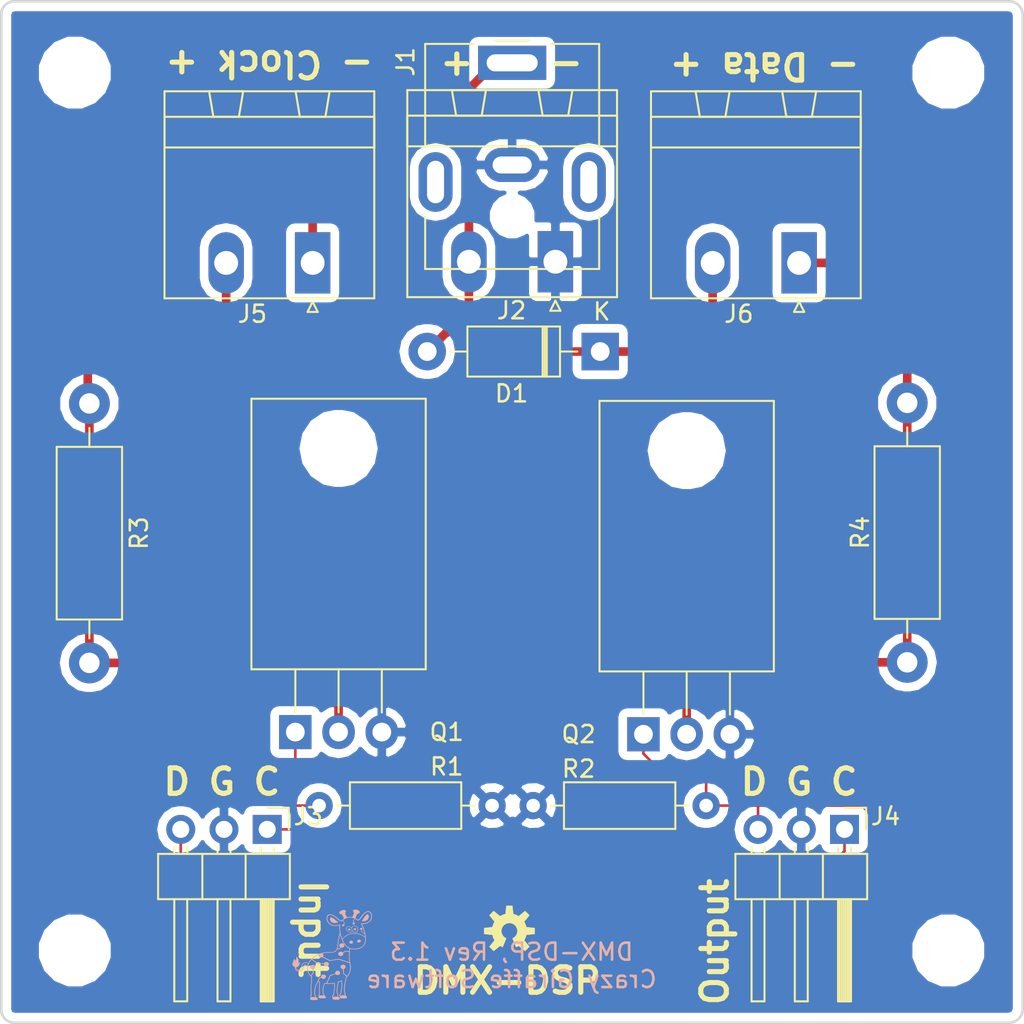
<source format=kicad_pcb>
(kicad_pcb (version 20171130) (host pcbnew "(5.0.0)")

  (general
    (thickness 1.6)
    (drawings 33)
    (tracks 58)
    (zones 0)
    (modules 19)
    (nets 8)
  )

  (page A4)
  (title_block
    (title "DMX Demonstrator - Display-Pro (DMX-DSP)")
    (date 2023-02-19)
    (rev 1.3)
    (company "Crazy Giraffe Software")
    (comment 2 "Designed by: SparkyBobo")
    (comment 3 https://creativecommons.org/licenses/by-sa/4.0/)
    (comment 4 "Released under the Creative Commons Attribution Share-Alike 4.0 License")
  )

  (layers
    (0 F.Cu signal)
    (31 B.Cu signal)
    (32 B.Adhes user)
    (33 F.Adhes user)
    (34 B.Paste user)
    (35 F.Paste user)
    (36 B.SilkS user)
    (37 F.SilkS user)
    (38 B.Mask user)
    (39 F.Mask user)
    (40 Dwgs.User user)
    (41 Cmts.User user)
    (42 Eco1.User user)
    (43 Eco2.User user)
    (44 Edge.Cuts user)
    (45 Margin user)
    (46 B.CrtYd user)
    (47 F.CrtYd user)
    (48 B.Fab user hide)
    (49 F.Fab user hide)
  )

  (setup
    (last_trace_width 0.1524)
    (trace_clearance 0.1524)
    (zone_clearance 0.508)
    (zone_45_only no)
    (trace_min 0.1524)
    (segment_width 0.2)
    (edge_width 0.15)
    (via_size 0.6858)
    (via_drill 0.3302)
    (via_min_size 0.508)
    (via_min_drill 0.254)
    (uvia_size 0.6858)
    (uvia_drill 0.3302)
    (uvias_allowed no)
    (uvia_min_size 0.2)
    (uvia_min_drill 0.1)
    (pcb_text_width 0.3)
    (pcb_text_size 1.5 1.5)
    (mod_edge_width 0.15)
    (mod_text_size 1 1)
    (mod_text_width 0.15)
    (pad_size 1.524 1.524)
    (pad_drill 0.762)
    (pad_to_mask_clearance 0.0508)
    (solder_mask_min_width 0.1016)
    (aux_axis_origin 0 0)
    (visible_elements 7FFFFFFF)
    (pcbplotparams
      (layerselection 0x010fc_ffffffff)
      (usegerberextensions false)
      (usegerberattributes false)
      (usegerberadvancedattributes false)
      (creategerberjobfile false)
      (excludeedgelayer true)
      (linewidth 0.100000)
      (plotframeref false)
      (viasonmask false)
      (mode 1)
      (useauxorigin false)
      (hpglpennumber 1)
      (hpglpenspeed 20)
      (hpglpendiameter 15.000000)
      (psnegative false)
      (psa4output false)
      (plotreference true)
      (plotvalue true)
      (plotinvisibletext false)
      (padsonsilk false)
      (subtractmaskfromsilk false)
      (outputformat 1)
      (mirror false)
      (drillshape 1)
      (scaleselection 1)
      (outputdirectory ""))
  )

  (net 0 "")
  (net 1 "Net-(D1-Pad2)")
  (net 2 /CLOCK)
  (net 3 GND)
  (net 4 /DATA)
  (net 5 "Net-(J5-Pad1)")
  (net 6 "Net-(J6-Pad1)")
  (net 7 +VDC)

  (net_class Default "This is the default net class."
    (clearance 0.1524)
    (trace_width 0.1524)
    (via_dia 0.6858)
    (via_drill 0.3302)
    (uvia_dia 0.6858)
    (uvia_drill 0.3302)
    (diff_pair_gap 0.1524)
    (diff_pair_width 0.1524)
    (add_net +VDC)
    (add_net /CLOCK)
    (add_net /DATA)
    (add_net GND)
  )

  (net_class 1Amp ""
    (clearance 0.1524)
    (trace_width 0.508)
    (via_dia 0.6858)
    (via_drill 0.3302)
    (uvia_dia 0.6858)
    (uvia_drill 0.3302)
    (diff_pair_gap 0.1524)
    (diff_pair_width 0.508)
    (add_net "Net-(D1-Pad2)")
    (add_net "Net-(J5-Pad1)")
    (add_net "Net-(J6-Pad1)")
  )

  (module Package_TO_SOT_THT:TO-220-3_Horizontal_TabDown (layer F.Cu) (tedit 5AC8BA0D) (tstamp 5F8AABDA)
    (at 152.146 103.632)
    (descr "TO-220-3, Horizontal, RM 2.54mm, see https://www.vishay.com/docs/66542/to-220-1.pdf")
    (tags "TO-220-3 Horizontal RM 2.54mm")
    (path /5F63E22E)
    (fp_text reference Q2 (at -3.81 0) (layer F.SilkS)
      (effects (font (size 1 1) (thickness 0.15)))
    )
    (fp_text value FQP30N06L (at 2.54 2) (layer F.Fab)
      (effects (font (size 1 1) (thickness 0.15)))
    )
    (fp_text user %R (at 2.54 -20.58) (layer F.Fab)
      (effects (font (size 1 1) (thickness 0.15)))
    )
    (fp_line (start 7.79 -19.71) (end -2.71 -19.71) (layer F.CrtYd) (width 0.05))
    (fp_line (start 7.79 1.25) (end 7.79 -19.71) (layer F.CrtYd) (width 0.05))
    (fp_line (start -2.71 1.25) (end 7.79 1.25) (layer F.CrtYd) (width 0.05))
    (fp_line (start -2.71 -19.71) (end -2.71 1.25) (layer F.CrtYd) (width 0.05))
    (fp_line (start 5.08 -3.69) (end 5.08 -1.15) (layer F.SilkS) (width 0.12))
    (fp_line (start 2.54 -3.69) (end 2.54 -1.15) (layer F.SilkS) (width 0.12))
    (fp_line (start 0 -3.69) (end 0 -1.15) (layer F.SilkS) (width 0.12))
    (fp_line (start 7.66 -19.58) (end 7.66 -3.69) (layer F.SilkS) (width 0.12))
    (fp_line (start -2.58 -19.58) (end -2.58 -3.69) (layer F.SilkS) (width 0.12))
    (fp_line (start -2.58 -19.58) (end 7.66 -19.58) (layer F.SilkS) (width 0.12))
    (fp_line (start -2.58 -3.69) (end 7.66 -3.69) (layer F.SilkS) (width 0.12))
    (fp_line (start 5.08 -3.81) (end 5.08 0) (layer F.Fab) (width 0.1))
    (fp_line (start 2.54 -3.81) (end 2.54 0) (layer F.Fab) (width 0.1))
    (fp_line (start 0 -3.81) (end 0 0) (layer F.Fab) (width 0.1))
    (fp_line (start 7.54 -3.81) (end -2.46 -3.81) (layer F.Fab) (width 0.1))
    (fp_line (start 7.54 -13.06) (end 7.54 -3.81) (layer F.Fab) (width 0.1))
    (fp_line (start -2.46 -13.06) (end 7.54 -13.06) (layer F.Fab) (width 0.1))
    (fp_line (start -2.46 -3.81) (end -2.46 -13.06) (layer F.Fab) (width 0.1))
    (fp_line (start 7.54 -13.06) (end -2.46 -13.06) (layer F.Fab) (width 0.1))
    (fp_line (start 7.54 -19.46) (end 7.54 -13.06) (layer F.Fab) (width 0.1))
    (fp_line (start -2.46 -19.46) (end 7.54 -19.46) (layer F.Fab) (width 0.1))
    (fp_line (start -2.46 -13.06) (end -2.46 -19.46) (layer F.Fab) (width 0.1))
    (fp_circle (center 2.54 -16.66) (end 4.39 -16.66) (layer F.Fab) (width 0.1))
    (pad 3 thru_hole oval (at 5.08 0) (size 1.905 2) (drill 1.1) (layers *.Cu *.Mask)
      (net 3 GND))
    (pad 2 thru_hole oval (at 2.54 0) (size 1.905 2) (drill 1.1) (layers *.Cu *.Mask)
      (net 6 "Net-(J6-Pad1)"))
    (pad 1 thru_hole rect (at 0 0) (size 1.905 2) (drill 1.1) (layers *.Cu *.Mask)
      (net 4 /DATA))
    (pad "" np_thru_hole oval (at 2.54 -16.66) (size 3.5 3.5) (drill 3.5) (layers *.Cu *.Mask))
    (model ${KISYS3DMOD}/Package_TO_SOT_THT.3dshapes/TO-220-3_Horizontal_TabDown.wrl
      (at (xyz 0 0 0))
      (scale (xyz 1 1 1))
      (rotate (xyz 0 0 0))
    )
  )

  (module MountingHole:MountingHole_3.2mm_M3 (layer F.Cu) (tedit 5F5FF02E) (tstamp 5F6E3E5A)
    (at 170.053 64.77)
    (descr "Mounting Hole 3.2mm, no annular, M3")
    (tags "mounting hole 3.2mm no annular m3")
    (path /5F62CF32)
    (attr virtual)
    (fp_text reference MH2 (at 0 -4.2) (layer F.SilkS) hide
      (effects (font (size 1 1) (thickness 0.15)))
    )
    (fp_text value MountingHole (at 0 4.2) (layer F.Fab)
      (effects (font (size 1 1) (thickness 0.15)))
    )
    (fp_circle (center 0 0) (end 3.45 0) (layer F.CrtYd) (width 0.05))
    (fp_circle (center 0 0) (end 3.2 0) (layer Cmts.User) (width 0.15))
    (fp_text user %R (at 0.3 0) (layer F.Fab)
      (effects (font (size 1 1) (thickness 0.15)))
    )
    (pad 1 np_thru_hole circle (at 0 0) (size 3.2 3.2) (drill 3.2) (layers *.Cu *.Mask))
  )

  (module MountingHole:MountingHole_3.2mm_M3 (layer F.Cu) (tedit 5F5FE685) (tstamp 5F6E3E53)
    (at 118.745 116.332 180)
    (descr "Mounting Hole 3.2mm, no annular, M3")
    (tags "mounting hole 3.2mm no annular m3")
    (path /5F62CF6A)
    (attr virtual)
    (fp_text reference MH3 (at 0 -4.2 180) (layer F.SilkS) hide
      (effects (font (size 1 1) (thickness 0.15)))
    )
    (fp_text value MountingHole (at 0 4.2 180) (layer F.Fab)
      (effects (font (size 1 1) (thickness 0.15)))
    )
    (fp_text user %R (at 0.3 0 180) (layer F.Fab)
      (effects (font (size 1 1) (thickness 0.15)))
    )
    (fp_circle (center 0 0) (end 3.2 0) (layer Cmts.User) (width 0.15))
    (fp_circle (center 0 0) (end 3.45 0) (layer F.CrtYd) (width 0.05))
    (pad 1 np_thru_hole circle (at 0 0 180) (size 3.2 3.2) (drill 3.2) (layers *.Cu *.Mask))
  )

  (module MountingHole:MountingHole_3.2mm_M3 (layer F.Cu) (tedit 5F5FE681) (tstamp 5F6E3E4C)
    (at 170.053 116.332 180)
    (descr "Mounting Hole 3.2mm, no annular, M3")
    (tags "mounting hole 3.2mm no annular m3")
    (path /5F62CFA4)
    (attr virtual)
    (fp_text reference MH4 (at 0 -4.2 180) (layer F.SilkS) hide
      (effects (font (size 1 1) (thickness 0.15)))
    )
    (fp_text value MountingHole (at 0 4.2 180) (layer F.Fab)
      (effects (font (size 1 1) (thickness 0.15)))
    )
    (fp_circle (center 0 0) (end 3.45 0) (layer F.CrtYd) (width 0.05))
    (fp_circle (center 0 0) (end 3.2 0) (layer Cmts.User) (width 0.15))
    (fp_text user %R (at 0.3 0 180) (layer F.Fab)
      (effects (font (size 1 1) (thickness 0.15)))
    )
    (pad 1 np_thru_hole circle (at 0 0 180) (size 3.2 3.2) (drill 3.2) (layers *.Cu *.Mask))
  )

  (module MountingHole:MountingHole_3.2mm_M3 (layer F.Cu) (tedit 5F5FF032) (tstamp 5F6E3E45)
    (at 118.7459 64.77)
    (descr "Mounting Hole 3.2mm, no annular, M3")
    (tags "mounting hole 3.2mm no annular m3")
    (path /5F62CEA2)
    (attr virtual)
    (fp_text reference MH1 (at 0 -4.2) (layer F.SilkS) hide
      (effects (font (size 1 1) (thickness 0.15)))
    )
    (fp_text value MountingHole (at 0 4.2) (layer F.Fab)
      (effects (font (size 1 1) (thickness 0.15)))
    )
    (fp_text user %R (at 0.3 0) (layer F.Fab)
      (effects (font (size 1 1) (thickness 0.15)))
    )
    (fp_circle (center 0 0) (end 3.2 0) (layer Cmts.User) (width 0.15))
    (fp_circle (center 0 0) (end 3.45 0) (layer F.CrtYd) (width 0.05))
    (pad 1 np_thru_hole circle (at 0 0) (size 3.2 3.2) (drill 3.2) (layers *.Cu *.Mask))
  )

  (module Package_TO_SOT_THT:TO-220-3_Horizontal_TabDown (layer F.Cu) (tedit 5AC8BA0D) (tstamp 5F6E115B)
    (at 131.699 103.505)
    (descr "TO-220-3, Horizontal, RM 2.54mm, see https://www.vishay.com/docs/66542/to-220-1.pdf")
    (tags "TO-220-3 Horizontal RM 2.54mm")
    (path /5F640FDC)
    (fp_text reference Q1 (at 8.89 0) (layer F.SilkS)
      (effects (font (size 1 1) (thickness 0.15)))
    )
    (fp_text value FQP30N06L (at 2.54 2) (layer F.Fab)
      (effects (font (size 1 1) (thickness 0.15)))
    )
    (fp_circle (center 2.54 -16.66) (end 4.39 -16.66) (layer F.Fab) (width 0.1))
    (fp_line (start -2.46 -13.06) (end -2.46 -19.46) (layer F.Fab) (width 0.1))
    (fp_line (start -2.46 -19.46) (end 7.54 -19.46) (layer F.Fab) (width 0.1))
    (fp_line (start 7.54 -19.46) (end 7.54 -13.06) (layer F.Fab) (width 0.1))
    (fp_line (start 7.54 -13.06) (end -2.46 -13.06) (layer F.Fab) (width 0.1))
    (fp_line (start -2.46 -3.81) (end -2.46 -13.06) (layer F.Fab) (width 0.1))
    (fp_line (start -2.46 -13.06) (end 7.54 -13.06) (layer F.Fab) (width 0.1))
    (fp_line (start 7.54 -13.06) (end 7.54 -3.81) (layer F.Fab) (width 0.1))
    (fp_line (start 7.54 -3.81) (end -2.46 -3.81) (layer F.Fab) (width 0.1))
    (fp_line (start 0 -3.81) (end 0 0) (layer F.Fab) (width 0.1))
    (fp_line (start 2.54 -3.81) (end 2.54 0) (layer F.Fab) (width 0.1))
    (fp_line (start 5.08 -3.81) (end 5.08 0) (layer F.Fab) (width 0.1))
    (fp_line (start -2.58 -3.69) (end 7.66 -3.69) (layer F.SilkS) (width 0.12))
    (fp_line (start -2.58 -19.58) (end 7.66 -19.58) (layer F.SilkS) (width 0.12))
    (fp_line (start -2.58 -19.58) (end -2.58 -3.69) (layer F.SilkS) (width 0.12))
    (fp_line (start 7.66 -19.58) (end 7.66 -3.69) (layer F.SilkS) (width 0.12))
    (fp_line (start 0 -3.69) (end 0 -1.15) (layer F.SilkS) (width 0.12))
    (fp_line (start 2.54 -3.69) (end 2.54 -1.15) (layer F.SilkS) (width 0.12))
    (fp_line (start 5.08 -3.69) (end 5.08 -1.15) (layer F.SilkS) (width 0.12))
    (fp_line (start -2.71 -19.71) (end -2.71 1.25) (layer F.CrtYd) (width 0.05))
    (fp_line (start -2.71 1.25) (end 7.79 1.25) (layer F.CrtYd) (width 0.05))
    (fp_line (start 7.79 1.25) (end 7.79 -19.71) (layer F.CrtYd) (width 0.05))
    (fp_line (start 7.79 -19.71) (end -2.71 -19.71) (layer F.CrtYd) (width 0.05))
    (fp_text user %R (at 2.54 -20.58) (layer F.Fab)
      (effects (font (size 1 1) (thickness 0.15)))
    )
    (pad "" np_thru_hole oval (at 2.54 -16.66) (size 3.5 3.5) (drill 3.5) (layers *.Cu *.Mask))
    (pad 1 thru_hole rect (at 0 0) (size 1.905 2) (drill 1.1) (layers *.Cu *.Mask)
      (net 2 /CLOCK))
    (pad 2 thru_hole oval (at 2.54 0) (size 1.905 2) (drill 1.1) (layers *.Cu *.Mask)
      (net 5 "Net-(J5-Pad1)"))
    (pad 3 thru_hole oval (at 5.08 0) (size 1.905 2) (drill 1.1) (layers *.Cu *.Mask)
      (net 3 GND))
    (model ${KISYS3DMOD}/Package_TO_SOT_THT.3dshapes/TO-220-3_Horizontal_TabDown.wrl
      (at (xyz 0 0 0))
      (scale (xyz 1 1 1))
      (rotate (xyz 0 0 0))
    )
  )

  (module Connector_Phoenix_MSTB:PhoenixContact_MSTBA_2,5_2-G-5,08_1x02_P5.08mm_Horizontal (layer F.Cu) (tedit 5A00FA1E) (tstamp 5F6DDDC5)
    (at 161.29 75.946 180)
    (descr "Generic Phoenix Contact connector footprint for: MSTBA_2,5/2-G-5,08; number of pins: 02; pin pitch: 5.08mm; Angled || order number: 1757242 12A || order number: 1923869 16A (HC)")
    (tags "phoenix_contact connector MSTBA_01x02_G_5.08mm")
    (path /5F61B235)
    (fp_text reference J6 (at 3.54 -3 180) (layer F.SilkS)
      (effects (font (size 1 1) (thickness 0.15)))
    )
    (fp_text value Data (at 2.54 11 180) (layer F.Fab)
      (effects (font (size 1 1) (thickness 0.15)))
    )
    (fp_text user %R (at 3.54 3 180) (layer F.Fab)
      (effects (font (size 1 1) (thickness 0.15)))
    )
    (fp_line (start 0 -0.5) (end -0.95 -2) (layer F.Fab) (width 0.1))
    (fp_line (start 0.95 -2) (end 0 -0.5) (layer F.Fab) (width 0.1))
    (fp_line (start -0.3 -2.88) (end 0.3 -2.88) (layer F.SilkS) (width 0.12))
    (fp_line (start 0 -2.28) (end -0.3 -2.88) (layer F.SilkS) (width 0.12))
    (fp_line (start 0.3 -2.88) (end 0 -2.28) (layer F.SilkS) (width 0.12))
    (fp_line (start 9.12 -2.5) (end -4.04 -2.5) (layer F.CrtYd) (width 0.05))
    (fp_line (start 9.12 10.5) (end 9.12 -2.5) (layer F.CrtYd) (width 0.05))
    (fp_line (start -4.04 10.5) (end 9.12 10.5) (layer F.CrtYd) (width 0.05))
    (fp_line (start -4.04 -2.5) (end -4.04 10.5) (layer F.CrtYd) (width 0.05))
    (fp_line (start 4.33 8.58) (end 4.08 10.08) (layer F.SilkS) (width 0.12))
    (fp_line (start 5.83 8.58) (end 4.33 8.58) (layer F.SilkS) (width 0.12))
    (fp_line (start 6.08 10.08) (end 5.83 8.58) (layer F.SilkS) (width 0.12))
    (fp_line (start 4.08 10.08) (end 6.08 10.08) (layer F.SilkS) (width 0.12))
    (fp_line (start -0.75 8.58) (end -1 10.08) (layer F.SilkS) (width 0.12))
    (fp_line (start 0.75 8.58) (end -0.75 8.58) (layer F.SilkS) (width 0.12))
    (fp_line (start 1 10.08) (end 0.75 8.58) (layer F.SilkS) (width 0.12))
    (fp_line (start -1 10.08) (end 1 10.08) (layer F.SilkS) (width 0.12))
    (fp_line (start 8.7 8.58) (end -3.62 8.58) (layer F.SilkS) (width 0.12))
    (fp_line (start 8.7 6.78) (end 8.7 8.58) (layer F.SilkS) (width 0.12))
    (fp_line (start -3.62 6.78) (end 8.7 6.78) (layer F.SilkS) (width 0.12))
    (fp_line (start -3.62 8.58) (end -3.62 6.78) (layer F.SilkS) (width 0.12))
    (fp_line (start 8.62 -2) (end -3.54 -2) (layer F.Fab) (width 0.1))
    (fp_line (start 8.62 10) (end 8.62 -2) (layer F.Fab) (width 0.1))
    (fp_line (start -3.54 10) (end 8.62 10) (layer F.Fab) (width 0.1))
    (fp_line (start -3.54 -2) (end -3.54 10) (layer F.Fab) (width 0.1))
    (fp_line (start 8.7 -2.08) (end -3.62 -2.08) (layer F.SilkS) (width 0.12))
    (fp_line (start 8.7 10.08) (end 8.7 -2.08) (layer F.SilkS) (width 0.12))
    (fp_line (start -3.62 10.08) (end 8.7 10.08) (layer F.SilkS) (width 0.12))
    (fp_line (start -3.62 -2.08) (end -3.62 10.08) (layer F.SilkS) (width 0.12))
    (pad 2 thru_hole oval (at 5.08 0 180) (size 2.08 3.6) (drill 1.4) (layers *.Cu *.Mask)
      (net 7 +VDC))
    (pad 1 thru_hole rect (at 0 0 180) (size 2.08 3.6) (drill 1.4) (layers *.Cu *.Mask)
      (net 6 "Net-(J6-Pad1)"))
    (model ${KISYS3DMOD}/Connector_Phoenix_MSTB.3dshapes/PhoenixContact_MSTBA_2,5_2-G-5,08_1x02_P5.08mm_Horizontal.wrl
      (at (xyz 0 0 0))
      (scale (xyz 1 1 1))
      (rotate (xyz 0 0 0))
    )
  )

  (module Connector_Phoenix_MSTB:PhoenixContact_MSTBA_2,5_2-G-5,08_1x02_P5.08mm_Horizontal (layer F.Cu) (tedit 5A00FA1E) (tstamp 5F6DDDA1)
    (at 132.715 75.946 180)
    (descr "Generic Phoenix Contact connector footprint for: MSTBA_2,5/2-G-5,08; number of pins: 02; pin pitch: 5.08mm; Angled || order number: 1757242 12A || order number: 1923869 16A (HC)")
    (tags "phoenix_contact connector MSTBA_01x02_G_5.08mm")
    (path /5F594F09)
    (fp_text reference J5 (at 3.54 -3 180) (layer F.SilkS)
      (effects (font (size 1 1) (thickness 0.15)))
    )
    (fp_text value Clock (at 2.54 11 180) (layer F.Fab)
      (effects (font (size 1 1) (thickness 0.15)))
    )
    (fp_line (start -3.62 -2.08) (end -3.62 10.08) (layer F.SilkS) (width 0.12))
    (fp_line (start -3.62 10.08) (end 8.7 10.08) (layer F.SilkS) (width 0.12))
    (fp_line (start 8.7 10.08) (end 8.7 -2.08) (layer F.SilkS) (width 0.12))
    (fp_line (start 8.7 -2.08) (end -3.62 -2.08) (layer F.SilkS) (width 0.12))
    (fp_line (start -3.54 -2) (end -3.54 10) (layer F.Fab) (width 0.1))
    (fp_line (start -3.54 10) (end 8.62 10) (layer F.Fab) (width 0.1))
    (fp_line (start 8.62 10) (end 8.62 -2) (layer F.Fab) (width 0.1))
    (fp_line (start 8.62 -2) (end -3.54 -2) (layer F.Fab) (width 0.1))
    (fp_line (start -3.62 8.58) (end -3.62 6.78) (layer F.SilkS) (width 0.12))
    (fp_line (start -3.62 6.78) (end 8.7 6.78) (layer F.SilkS) (width 0.12))
    (fp_line (start 8.7 6.78) (end 8.7 8.58) (layer F.SilkS) (width 0.12))
    (fp_line (start 8.7 8.58) (end -3.62 8.58) (layer F.SilkS) (width 0.12))
    (fp_line (start -1 10.08) (end 1 10.08) (layer F.SilkS) (width 0.12))
    (fp_line (start 1 10.08) (end 0.75 8.58) (layer F.SilkS) (width 0.12))
    (fp_line (start 0.75 8.58) (end -0.75 8.58) (layer F.SilkS) (width 0.12))
    (fp_line (start -0.75 8.58) (end -1 10.08) (layer F.SilkS) (width 0.12))
    (fp_line (start 4.08 10.08) (end 6.08 10.08) (layer F.SilkS) (width 0.12))
    (fp_line (start 6.08 10.08) (end 5.83 8.58) (layer F.SilkS) (width 0.12))
    (fp_line (start 5.83 8.58) (end 4.33 8.58) (layer F.SilkS) (width 0.12))
    (fp_line (start 4.33 8.58) (end 4.08 10.08) (layer F.SilkS) (width 0.12))
    (fp_line (start -4.04 -2.5) (end -4.04 10.5) (layer F.CrtYd) (width 0.05))
    (fp_line (start -4.04 10.5) (end 9.12 10.5) (layer F.CrtYd) (width 0.05))
    (fp_line (start 9.12 10.5) (end 9.12 -2.5) (layer F.CrtYd) (width 0.05))
    (fp_line (start 9.12 -2.5) (end -4.04 -2.5) (layer F.CrtYd) (width 0.05))
    (fp_line (start 0.3 -2.88) (end 0 -2.28) (layer F.SilkS) (width 0.12))
    (fp_line (start 0 -2.28) (end -0.3 -2.88) (layer F.SilkS) (width 0.12))
    (fp_line (start -0.3 -2.88) (end 0.3 -2.88) (layer F.SilkS) (width 0.12))
    (fp_line (start 0.95 -2) (end 0 -0.5) (layer F.Fab) (width 0.1))
    (fp_line (start 0 -0.5) (end -0.95 -2) (layer F.Fab) (width 0.1))
    (fp_text user %R (at 3.54 3 180) (layer F.Fab)
      (effects (font (size 1 1) (thickness 0.15)))
    )
    (pad 1 thru_hole rect (at 0 0 180) (size 2.08 3.6) (drill 1.4) (layers *.Cu *.Mask)
      (net 5 "Net-(J5-Pad1)"))
    (pad 2 thru_hole oval (at 5.08 0 180) (size 2.08 3.6) (drill 1.4) (layers *.Cu *.Mask)
      (net 7 +VDC))
    (model ${KISYS3DMOD}/Connector_Phoenix_MSTB.3dshapes/PhoenixContact_MSTBA_2,5_2-G-5,08_1x02_P5.08mm_Horizontal.wrl
      (at (xyz 0 0 0))
      (scale (xyz 1 1 1))
      (rotate (xyz 0 0 0))
    )
  )

  (module Resistor_THT:R_Axial_DIN0207_L6.3mm_D2.5mm_P10.16mm_Horizontal (layer F.Cu) (tedit 5AE5139B) (tstamp 5F6DDBE3)
    (at 145.669 107.823)
    (descr "Resistor, Axial_DIN0207 series, Axial, Horizontal, pin pitch=10.16mm, 0.25W = 1/4W, length*diameter=6.3*2.5mm^2, http://cdn-reichelt.de/documents/datenblatt/B400/1_4W%23YAG.pdf")
    (tags "Resistor Axial_DIN0207 series Axial Horizontal pin pitch 10.16mm 0.25W = 1/4W length 6.3mm diameter 2.5mm")
    (path /5F657E37)
    (fp_text reference R2 (at 2.667 -2.159) (layer F.SilkS)
      (effects (font (size 1 1) (thickness 0.15)))
    )
    (fp_text value 10k (at 5.08 2.37) (layer F.Fab)
      (effects (font (size 1 1) (thickness 0.15)))
    )
    (fp_text user %R (at 5.08 0) (layer F.Fab)
      (effects (font (size 1 1) (thickness 0.15)))
    )
    (fp_line (start 11.21 -1.5) (end -1.05 -1.5) (layer F.CrtYd) (width 0.05))
    (fp_line (start 11.21 1.5) (end 11.21 -1.5) (layer F.CrtYd) (width 0.05))
    (fp_line (start -1.05 1.5) (end 11.21 1.5) (layer F.CrtYd) (width 0.05))
    (fp_line (start -1.05 -1.5) (end -1.05 1.5) (layer F.CrtYd) (width 0.05))
    (fp_line (start 9.12 0) (end 8.35 0) (layer F.SilkS) (width 0.12))
    (fp_line (start 1.04 0) (end 1.81 0) (layer F.SilkS) (width 0.12))
    (fp_line (start 8.35 -1.37) (end 1.81 -1.37) (layer F.SilkS) (width 0.12))
    (fp_line (start 8.35 1.37) (end 8.35 -1.37) (layer F.SilkS) (width 0.12))
    (fp_line (start 1.81 1.37) (end 8.35 1.37) (layer F.SilkS) (width 0.12))
    (fp_line (start 1.81 -1.37) (end 1.81 1.37) (layer F.SilkS) (width 0.12))
    (fp_line (start 10.16 0) (end 8.23 0) (layer F.Fab) (width 0.1))
    (fp_line (start 0 0) (end 1.93 0) (layer F.Fab) (width 0.1))
    (fp_line (start 8.23 -1.25) (end 1.93 -1.25) (layer F.Fab) (width 0.1))
    (fp_line (start 8.23 1.25) (end 8.23 -1.25) (layer F.Fab) (width 0.1))
    (fp_line (start 1.93 1.25) (end 8.23 1.25) (layer F.Fab) (width 0.1))
    (fp_line (start 1.93 -1.25) (end 1.93 1.25) (layer F.Fab) (width 0.1))
    (pad 2 thru_hole oval (at 10.16 0) (size 1.6 1.6) (drill 0.8) (layers *.Cu *.Mask)
      (net 4 /DATA))
    (pad 1 thru_hole circle (at 0 0) (size 1.6 1.6) (drill 0.8) (layers *.Cu *.Mask)
      (net 3 GND))
    (model ${KISYS3DMOD}/Resistor_THT.3dshapes/R_Axial_DIN0207_L6.3mm_D2.5mm_P10.16mm_Horizontal.wrl
      (at (xyz 0 0 0))
      (scale (xyz 1 1 1))
      (rotate (xyz 0 0 0))
    )
  )

  (module Resistor_THT:R_Axial_DIN0207_L6.3mm_D2.5mm_P10.16mm_Horizontal (layer F.Cu) (tedit 5AE5139B) (tstamp 5F6E492A)
    (at 143.256 107.823 180)
    (descr "Resistor, Axial_DIN0207 series, Axial, Horizontal, pin pitch=10.16mm, 0.25W = 1/4W, length*diameter=6.3*2.5mm^2, http://cdn-reichelt.de/documents/datenblatt/B400/1_4W%23YAG.pdf")
    (tags "Resistor Axial_DIN0207 series Axial Horizontal pin pitch 10.16mm 0.25W = 1/4W length 6.3mm diameter 2.5mm")
    (path /5F6535F2)
    (fp_text reference R1 (at 2.667 2.286 180) (layer F.SilkS)
      (effects (font (size 1 1) (thickness 0.15)))
    )
    (fp_text value 10k (at 5.08 2.37 180) (layer F.Fab)
      (effects (font (size 1 1) (thickness 0.15)))
    )
    (fp_line (start 1.93 -1.25) (end 1.93 1.25) (layer F.Fab) (width 0.1))
    (fp_line (start 1.93 1.25) (end 8.23 1.25) (layer F.Fab) (width 0.1))
    (fp_line (start 8.23 1.25) (end 8.23 -1.25) (layer F.Fab) (width 0.1))
    (fp_line (start 8.23 -1.25) (end 1.93 -1.25) (layer F.Fab) (width 0.1))
    (fp_line (start 0 0) (end 1.93 0) (layer F.Fab) (width 0.1))
    (fp_line (start 10.16 0) (end 8.23 0) (layer F.Fab) (width 0.1))
    (fp_line (start 1.81 -1.37) (end 1.81 1.37) (layer F.SilkS) (width 0.12))
    (fp_line (start 1.81 1.37) (end 8.35 1.37) (layer F.SilkS) (width 0.12))
    (fp_line (start 8.35 1.37) (end 8.35 -1.37) (layer F.SilkS) (width 0.12))
    (fp_line (start 8.35 -1.37) (end 1.81 -1.37) (layer F.SilkS) (width 0.12))
    (fp_line (start 1.04 0) (end 1.81 0) (layer F.SilkS) (width 0.12))
    (fp_line (start 9.12 0) (end 8.35 0) (layer F.SilkS) (width 0.12))
    (fp_line (start -1.05 -1.5) (end -1.05 1.5) (layer F.CrtYd) (width 0.05))
    (fp_line (start -1.05 1.5) (end 11.21 1.5) (layer F.CrtYd) (width 0.05))
    (fp_line (start 11.21 1.5) (end 11.21 -1.5) (layer F.CrtYd) (width 0.05))
    (fp_line (start 11.21 -1.5) (end -1.05 -1.5) (layer F.CrtYd) (width 0.05))
    (fp_text user %R (at 5.08 0 180) (layer F.Fab)
      (effects (font (size 1 1) (thickness 0.15)))
    )
    (pad 1 thru_hole circle (at 0 0 180) (size 1.6 1.6) (drill 0.8) (layers *.Cu *.Mask)
      (net 3 GND))
    (pad 2 thru_hole oval (at 10.16 0 180) (size 1.6 1.6) (drill 0.8) (layers *.Cu *.Mask)
      (net 2 /CLOCK))
    (model ${KISYS3DMOD}/Resistor_THT.3dshapes/R_Axial_DIN0207_L6.3mm_D2.5mm_P10.16mm_Horizontal.wrl
      (at (xyz 0 0 0))
      (scale (xyz 1 1 1))
      (rotate (xyz 0 0 0))
    )
  )

  (module Resistor_THT:R_Axial_DIN0411_L9.9mm_D3.6mm_P15.24mm_Horizontal (layer F.Cu) (tedit 5AE5139B) (tstamp 5F6E0818)
    (at 167.64 84.166763 270)
    (descr "Resistor, Axial_DIN0411 series, Axial, Horizontal, pin pitch=15.24mm, 1W, length*diameter=9.9*3.6mm^2")
    (tags "Resistor Axial_DIN0411 series Axial Horizontal pin pitch 15.24mm 1W length 9.9mm diameter 3.6mm")
    (path /5F61F425)
    (fp_text reference R4 (at 7.62 2.761942 270) (layer F.SilkS)
      (effects (font (size 1 1) (thickness 0.15)))
    )
    (fp_text value R? (at 7.62 2.92 270) (layer F.Fab)
      (effects (font (size 1 1) (thickness 0.15)))
    )
    (fp_text user %R (at 7.62 0 270) (layer F.Fab)
      (effects (font (size 1 1) (thickness 0.15)))
    )
    (fp_line (start 16.69 -2.05) (end -1.45 -2.05) (layer F.CrtYd) (width 0.05))
    (fp_line (start 16.69 2.05) (end 16.69 -2.05) (layer F.CrtYd) (width 0.05))
    (fp_line (start -1.45 2.05) (end 16.69 2.05) (layer F.CrtYd) (width 0.05))
    (fp_line (start -1.45 -2.05) (end -1.45 2.05) (layer F.CrtYd) (width 0.05))
    (fp_line (start 13.8 0) (end 12.69 0) (layer F.SilkS) (width 0.12))
    (fp_line (start 1.44 0) (end 2.55 0) (layer F.SilkS) (width 0.12))
    (fp_line (start 12.69 -1.92) (end 2.55 -1.92) (layer F.SilkS) (width 0.12))
    (fp_line (start 12.69 1.92) (end 12.69 -1.92) (layer F.SilkS) (width 0.12))
    (fp_line (start 2.55 1.92) (end 12.69 1.92) (layer F.SilkS) (width 0.12))
    (fp_line (start 2.55 -1.92) (end 2.55 1.92) (layer F.SilkS) (width 0.12))
    (fp_line (start 15.24 0) (end 12.57 0) (layer F.Fab) (width 0.1))
    (fp_line (start 0 0) (end 2.67 0) (layer F.Fab) (width 0.1))
    (fp_line (start 12.57 -1.8) (end 2.67 -1.8) (layer F.Fab) (width 0.1))
    (fp_line (start 12.57 1.8) (end 12.57 -1.8) (layer F.Fab) (width 0.1))
    (fp_line (start 2.67 1.8) (end 12.57 1.8) (layer F.Fab) (width 0.1))
    (fp_line (start 2.67 -1.8) (end 2.67 1.8) (layer F.Fab) (width 0.1))
    (pad 2 thru_hole oval (at 15.24 0 270) (size 2.4 2.4) (drill 1.2) (layers *.Cu *.Mask)
      (net 6 "Net-(J6-Pad1)"))
    (pad 1 thru_hole circle (at 0 0 270) (size 2.4 2.4) (drill 1.2) (layers *.Cu *.Mask)
      (net 6 "Net-(J6-Pad1)"))
    (model ${KISYS3DMOD}/Resistor_THT.3dshapes/R_Axial_DIN0411_L9.9mm_D3.6mm_P15.24mm_Horizontal.wrl
      (at (xyz 0 0 0))
      (scale (xyz 1 1 1))
      (rotate (xyz 0 0 0))
    )
  )

  (module Resistor_THT:R_Axial_DIN0411_L9.9mm_D3.6mm_P15.24mm_Horizontal (layer F.Cu) (tedit 5AE5139B) (tstamp 5F6DDB9E)
    (at 119.601942 84.201 270)
    (descr "Resistor, Axial_DIN0411 series, Axial, Horizontal, pin pitch=15.24mm, 1W, length*diameter=9.9*3.6mm^2")
    (tags "Resistor Axial_DIN0411 series Axial Horizontal pin pitch 15.24mm 1W length 9.9mm diameter 3.6mm")
    (path /5F61D682)
    (fp_text reference R3 (at 7.62 -2.92 270) (layer F.SilkS)
      (effects (font (size 1 1) (thickness 0.15)))
    )
    (fp_text value R? (at 7.62 -3.080058 270) (layer F.Fab)
      (effects (font (size 1 1) (thickness 0.15)))
    )
    (fp_line (start 2.67 -1.8) (end 2.67 1.8) (layer F.Fab) (width 0.1))
    (fp_line (start 2.67 1.8) (end 12.57 1.8) (layer F.Fab) (width 0.1))
    (fp_line (start 12.57 1.8) (end 12.57 -1.8) (layer F.Fab) (width 0.1))
    (fp_line (start 12.57 -1.8) (end 2.67 -1.8) (layer F.Fab) (width 0.1))
    (fp_line (start 0 0) (end 2.67 0) (layer F.Fab) (width 0.1))
    (fp_line (start 15.24 0) (end 12.57 0) (layer F.Fab) (width 0.1))
    (fp_line (start 2.55 -1.92) (end 2.55 1.92) (layer F.SilkS) (width 0.12))
    (fp_line (start 2.55 1.92) (end 12.69 1.92) (layer F.SilkS) (width 0.12))
    (fp_line (start 12.69 1.92) (end 12.69 -1.92) (layer F.SilkS) (width 0.12))
    (fp_line (start 12.69 -1.92) (end 2.55 -1.92) (layer F.SilkS) (width 0.12))
    (fp_line (start 1.44 0) (end 2.55 0) (layer F.SilkS) (width 0.12))
    (fp_line (start 13.8 0) (end 12.69 0) (layer F.SilkS) (width 0.12))
    (fp_line (start -1.45 -2.05) (end -1.45 2.05) (layer F.CrtYd) (width 0.05))
    (fp_line (start -1.45 2.05) (end 16.69 2.05) (layer F.CrtYd) (width 0.05))
    (fp_line (start 16.69 2.05) (end 16.69 -2.05) (layer F.CrtYd) (width 0.05))
    (fp_line (start 16.69 -2.05) (end -1.45 -2.05) (layer F.CrtYd) (width 0.05))
    (fp_text user %R (at 7.62 0 270) (layer F.Fab)
      (effects (font (size 1 1) (thickness 0.15)))
    )
    (pad 1 thru_hole circle (at 0 0 270) (size 2.4 2.4) (drill 1.2) (layers *.Cu *.Mask)
      (net 5 "Net-(J5-Pad1)"))
    (pad 2 thru_hole oval (at 15.24 0 270) (size 2.4 2.4) (drill 1.2) (layers *.Cu *.Mask)
      (net 5 "Net-(J5-Pad1)"))
    (model ${KISYS3DMOD}/Resistor_THT.3dshapes/R_Axial_DIN0411_L9.9mm_D3.6mm_P15.24mm_Horizontal.wrl
      (at (xyz 0 0 0))
      (scale (xyz 1 1 1))
      (rotate (xyz 0 0 0))
    )
  )

  (module Connector_BarrelJack:BarrelJack_CUI_PJ-063AH_Horizontal (layer F.Cu) (tedit 5B0886BD) (tstamp 5F601F34)
    (at 144.434781 64.194141)
    (descr "Barrel Jack, 2.0mm ID, 5.5mm OD, 24V, 8A, no switch, https://www.cui.com/product/resource/pj-063ah.pdf")
    (tags "barrel jack cui dc power")
    (path /5F4DF88A)
    (fp_text reference J1 (at -6.258781 -0.059141 270) (layer F.SilkS)
      (effects (font (size 1 1) (thickness 0.15)))
    )
    (fp_text value POWER_A (at 0 13) (layer F.Fab)
      (effects (font (size 1 1) (thickness 0.15)))
    )
    (fp_line (start -5 -1) (end -1 -1) (layer F.Fab) (width 0.1))
    (fp_line (start -1 -1) (end 0 0) (layer F.Fab) (width 0.1))
    (fp_line (start 0 0) (end 1 -1) (layer F.Fab) (width 0.1))
    (fp_line (start 1 -1) (end 5 -1) (layer F.Fab) (width 0.1))
    (fp_line (start 5 -1) (end 5 12) (layer F.Fab) (width 0.1))
    (fp_line (start 5 12) (end -5 12) (layer F.Fab) (width 0.1))
    (fp_line (start -5 12) (end -5 -1) (layer F.Fab) (width 0.1))
    (fp_line (start -5.11 4.95) (end -5.11 -1.11) (layer F.SilkS) (width 0.12))
    (fp_line (start -5.11 -1.11) (end -2.3 -1.11) (layer F.SilkS) (width 0.12))
    (fp_line (start 2.3 -1.11) (end 5.11 -1.11) (layer F.SilkS) (width 0.12))
    (fp_line (start 5.11 -1.11) (end 5.11 4.95) (layer F.SilkS) (width 0.12))
    (fp_line (start 5.11 9.05) (end 5.11 12.11) (layer F.SilkS) (width 0.12))
    (fp_line (start 5.11 12.11) (end -5.11 12.11) (layer F.SilkS) (width 0.12))
    (fp_line (start -5.11 12.11) (end -5.11 9.05) (layer F.SilkS) (width 0.12))
    (fp_line (start -1 -1.3) (end 1 -1.3) (layer F.SilkS) (width 0.12))
    (fp_line (start -6 -1.5) (end -6 12.5) (layer F.CrtYd) (width 0.05))
    (fp_line (start -6 12.5) (end 6 12.5) (layer F.CrtYd) (width 0.05))
    (fp_line (start 6 12.5) (end 6 -1.5) (layer F.CrtYd) (width 0.05))
    (fp_line (start 6 -1.5) (end -6 -1.5) (layer F.CrtYd) (width 0.05))
    (fp_text user %R (at 0 5.5) (layer F.Fab)
      (effects (font (size 1 1) (thickness 0.15)))
    )
    (pad 1 thru_hole rect (at 0 0) (size 4 2) (drill oval 3 1) (layers *.Cu *.Mask)
      (net 1 "Net-(D1-Pad2)"))
    (pad 2 thru_hole oval (at 0 6) (size 3.3 2) (drill oval 2.3 1) (layers *.Cu *.Mask)
      (net 3 GND))
    (pad MP thru_hole oval (at -4.5 7) (size 2 3.5) (drill oval 1 2.5) (layers *.Cu *.Mask))
    (pad MP thru_hole oval (at 4.5 7) (size 2 3.5) (drill oval 1 2.5) (layers *.Cu *.Mask))
    (pad "" np_thru_hole circle (at 0 9) (size 1.6 1.6) (drill 1.6) (layers *.Cu *.Mask))
    (model ${KISYS3DMOD}/Connector_BarrelJack.3dshapes/BarrelJack_CUI_PJ-063AH_Horizontal.wrl
      (at (xyz 0 0 0))
      (scale (xyz 1 1 1))
      (rotate (xyz 0 0 0))
    )
  )

  (module Connector_Phoenix_MSTB:PhoenixContact_MSTBA_2,5_2-G-5,08_1x02_P5.08mm_Horizontal (layer F.Cu) (tedit 5A00FA1E) (tstamp 5F601F17)
    (at 146.974781 75.878141 180)
    (descr "Generic Phoenix Contact connector footprint for: MSTBA_2,5/2-G-5,08; number of pins: 02; pin pitch: 5.08mm; Angled || order number: 1757242 12A || order number: 1923869 16A (HC)")
    (tags "phoenix_contact connector MSTBA_01x02_G_5.08mm")
    (path /5F4DF77C)
    (fp_text reference J2 (at 2.575781 -2.861859 180) (layer F.SilkS)
      (effects (font (size 1 1) (thickness 0.15)))
    )
    (fp_text value POWER (at 2.54 11 180) (layer F.Fab)
      (effects (font (size 1 1) (thickness 0.15)))
    )
    (fp_line (start -3.62 -2.08) (end -3.62 10.08) (layer F.SilkS) (width 0.12))
    (fp_line (start -3.62 10.08) (end 8.7 10.08) (layer F.SilkS) (width 0.12))
    (fp_line (start 8.7 10.08) (end 8.7 -2.08) (layer F.SilkS) (width 0.12))
    (fp_line (start 8.7 -2.08) (end -3.62 -2.08) (layer F.SilkS) (width 0.12))
    (fp_line (start -3.54 -2) (end -3.54 10) (layer F.Fab) (width 0.1))
    (fp_line (start -3.54 10) (end 8.62 10) (layer F.Fab) (width 0.1))
    (fp_line (start 8.62 10) (end 8.62 -2) (layer F.Fab) (width 0.1))
    (fp_line (start 8.62 -2) (end -3.54 -2) (layer F.Fab) (width 0.1))
    (fp_line (start -3.62 8.58) (end -3.62 6.78) (layer F.SilkS) (width 0.12))
    (fp_line (start -3.62 6.78) (end 8.7 6.78) (layer F.SilkS) (width 0.12))
    (fp_line (start 8.7 6.78) (end 8.7 8.58) (layer F.SilkS) (width 0.12))
    (fp_line (start 8.7 8.58) (end -3.62 8.58) (layer F.SilkS) (width 0.12))
    (fp_line (start -1 10.08) (end 1 10.08) (layer F.SilkS) (width 0.12))
    (fp_line (start 1 10.08) (end 0.75 8.58) (layer F.SilkS) (width 0.12))
    (fp_line (start 0.75 8.58) (end -0.75 8.58) (layer F.SilkS) (width 0.12))
    (fp_line (start -0.75 8.58) (end -1 10.08) (layer F.SilkS) (width 0.12))
    (fp_line (start 4.08 10.08) (end 6.08 10.08) (layer F.SilkS) (width 0.12))
    (fp_line (start 6.08 10.08) (end 5.83 8.58) (layer F.SilkS) (width 0.12))
    (fp_line (start 5.83 8.58) (end 4.33 8.58) (layer F.SilkS) (width 0.12))
    (fp_line (start 4.33 8.58) (end 4.08 10.08) (layer F.SilkS) (width 0.12))
    (fp_line (start -4.04 -2.5) (end -4.04 10.5) (layer F.CrtYd) (width 0.05))
    (fp_line (start -4.04 10.5) (end 9.12 10.5) (layer F.CrtYd) (width 0.05))
    (fp_line (start 9.12 10.5) (end 9.12 -2.5) (layer F.CrtYd) (width 0.05))
    (fp_line (start 9.12 -2.5) (end -4.04 -2.5) (layer F.CrtYd) (width 0.05))
    (fp_line (start 0.3 -2.88) (end 0 -2.28) (layer F.SilkS) (width 0.12))
    (fp_line (start 0 -2.28) (end -0.3 -2.88) (layer F.SilkS) (width 0.12))
    (fp_line (start -0.3 -2.88) (end 0.3 -2.88) (layer F.SilkS) (width 0.12))
    (fp_line (start 0.95 -2) (end 0 -0.5) (layer F.Fab) (width 0.1))
    (fp_line (start 0 -0.5) (end -0.95 -2) (layer F.Fab) (width 0.1))
    (fp_text user %R (at 3.54 3 180) (layer F.Fab)
      (effects (font (size 1 1) (thickness 0.15)))
    )
    (pad 1 thru_hole rect (at 0 0 180) (size 2.08 3.6) (drill 1.4) (layers *.Cu *.Mask)
      (net 3 GND))
    (pad 2 thru_hole oval (at 5.08 0 180) (size 2.08 3.6) (drill 1.4) (layers *.Cu *.Mask)
      (net 1 "Net-(D1-Pad2)"))
    (model ${KISYS3DMOD}/Connector_Phoenix_MSTB.3dshapes/PhoenixContact_MSTBA_2,5_2-G-5,08_1x02_P5.08mm_Horizontal.wrl
      (at (xyz 0 0 0))
      (scale (xyz 1 1 1))
      (rotate (xyz 0 0 0))
    )
  )

  (module Connector_PinHeader_2.54mm:PinHeader_1x03_P2.54mm_Horizontal (layer F.Cu) (tedit 59FED5CB) (tstamp 5F6DF599)
    (at 163.957 109.22 270)
    (descr "Through hole angled pin header, 1x03, 2.54mm pitch, 6mm pin length, single row")
    (tags "Through hole angled pin header THT 1x03 2.54mm single row")
    (path /5F615187)
    (fp_text reference J4 (at -0.762 -2.413) (layer F.SilkS)
      (effects (font (size 1 1) (thickness 0.15)))
    )
    (fp_text value Output (at 4.385 7.35 270) (layer F.Fab)
      (effects (font (size 1 1) (thickness 0.15)))
    )
    (fp_text user %R (at 2.77 2.54) (layer F.Fab)
      (effects (font (size 1 1) (thickness 0.15)))
    )
    (fp_line (start 10.55 -1.8) (end -1.8 -1.8) (layer F.CrtYd) (width 0.05))
    (fp_line (start 10.55 6.85) (end 10.55 -1.8) (layer F.CrtYd) (width 0.05))
    (fp_line (start -1.8 6.85) (end 10.55 6.85) (layer F.CrtYd) (width 0.05))
    (fp_line (start -1.8 -1.8) (end -1.8 6.85) (layer F.CrtYd) (width 0.05))
    (fp_line (start -1.27 -1.27) (end 0 -1.27) (layer F.SilkS) (width 0.12))
    (fp_line (start -1.27 0) (end -1.27 -1.27) (layer F.SilkS) (width 0.12))
    (fp_line (start 1.042929 5.46) (end 1.44 5.46) (layer F.SilkS) (width 0.12))
    (fp_line (start 1.042929 4.7) (end 1.44 4.7) (layer F.SilkS) (width 0.12))
    (fp_line (start 10.1 5.46) (end 4.1 5.46) (layer F.SilkS) (width 0.12))
    (fp_line (start 10.1 4.7) (end 10.1 5.46) (layer F.SilkS) (width 0.12))
    (fp_line (start 4.1 4.7) (end 10.1 4.7) (layer F.SilkS) (width 0.12))
    (fp_line (start 1.44 3.81) (end 4.1 3.81) (layer F.SilkS) (width 0.12))
    (fp_line (start 1.042929 2.92) (end 1.44 2.92) (layer F.SilkS) (width 0.12))
    (fp_line (start 1.042929 2.16) (end 1.44 2.16) (layer F.SilkS) (width 0.12))
    (fp_line (start 10.1 2.92) (end 4.1 2.92) (layer F.SilkS) (width 0.12))
    (fp_line (start 10.1 2.16) (end 10.1 2.92) (layer F.SilkS) (width 0.12))
    (fp_line (start 4.1 2.16) (end 10.1 2.16) (layer F.SilkS) (width 0.12))
    (fp_line (start 1.44 1.27) (end 4.1 1.27) (layer F.SilkS) (width 0.12))
    (fp_line (start 1.11 0.38) (end 1.44 0.38) (layer F.SilkS) (width 0.12))
    (fp_line (start 1.11 -0.38) (end 1.44 -0.38) (layer F.SilkS) (width 0.12))
    (fp_line (start 4.1 0.28) (end 10.1 0.28) (layer F.SilkS) (width 0.12))
    (fp_line (start 4.1 0.16) (end 10.1 0.16) (layer F.SilkS) (width 0.12))
    (fp_line (start 4.1 0.04) (end 10.1 0.04) (layer F.SilkS) (width 0.12))
    (fp_line (start 4.1 -0.08) (end 10.1 -0.08) (layer F.SilkS) (width 0.12))
    (fp_line (start 4.1 -0.2) (end 10.1 -0.2) (layer F.SilkS) (width 0.12))
    (fp_line (start 4.1 -0.32) (end 10.1 -0.32) (layer F.SilkS) (width 0.12))
    (fp_line (start 10.1 0.38) (end 4.1 0.38) (layer F.SilkS) (width 0.12))
    (fp_line (start 10.1 -0.38) (end 10.1 0.38) (layer F.SilkS) (width 0.12))
    (fp_line (start 4.1 -0.38) (end 10.1 -0.38) (layer F.SilkS) (width 0.12))
    (fp_line (start 4.1 -1.33) (end 1.44 -1.33) (layer F.SilkS) (width 0.12))
    (fp_line (start 4.1 6.41) (end 4.1 -1.33) (layer F.SilkS) (width 0.12))
    (fp_line (start 1.44 6.41) (end 4.1 6.41) (layer F.SilkS) (width 0.12))
    (fp_line (start 1.44 -1.33) (end 1.44 6.41) (layer F.SilkS) (width 0.12))
    (fp_line (start 4.04 5.4) (end 10.04 5.4) (layer F.Fab) (width 0.1))
    (fp_line (start 10.04 4.76) (end 10.04 5.4) (layer F.Fab) (width 0.1))
    (fp_line (start 4.04 4.76) (end 10.04 4.76) (layer F.Fab) (width 0.1))
    (fp_line (start -0.32 5.4) (end 1.5 5.4) (layer F.Fab) (width 0.1))
    (fp_line (start -0.32 4.76) (end -0.32 5.4) (layer F.Fab) (width 0.1))
    (fp_line (start -0.32 4.76) (end 1.5 4.76) (layer F.Fab) (width 0.1))
    (fp_line (start 4.04 2.86) (end 10.04 2.86) (layer F.Fab) (width 0.1))
    (fp_line (start 10.04 2.22) (end 10.04 2.86) (layer F.Fab) (width 0.1))
    (fp_line (start 4.04 2.22) (end 10.04 2.22) (layer F.Fab) (width 0.1))
    (fp_line (start -0.32 2.86) (end 1.5 2.86) (layer F.Fab) (width 0.1))
    (fp_line (start -0.32 2.22) (end -0.32 2.86) (layer F.Fab) (width 0.1))
    (fp_line (start -0.32 2.22) (end 1.5 2.22) (layer F.Fab) (width 0.1))
    (fp_line (start 4.04 0.32) (end 10.04 0.32) (layer F.Fab) (width 0.1))
    (fp_line (start 10.04 -0.32) (end 10.04 0.32) (layer F.Fab) (width 0.1))
    (fp_line (start 4.04 -0.32) (end 10.04 -0.32) (layer F.Fab) (width 0.1))
    (fp_line (start -0.32 0.32) (end 1.5 0.32) (layer F.Fab) (width 0.1))
    (fp_line (start -0.32 -0.32) (end -0.32 0.32) (layer F.Fab) (width 0.1))
    (fp_line (start -0.32 -0.32) (end 1.5 -0.32) (layer F.Fab) (width 0.1))
    (fp_line (start 1.5 -0.635) (end 2.135 -1.27) (layer F.Fab) (width 0.1))
    (fp_line (start 1.5 6.35) (end 1.5 -0.635) (layer F.Fab) (width 0.1))
    (fp_line (start 4.04 6.35) (end 1.5 6.35) (layer F.Fab) (width 0.1))
    (fp_line (start 4.04 -1.27) (end 4.04 6.35) (layer F.Fab) (width 0.1))
    (fp_line (start 2.135 -1.27) (end 4.04 -1.27) (layer F.Fab) (width 0.1))
    (pad 3 thru_hole oval (at 0 5.08 270) (size 1.7 1.7) (drill 1) (layers *.Cu *.Mask)
      (net 4 /DATA))
    (pad 2 thru_hole oval (at 0 2.54 270) (size 1.7 1.7) (drill 1) (layers *.Cu *.Mask)
      (net 3 GND))
    (pad 1 thru_hole rect (at 0 0 270) (size 1.7 1.7) (drill 1) (layers *.Cu *.Mask)
      (net 2 /CLOCK))
    (model ${KISYS3DMOD}/Connector_PinHeader_2.54mm.3dshapes/PinHeader_1x03_P2.54mm_Horizontal.wrl
      (at (xyz 0 0 0))
      (scale (xyz 1 1 1))
      (rotate (xyz 0 0 0))
    )
  )

  (module Connector_PinHeader_2.54mm:PinHeader_1x03_P2.54mm_Horizontal (layer F.Cu) (tedit 59FED5CB) (tstamp 5F601EB3)
    (at 130.048 109.22 270)
    (descr "Through hole angled pin header, 1x03, 2.54mm pitch, 6mm pin length, single row")
    (tags "Through hole angled pin header THT 1x03 2.54mm single row")
    (path /5F3037EB)
    (fp_text reference J3 (at -0.762 -2.413) (layer F.SilkS)
      (effects (font (size 1 1) (thickness 0.15)))
    )
    (fp_text value Input (at 4.385 7.35 270) (layer F.Fab)
      (effects (font (size 1 1) (thickness 0.15)))
    )
    (fp_line (start 2.135 -1.27) (end 4.04 -1.27) (layer F.Fab) (width 0.1))
    (fp_line (start 4.04 -1.27) (end 4.04 6.35) (layer F.Fab) (width 0.1))
    (fp_line (start 4.04 6.35) (end 1.5 6.35) (layer F.Fab) (width 0.1))
    (fp_line (start 1.5 6.35) (end 1.5 -0.635) (layer F.Fab) (width 0.1))
    (fp_line (start 1.5 -0.635) (end 2.135 -1.27) (layer F.Fab) (width 0.1))
    (fp_line (start -0.32 -0.32) (end 1.5 -0.32) (layer F.Fab) (width 0.1))
    (fp_line (start -0.32 -0.32) (end -0.32 0.32) (layer F.Fab) (width 0.1))
    (fp_line (start -0.32 0.32) (end 1.5 0.32) (layer F.Fab) (width 0.1))
    (fp_line (start 4.04 -0.32) (end 10.04 -0.32) (layer F.Fab) (width 0.1))
    (fp_line (start 10.04 -0.32) (end 10.04 0.32) (layer F.Fab) (width 0.1))
    (fp_line (start 4.04 0.32) (end 10.04 0.32) (layer F.Fab) (width 0.1))
    (fp_line (start -0.32 2.22) (end 1.5 2.22) (layer F.Fab) (width 0.1))
    (fp_line (start -0.32 2.22) (end -0.32 2.86) (layer F.Fab) (width 0.1))
    (fp_line (start -0.32 2.86) (end 1.5 2.86) (layer F.Fab) (width 0.1))
    (fp_line (start 4.04 2.22) (end 10.04 2.22) (layer F.Fab) (width 0.1))
    (fp_line (start 10.04 2.22) (end 10.04 2.86) (layer F.Fab) (width 0.1))
    (fp_line (start 4.04 2.86) (end 10.04 2.86) (layer F.Fab) (width 0.1))
    (fp_line (start -0.32 4.76) (end 1.5 4.76) (layer F.Fab) (width 0.1))
    (fp_line (start -0.32 4.76) (end -0.32 5.4) (layer F.Fab) (width 0.1))
    (fp_line (start -0.32 5.4) (end 1.5 5.4) (layer F.Fab) (width 0.1))
    (fp_line (start 4.04 4.76) (end 10.04 4.76) (layer F.Fab) (width 0.1))
    (fp_line (start 10.04 4.76) (end 10.04 5.4) (layer F.Fab) (width 0.1))
    (fp_line (start 4.04 5.4) (end 10.04 5.4) (layer F.Fab) (width 0.1))
    (fp_line (start 1.44 -1.33) (end 1.44 6.41) (layer F.SilkS) (width 0.12))
    (fp_line (start 1.44 6.41) (end 4.1 6.41) (layer F.SilkS) (width 0.12))
    (fp_line (start 4.1 6.41) (end 4.1 -1.33) (layer F.SilkS) (width 0.12))
    (fp_line (start 4.1 -1.33) (end 1.44 -1.33) (layer F.SilkS) (width 0.12))
    (fp_line (start 4.1 -0.38) (end 10.1 -0.38) (layer F.SilkS) (width 0.12))
    (fp_line (start 10.1 -0.38) (end 10.1 0.38) (layer F.SilkS) (width 0.12))
    (fp_line (start 10.1 0.38) (end 4.1 0.38) (layer F.SilkS) (width 0.12))
    (fp_line (start 4.1 -0.32) (end 10.1 -0.32) (layer F.SilkS) (width 0.12))
    (fp_line (start 4.1 -0.2) (end 10.1 -0.2) (layer F.SilkS) (width 0.12))
    (fp_line (start 4.1 -0.08) (end 10.1 -0.08) (layer F.SilkS) (width 0.12))
    (fp_line (start 4.1 0.04) (end 10.1 0.04) (layer F.SilkS) (width 0.12))
    (fp_line (start 4.1 0.16) (end 10.1 0.16) (layer F.SilkS) (width 0.12))
    (fp_line (start 4.1 0.28) (end 10.1 0.28) (layer F.SilkS) (width 0.12))
    (fp_line (start 1.11 -0.38) (end 1.44 -0.38) (layer F.SilkS) (width 0.12))
    (fp_line (start 1.11 0.38) (end 1.44 0.38) (layer F.SilkS) (width 0.12))
    (fp_line (start 1.44 1.27) (end 4.1 1.27) (layer F.SilkS) (width 0.12))
    (fp_line (start 4.1 2.16) (end 10.1 2.16) (layer F.SilkS) (width 0.12))
    (fp_line (start 10.1 2.16) (end 10.1 2.92) (layer F.SilkS) (width 0.12))
    (fp_line (start 10.1 2.92) (end 4.1 2.92) (layer F.SilkS) (width 0.12))
    (fp_line (start 1.042929 2.16) (end 1.44 2.16) (layer F.SilkS) (width 0.12))
    (fp_line (start 1.042929 2.92) (end 1.44 2.92) (layer F.SilkS) (width 0.12))
    (fp_line (start 1.44 3.81) (end 4.1 3.81) (layer F.SilkS) (width 0.12))
    (fp_line (start 4.1 4.7) (end 10.1 4.7) (layer F.SilkS) (width 0.12))
    (fp_line (start 10.1 4.7) (end 10.1 5.46) (layer F.SilkS) (width 0.12))
    (fp_line (start 10.1 5.46) (end 4.1 5.46) (layer F.SilkS) (width 0.12))
    (fp_line (start 1.042929 4.7) (end 1.44 4.7) (layer F.SilkS) (width 0.12))
    (fp_line (start 1.042929 5.46) (end 1.44 5.46) (layer F.SilkS) (width 0.12))
    (fp_line (start -1.27 0) (end -1.27 -1.27) (layer F.SilkS) (width 0.12))
    (fp_line (start -1.27 -1.27) (end 0 -1.27) (layer F.SilkS) (width 0.12))
    (fp_line (start -1.8 -1.8) (end -1.8 6.85) (layer F.CrtYd) (width 0.05))
    (fp_line (start -1.8 6.85) (end 10.55 6.85) (layer F.CrtYd) (width 0.05))
    (fp_line (start 10.55 6.85) (end 10.55 -1.8) (layer F.CrtYd) (width 0.05))
    (fp_line (start 10.55 -1.8) (end -1.8 -1.8) (layer F.CrtYd) (width 0.05))
    (fp_text user %R (at 2.77 2.54) (layer F.Fab)
      (effects (font (size 1 1) (thickness 0.15)))
    )
    (pad 1 thru_hole rect (at 0 0 270) (size 1.7 1.7) (drill 1) (layers *.Cu *.Mask)
      (net 2 /CLOCK))
    (pad 2 thru_hole oval (at 0 2.54 270) (size 1.7 1.7) (drill 1) (layers *.Cu *.Mask)
      (net 3 GND))
    (pad 3 thru_hole oval (at 0 5.08 270) (size 1.7 1.7) (drill 1) (layers *.Cu *.Mask)
      (net 4 /DATA))
    (model ${KISYS3DMOD}/Connector_PinHeader_2.54mm.3dshapes/PinHeader_1x03_P2.54mm_Horizontal.wrl
      (at (xyz 0 0 0))
      (scale (xyz 1 1 1))
      (rotate (xyz 0 0 0))
    )
  )

  (module Diode_THT:D_DO-41_SOD81_P10.16mm_Horizontal (layer F.Cu) (tedit 5AE50CD5) (tstamp 5F601E73)
    (at 149.606 81.153 180)
    (descr "Diode, DO-41_SOD81 series, Axial, Horizontal, pin pitch=10.16mm, , length*diameter=5.2*2.7mm^2, , http://www.diodes.com/_files/packages/DO-41%20(Plastic).pdf")
    (tags "Diode DO-41_SOD81 series Axial Horizontal pin pitch 10.16mm  length 5.2mm diameter 2.7mm")
    (path /5F4E4812)
    (fp_text reference D1 (at 5.207 -2.47 180) (layer F.SilkS)
      (effects (font (size 1 1) (thickness 0.15)))
    )
    (fp_text value 1N5819 (at 5.08 2.47 180) (layer F.Fab)
      (effects (font (size 1 1) (thickness 0.15)))
    )
    (fp_line (start 2.48 -1.35) (end 2.48 1.35) (layer F.Fab) (width 0.1))
    (fp_line (start 2.48 1.35) (end 7.68 1.35) (layer F.Fab) (width 0.1))
    (fp_line (start 7.68 1.35) (end 7.68 -1.35) (layer F.Fab) (width 0.1))
    (fp_line (start 7.68 -1.35) (end 2.48 -1.35) (layer F.Fab) (width 0.1))
    (fp_line (start 0 0) (end 2.48 0) (layer F.Fab) (width 0.1))
    (fp_line (start 10.16 0) (end 7.68 0) (layer F.Fab) (width 0.1))
    (fp_line (start 3.26 -1.35) (end 3.26 1.35) (layer F.Fab) (width 0.1))
    (fp_line (start 3.36 -1.35) (end 3.36 1.35) (layer F.Fab) (width 0.1))
    (fp_line (start 3.16 -1.35) (end 3.16 1.35) (layer F.Fab) (width 0.1))
    (fp_line (start 2.36 -1.47) (end 2.36 1.47) (layer F.SilkS) (width 0.12))
    (fp_line (start 2.36 1.47) (end 7.8 1.47) (layer F.SilkS) (width 0.12))
    (fp_line (start 7.8 1.47) (end 7.8 -1.47) (layer F.SilkS) (width 0.12))
    (fp_line (start 7.8 -1.47) (end 2.36 -1.47) (layer F.SilkS) (width 0.12))
    (fp_line (start 1.34 0) (end 2.36 0) (layer F.SilkS) (width 0.12))
    (fp_line (start 8.82 0) (end 7.8 0) (layer F.SilkS) (width 0.12))
    (fp_line (start 3.26 -1.47) (end 3.26 1.47) (layer F.SilkS) (width 0.12))
    (fp_line (start 3.38 -1.47) (end 3.38 1.47) (layer F.SilkS) (width 0.12))
    (fp_line (start 3.14 -1.47) (end 3.14 1.47) (layer F.SilkS) (width 0.12))
    (fp_line (start -1.35 -1.6) (end -1.35 1.6) (layer F.CrtYd) (width 0.05))
    (fp_line (start -1.35 1.6) (end 11.51 1.6) (layer F.CrtYd) (width 0.05))
    (fp_line (start 11.51 1.6) (end 11.51 -1.6) (layer F.CrtYd) (width 0.05))
    (fp_line (start 11.51 -1.6) (end -1.35 -1.6) (layer F.CrtYd) (width 0.05))
    (fp_text user %R (at 5.47 0 180) (layer F.Fab)
      (effects (font (size 1 1) (thickness 0.15)))
    )
    (fp_text user K (at -0.091219 2.345141 180) (layer F.Fab)
      (effects (font (size 1 1) (thickness 0.15)))
    )
    (fp_text user K (at -0.091219 2.345141 180) (layer F.SilkS)
      (effects (font (size 1 1) (thickness 0.15)))
    )
    (pad 1 thru_hole rect (at 0 0 180) (size 2.2 2.2) (drill 1.1) (layers *.Cu *.Mask)
      (net 7 +VDC))
    (pad 2 thru_hole oval (at 10.16 0 180) (size 2.2 2.2) (drill 1.1) (layers *.Cu *.Mask)
      (net 1 "Net-(D1-Pad2)"))
    (model ${KISYS3DMOD}/Diode_THT.3dshapes/D_DO-41_SOD81_P10.16mm_Horizontal.wrl
      (at (xyz 0 0 0))
      (scale (xyz 1 1 1))
      (rotate (xyz 0 0 0))
    )
  )

  (module Aesthetics:OSHW-LOGO-S (layer F.Cu) (tedit 200000) (tstamp 5F8AB0F5)
    (at 144.272 115.189)
    (descr "OPEN-SOURCE HARDWARE (OSHW) LOGO - SMALL - SILKSCREEN")
    (tags "OPEN-SOURCE HARDWARE (OSHW) LOGO - SMALL - SILKSCREEN")
    (attr virtual)
    (fp_text reference "" (at 0 0) (layer F.SilkS)
      (effects (font (size 1.524 1.524) (thickness 0.15)))
    )
    (fp_text value "" (at 0 0) (layer F.SilkS)
      (effects (font (size 1.524 1.524) (thickness 0.15)))
    )
    (fp_poly (pts (xy 0.3937 0.9525) (xy 0.5461 0.87376) (xy 0.92202 1.1811) (xy 1.1811 0.92202)
      (xy 0.87376 0.5461) (xy 0.9525 0.3937) (xy 1.0033 0.23114) (xy 1.48844 0.18034)
      (xy 1.48844 -0.18034) (xy 1.0033 -0.23114) (xy 0.9525 -0.3937) (xy 0.87376 -0.5461)
      (xy 1.1811 -0.92202) (xy 0.92202 -1.1811) (xy 0.5461 -0.87376) (xy 0.3937 -0.9525)
      (xy 0.23114 -1.0033) (xy 0.18034 -1.48844) (xy -0.18034 -1.48844) (xy -0.23114 -1.0033)
      (xy -0.3937 -0.9525) (xy -0.5461 -0.87376) (xy -0.92202 -1.1811) (xy -1.1811 -0.92202)
      (xy -0.87376 -0.5461) (xy -0.9525 -0.3937) (xy -1.0033 -0.23114) (xy -1.48844 -0.18034)
      (xy -1.48844 0.18034) (xy -1.0033 0.23114) (xy -0.9525 0.3937) (xy -0.87376 0.5461)
      (xy -1.1811 0.92202) (xy -0.92202 1.1811) (xy -0.5461 0.87376) (xy -0.3937 0.9525)
      (xy -0.1778 0.4318) (xy -0.27432 0.37846) (xy -0.3556 0.30226) (xy -0.41656 0.21082)
      (xy -0.45466 0.10922) (xy -0.46736 0) (xy -0.45466 -0.10922) (xy -0.41402 -0.2159)
      (xy -0.35052 -0.30734) (xy -0.2667 -0.38354) (xy -0.16764 -0.43434) (xy -0.06096 -0.46228)
      (xy 0.0508 -0.46482) (xy 0.16002 -0.43942) (xy 0.25908 -0.38862) (xy 0.34544 -0.31496)
      (xy 0.40894 -0.22352) (xy 0.45212 -0.11938) (xy 0.46736 -0.01016) (xy 0.4572 0.09906)
      (xy 0.4191 0.20574) (xy 0.35814 0.29972) (xy 0.27686 0.37592) (xy 0.1778 0.4318)) (layer F.SilkS) (width 0.01))
  )

  (module footprints:logo_cr_5x5 (layer B.Cu) (tedit 0) (tstamp 5F85345A)
    (at 133.858 116.586 180)
    (fp_text reference G*** (at 0 0 180) (layer B.SilkS) hide
      (effects (font (size 1.524 1.524) (thickness 0.3)) (justify mirror))
    )
    (fp_text value LOGO (at 0.75 0 180) (layer B.SilkS) hide
      (effects (font (size 1.524 1.524) (thickness 0.3)) (justify mirror))
    )
    (fp_poly (pts (xy -1.00174 1.539357) (xy -0.989414 1.537163) (xy -0.979007 1.533269) (xy -0.970707 1.528099)
      (xy -0.963328 1.521274) (xy -0.957047 1.513208) (xy -0.952043 1.504317) (xy -0.948493 1.495016)
      (xy -0.946575 1.485721) (xy -0.946466 1.476845) (xy -0.948343 1.468805) (xy -0.949974 1.465415)
      (xy -0.954322 1.458612) (xy -0.959282 1.451955) (xy -0.964312 1.446104) (xy -0.968868 1.44172)
      (xy -0.970367 1.440573) (xy -0.974356 1.438297) (xy -0.97962 1.435917) (xy -0.983808 1.434363)
      (xy -0.988679 1.432624) (xy -0.992874 1.430882) (xy -0.995213 1.429673) (xy -0.99774 1.428921)
      (xy -1.002232 1.42839) (xy -1.00799 1.428093) (xy -1.014313 1.428043) (xy -1.020501 1.428252)
      (xy -1.025855 1.428732) (xy -1.028031 1.429084) (xy -1.031464 1.430347) (xy -1.036535 1.432969)
      (xy -1.04277 1.436672) (xy -1.049693 1.441179) (xy -1.054614 1.444606) (xy -1.062953 1.452065)
      (xy -1.069053 1.460707) (xy -1.072895 1.470226) (xy -1.074463 1.480319) (xy -1.073739 1.490683)
      (xy -1.070706 1.501014) (xy -1.065348 1.511008) (xy -1.058808 1.519166) (xy -1.049541 1.527087)
      (xy -1.038739 1.533149) (xy -1.026864 1.537269) (xy -1.014377 1.539365) (xy -1.00174 1.539357)) (layer B.SilkS) (width 0.01))
    (fp_poly (pts (xy -1.323432 1.556563) (xy -1.312242 1.552681) (xy -1.302317 1.546749) (xy -1.295426 1.540485)
      (xy -1.28838 1.531464) (xy -1.283038 1.521874) (xy -1.279496 1.512112) (xy -1.277853 1.502572)
      (xy -1.278206 1.493651) (xy -1.280653 1.485744) (xy -1.28151 1.484131) (xy -1.285859 1.477328)
      (xy -1.290819 1.470671) (xy -1.295849 1.46482) (xy -1.300405 1.460435) (xy -1.301904 1.459288)
      (xy -1.305893 1.457013) (xy -1.311157 1.454633) (xy -1.315345 1.453079) (xy -1.320216 1.451339)
      (xy -1.324411 1.449598) (xy -1.32675 1.448389) (xy -1.329277 1.447636) (xy -1.333769 1.447106)
      (xy -1.339527 1.446809) (xy -1.34585 1.446759) (xy -1.352038 1.446967) (xy -1.357392 1.447448)
      (xy -1.359568 1.4478) (xy -1.363001 1.449063) (xy -1.368072 1.451685) (xy -1.374307 1.455388)
      (xy -1.38123 1.459895) (xy -1.386151 1.463322) (xy -1.394426 1.470672) (xy -1.400432 1.479033)
      (xy -1.404245 1.488128) (xy -1.405939 1.497678) (xy -1.40559 1.507408) (xy -1.403272 1.51704)
      (xy -1.39906 1.526299) (xy -1.39303 1.534905) (xy -1.385256 1.542584) (xy -1.375813 1.549057)
      (xy -1.364776 1.554048) (xy -1.361284 1.55518) (xy -1.348284 1.557887) (xy -1.335556 1.558324)
      (xy -1.323432 1.556563)) (layer B.SilkS) (width 0.01))
    (fp_poly (pts (xy -2.08694 2.377093) (xy -2.077414 2.374577) (xy -2.066844 2.369829) (xy -2.055084 2.362822)
      (xy -2.05185 2.360652) (xy -2.024284 2.340686) (xy -1.998163 2.319582) (xy -1.973699 2.29755)
      (xy -1.9511 2.274798) (xy -1.930575 2.251537) (xy -1.912333 2.227974) (xy -1.898676 2.2077)
      (xy -1.895862 2.203081) (xy -1.892099 2.196721) (xy -1.887734 2.189214) (xy -1.883114 2.181158)
      (xy -1.878898 2.173705) (xy -1.861644 2.143962) (xy -1.844613 2.116619) (xy -1.827635 2.091433)
      (xy -1.810541 2.068162) (xy -1.793161 2.04656) (xy -1.780025 2.031516) (xy -1.773758 2.024521)
      (xy -1.769104 2.01913) (xy -1.765835 2.015012) (xy -1.763719 2.011838) (xy -1.762525 2.009277)
      (xy -1.762023 2.006998) (xy -1.761958 2.00564) (xy -1.763077 1.999922) (xy -1.766112 1.993678)
      (xy -1.770581 1.987562) (xy -1.775999 1.982227) (xy -1.781885 1.978329) (xy -1.78227 1.978142)
      (xy -1.784443 1.977277) (xy -1.787016 1.976646) (xy -1.790272 1.976255) (xy -1.794492 1.976109)
      (xy -1.799958 1.976215) (xy -1.806952 1.976577) (xy -1.815755 1.977201) (xy -1.826649 1.978093)
      (xy -1.839917 1.979258) (xy -1.84014 1.979278) (xy -1.860896 1.981232) (xy -1.879298 1.983181)
      (xy -1.895663 1.985178) (xy -1.910311 1.987279) (xy -1.923559 1.989536) (xy -1.935726 1.992006)
      (xy -1.947131 1.994741) (xy -1.958092 1.997797) (xy -1.968927 2.001228) (xy -1.969168 2.001309)
      (xy -1.991576 2.009929) (xy -2.01333 2.020476) (xy -2.034069 2.032708) (xy -2.053436 2.046386)
      (xy -2.07107 2.061266) (xy -2.086612 2.07711) (xy -2.09237 2.083921) (xy -2.107427 2.104586)
      (xy -2.120586 2.126776) (xy -2.131656 2.150086) (xy -2.140447 2.174113) (xy -2.146767 2.198452)
      (xy -2.147035 2.199774) (xy -2.149137 2.2132) (xy -2.150414 2.227939) (xy -2.150899 2.243526)
      (xy -2.150627 2.259498) (xy -2.149633 2.275392) (xy -2.147949 2.290745) (xy -2.145611 2.305092)
      (xy -2.142652 2.317972) (xy -2.139107 2.328919) (xy -2.13719 2.333388) (xy -2.133402 2.340681)
      (xy -2.128892 2.348294) (xy -2.124031 2.355694) (xy -2.119189 2.362346) (xy -2.114737 2.367716)
      (xy -2.111045 2.371272) (xy -2.11072 2.371516) (xy -2.103446 2.375535) (xy -2.095568 2.377403)
      (xy -2.08694 2.377093)) (layer B.SilkS) (width 0.01))
    (fp_poly (pts (xy 0.087808 2.189746) (xy 0.090941 2.189084) (xy 0.093817 2.187832) (xy 0.09716 2.185874)
      (xy 0.102425 2.181765) (xy 0.107169 2.176516) (xy 0.110784 2.170919) (xy 0.112659 2.16577)
      (xy 0.112674 2.165684) (xy 0.113406 2.162265) (xy 0.113993 2.160337) (xy 0.118217 2.146225)
      (xy 0.120411 2.130975) (xy 0.120589 2.114384) (xy 0.118762 2.096247) (xy 0.118225 2.092827)
      (xy 0.117602 2.088662) (xy 0.116987 2.083997) (xy 0.116951 2.083702) (xy 0.11639 2.080116)
      (xy 0.115781 2.077741) (xy 0.115664 2.077496) (xy 0.115052 2.07553) (xy 0.114449 2.072167)
      (xy 0.114387 2.071699) (xy 0.113739 2.068626) (xy 0.112409 2.063619) (xy 0.110577 2.057264)
      (xy 0.108427 2.050145) (xy 0.106141 2.04285) (xy 0.103901 2.035961) (xy 0.10189 2.030066)
      (xy 0.100291 2.02575) (xy 0.099512 2.023979) (xy 0.098118 2.021196) (xy 0.095997 2.016835)
      (xy 0.093557 2.011738) (xy 0.093023 2.010611) (xy 0.089288 2.002948) (xy 0.086034 1.996719)
      (xy 0.08343 1.992229) (xy 0.081644 1.989778) (xy 0.081213 1.989444) (xy 0.080296 1.987905)
      (xy 0.080211 1.987105) (xy 0.079452 1.985398) (xy 0.078874 1.985211) (xy 0.077669 1.984136)
      (xy 0.077537 1.983317) (xy 0.076898 1.981319) (xy 0.076466 1.980977) (xy 0.075253 1.979748)
      (xy 0.072944 1.976857) (xy 0.069962 1.972841) (xy 0.068779 1.971187) (xy 0.065666 1.967213)
      (xy 0.061056 1.961867) (xy 0.055394 1.955614) (xy 0.049123 1.94892) (xy 0.042688 1.942251)
      (xy 0.036534 1.936075) (xy 0.031103 1.930857) (xy 0.026841 1.927063) (xy 0.026408 1.926708)
      (xy 0.009301 1.913831) (xy -0.007908 1.902878) (xy -0.02599 1.893416) (xy -0.045717 1.88501)
      (xy -0.051468 1.882849) (xy -0.055238 1.881581) (xy -0.059503 1.880449) (xy -0.059823 1.880371)
      (xy -0.061797 1.879798) (xy -0.062163 1.8796) (xy -0.06325 1.879164) (xy -0.064502 1.87883)
      (xy -0.067979 1.877988) (xy -0.069181 1.877697) (xy -0.071155 1.877125) (xy -0.071521 1.876927)
      (xy -0.072625 1.876549) (xy -0.074022 1.87625) (xy -0.076813 1.875663) (xy -0.080913 1.874736)
      (xy -0.082711 1.874315) (xy -0.088865 1.872882) (xy -0.093247 1.871932) (xy -0.096681 1.871297)
      (xy -0.099929 1.87082) (xy -0.104382 1.870194) (xy -0.109143 1.869478) (xy -0.109287 1.869455)
      (xy -0.11191 1.869218) (xy -0.116524 1.868976) (xy -0.122674 1.868739) (xy -0.129905 1.868515)
      (xy -0.13776 1.868315) (xy -0.145785 1.868147) (xy -0.153524 1.86802) (xy -0.16052 1.867945)
      (xy -0.16632 1.86793) (xy -0.170467 1.867985) (xy -0.172505 1.868118) (xy -0.17263 1.868163)
      (xy -0.174122 1.868548) (xy -0.177449 1.869053) (xy -0.180473 1.869412) (xy -0.188084 1.870239)
      (xy -0.193794 1.870904) (xy -0.198367 1.871505) (xy -0.202561 1.872144) (xy -0.20714 1.872921)
      (xy -0.207271 1.872944) (xy -0.212188 1.873798) (xy -0.216349 1.87451) (xy -0.218573 1.87488)
      (xy -0.221302 1.875365) (xy -0.22559 1.876179) (xy -0.229268 1.8769) (xy -0.234345 1.87785)
      (xy -0.238974 1.878615) (xy -0.2413 1.878931) (xy -0.245691 1.879782) (xy -0.249165 1.880855)
      (xy -0.253214 1.882053) (xy -0.257819 1.882945) (xy -0.25812 1.882984) (xy -0.26258 1.883793)
      (xy -0.266558 1.884897) (xy -0.266817 1.884992) (xy -0.26959 1.88579) (xy -0.271017 1.885755)
      (xy -0.272527 1.885786) (xy -0.275599 1.886581) (xy -0.276962 1.887036) (xy -0.281527 1.888408)
      (xy -0.28589 1.88936) (xy -0.286533 1.889453) (xy -0.292666 1.890531) (xy -0.300824 1.892441)
      (xy -0.31053 1.895067) (xy -0.313056 1.895797) (xy -0.319009 1.897897) (xy -0.323243 1.900389)
      (xy -0.326222 1.903237) (xy -0.330912 1.909851) (xy -0.334208 1.917125) (xy -0.335938 1.924416)
      (xy -0.335933 1.931084) (xy -0.33471 1.935245) (xy -0.333057 1.938176) (xy -0.331685 1.939698)
      (xy -0.33148 1.939758) (xy -0.329724 1.940601) (xy -0.328549 1.9416) (xy -0.326459 1.943166)
      (xy -0.322813 1.945444) (xy -0.318761 1.94774) (xy -0.312024 1.951456) (xy -0.305801 1.955019)
      (xy -0.300763 1.95804) (xy -0.298116 1.959749) (xy -0.295931 1.961207) (xy -0.292388 1.963529)
      (xy -0.289426 1.965452) (xy -0.285778 1.967929) (xy -0.283172 1.969917) (xy -0.282296 1.970809)
      (xy -0.280766 1.971827) (xy -0.280536 1.971842) (xy -0.278724 1.972593) (xy -0.275812 1.974466)
      (xy -0.27484 1.975184) (xy -0.271761 1.977292) (xy -0.269455 1.97845) (xy -0.269056 1.978527)
      (xy -0.267407 1.979595) (xy -0.266885 1.980532) (xy -0.26516 1.982309) (xy -0.264179 1.982537)
      (xy -0.262158 1.98313) (xy -0.261798 1.98355) (xy -0.260579 1.98487) (xy -0.258018 1.987095)
      (xy -0.254882 1.989615) (xy -0.251936 1.991823) (xy -0.249946 1.99311) (xy -0.2496 1.993232)
      (xy -0.248236 1.994046) (xy -0.245531 1.996142) (xy -0.242122 1.999) (xy -0.238642 2.0021)
      (xy -0.23776 2.002924) (xy -0.235433 2.00471) (xy -0.234059 2.005263) (xy -0.232448 2.00615)
      (xy -0.232388 2.006266) (xy -0.23118 2.007564) (xy -0.228472 2.009956) (xy -0.225258 2.012594)
      (xy -0.219024 2.017734) (xy -0.212588 2.023328) (xy -0.207051 2.028415) (xy -0.206451 2.028992)
      (xy -0.204617 2.030423) (xy -0.203988 2.030663) (xy -0.20267 2.031509) (xy -0.200171 2.033652)
      (xy -0.19872 2.035008) (xy -0.196002 2.037581) (xy -0.191862 2.041459) (xy -0.186841 2.046136)
      (xy -0.181484 2.051105) (xy -0.180982 2.051569) (xy -0.175228 2.056906) (xy -0.169381 2.062357)
      (xy -0.164131 2.067275) (xy -0.160236 2.070953) (xy -0.155628 2.075227) (xy -0.150855 2.079483)
      (xy -0.147033 2.08273) (xy -0.143565 2.085601) (xy -0.140833 2.08795) (xy -0.139865 2.088841)
      (xy -0.137822 2.090598) (xy -0.134266 2.093382) (xy -0.129659 2.096857) (xy -0.124462 2.100691)
      (xy -0.119136 2.104549) (xy -0.11414 2.108097) (xy -0.109937 2.111001) (xy -0.106987 2.112927)
      (xy -0.105781 2.113548) (xy -0.103899 2.114532) (xy -0.103337 2.115219) (xy -0.101951 2.116778)
      (xy -0.099424 2.118613) (xy -0.09527 2.121047) (xy -0.091573 2.123047) (xy -0.087822 2.125191)
      (xy -0.084857 2.127141) (xy -0.084221 2.127644) (xy -0.082261 2.128951) (xy -0.078494 2.131144)
      (xy -0.073496 2.133896) (xy -0.068847 2.136359) (xy -0.06191 2.139975) (xy -0.054392 2.143897)
      (xy -0.047461 2.147515) (xy -0.04445 2.149088) (xy -0.039679 2.151515) (xy -0.035947 2.153283)
      (xy -0.033769 2.154157) (xy -0.033421 2.154168) (xy -0.032384 2.154311) (xy -0.029773 2.155475)
      (xy -0.028408 2.156185) (xy -0.024512 2.158093) (xy -0.018897 2.160601) (xy -0.012224 2.163438)
      (xy -0.005152 2.166336) (xy 0.001656 2.169026) (xy 0.00754 2.171237) (xy 0.011839 2.1727)
      (xy 0.0127 2.172947) (xy 0.015099 2.173717) (xy 0.016042 2.17406) (xy 0.019882 2.17549)
      (xy 0.024198 2.177065) (xy 0.028201 2.1785) (xy 0.031099 2.179512) (xy 0.032084 2.179825)
      (xy 0.033757 2.180352) (xy 0.035092 2.180839) (xy 0.039291 2.182404) (xy 0.041933 2.183288)
      (xy 0.043949 2.183789) (xy 0.044784 2.183948) (xy 0.048073 2.184784) (xy 0.049463 2.185285)
      (xy 0.052506 2.186258) (xy 0.054142 2.186622) (xy 0.057431 2.187459) (xy 0.058821 2.18796)
      (xy 0.061115 2.188811) (xy 0.063637 2.189371) (xy 0.067026 2.189709) (xy 0.071922 2.189894)
      (xy 0.077551 2.18998) (xy 0.083613 2.189989) (xy 0.087808 2.189746)) (layer B.SilkS) (width 0.01))
    (fp_poly (pts (xy -1.300028 1.707702) (xy -1.278809 1.704363) (xy -1.259124 1.698848) (xy -1.240947 1.691144)
      (xy -1.224255 1.68124) (xy -1.209024 1.669126) (xy -1.195228 1.654791) (xy -1.19054 1.648995)
      (xy -1.179936 1.634488) (xy -1.171474 1.621141) (xy -1.165014 1.608716) (xy -1.160883 1.598382)
      (xy -1.158035 1.591144) (xy -1.155273 1.586492) (xy -1.152541 1.584339) (xy -1.151476 1.584158)
      (xy -1.149909 1.585034) (xy -1.146812 1.587445) (xy -1.142577 1.591063) (xy -1.137591 1.595562)
      (xy -1.135306 1.597694) (xy -1.117808 1.613388) (xy -1.101065 1.626749) (xy -1.084862 1.637934)
      (xy -1.06898 1.647099) (xy -1.062538 1.650297) (xy -1.041691 1.658973) (xy -1.021253 1.665055)
      (xy -1.00109 1.668564) (xy -0.981069 1.669524) (xy -0.961054 1.667957) (xy -0.95995 1.667798)
      (xy -0.939272 1.663579) (xy -0.920049 1.657262) (xy -0.902391 1.648899) (xy -0.886403 1.638542)
      (xy -0.872194 1.62624) (xy -0.871255 1.625295) (xy -0.866558 1.620334) (xy -0.862879 1.615902)
      (xy -0.859704 1.611245) (xy -0.856519 1.605611) (xy -0.8529 1.598434) (xy -0.844841 1.579084)
      (xy -0.839437 1.55942) (xy -0.836687 1.539442) (xy -0.836594 1.519153) (xy -0.839155 1.498554)
      (xy -0.841527 1.487761) (xy -0.847926 1.467355) (xy -0.856687 1.447137) (xy -0.867544 1.427482)
      (xy -0.880234 1.408766) (xy -0.894492 1.391367) (xy -0.910053 1.375659) (xy -0.926653 1.362019)
      (xy -0.933197 1.357443) (xy -0.946589 1.349313) (xy -0.961396 1.341704) (xy -0.977129 1.334784)
      (xy -0.993302 1.328717) (xy -1.009426 1.32367) (xy -1.025013 1.319809) (xy -1.039576 1.3173)
      (xy -1.052627 1.316309) (xy -1.0541 1.3163) (xy -1.066291 1.317123) (xy -1.079219 1.319407)
      (xy -1.092474 1.322966) (xy -1.105642 1.327615) (xy -1.118313 1.333167) (xy -1.130074 1.339439)
      (xy -1.140513 1.346243) (xy -1.14922 1.353394) (xy -1.155782 1.360707) (xy -1.157186 1.36277)
      (xy -1.161088 1.36873) (xy -1.165455 1.375033) (xy -1.169921 1.381189) (xy -1.174118 1.386705)
      (xy -1.177678 1.39109) (xy -1.180235 1.393852) (xy -1.180675 1.394231) (xy -1.185793 1.39716)
      (xy -1.190446 1.397495) (xy -1.19468 1.395218) (xy -1.198542 1.390311) (xy -1.200439 1.38667)
      (xy -1.204009 1.38082) (xy -1.209601 1.374028) (xy -1.216866 1.366584) (xy -1.225453 1.358779)
      (xy -1.235014 1.350904) (xy -1.245199 1.343249) (xy -1.255657 1.336107) (xy -1.26604 1.329769)
      (xy -1.273798 1.325601) (xy -1.288368 1.318853) (xy -1.302003 1.313812) (xy -1.315514 1.310279)
      (xy -1.32971 1.308055) (xy -1.345401 1.30694) (xy -1.35021 1.306799) (xy -1.357932 1.306672)
      (xy -1.364988 1.30663) (xy -1.370824 1.306672) (xy -1.374887 1.306794) (xy -1.376279 1.306911)
      (xy -1.397954 1.31111) (xy -1.417718 1.317082) (xy -1.435742 1.324923) (xy -1.452197 1.334729)
      (xy -1.467255 1.346594) (xy -1.481086 1.360614) (xy -1.488477 1.369595) (xy -1.499973 1.385866)
      (xy -1.50932 1.40231) (xy -1.516684 1.419371) (xy -1.522233 1.43749) (xy -1.526132 1.45711)
      (xy -1.528245 1.474954) (xy -1.52875 1.491137) (xy -1.510459 1.491137) (xy -1.510324 1.483818)
      (xy -1.509713 1.476804) (xy -1.508533 1.469583) (xy -1.506691 1.461647) (xy -1.504097 1.452485)
      (xy -1.500656 1.441586) (xy -1.498708 1.435679) (xy -1.493314 1.420091) (xy -1.488223 1.406774)
      (xy -1.483246 1.39537) (xy -1.478192 1.385521) (xy -1.472871 1.37687) (xy -1.467093 1.369059)
      (xy -1.460668 1.361731) (xy -1.45786 1.35884) (xy -1.445365 1.347696) (xy -1.431826 1.338381)
      (xy -1.416961 1.330767) (xy -1.400485 1.324723) (xy -1.382117 1.320121) (xy -1.367589 1.317632)
      (xy -1.361061 1.317099) (xy -1.352836 1.317017) (xy -1.343848 1.31736) (xy -1.335032 1.3181)
      (xy -1.330158 1.318731) (xy -1.318529 1.320862) (xy -1.307927 1.323684) (xy -1.297366 1.327515)
      (xy -1.285861 1.33267) (xy -1.284037 1.333555) (xy -1.265984 1.343822) (xy -1.248802 1.35641)
      (xy -1.23268 1.371054) (xy -1.21781 1.387489) (xy -1.204381 1.40545) (xy -1.193919 1.422496)
      (xy -1.170281 1.422496) (xy -1.169962 1.41596) (xy -1.168558 1.40957) (xy -1.166076 1.402756)
      (xy -1.165435 1.401253) (xy -1.160203 1.390156) (xy -1.154859 1.380882) (xy -1.148888 1.372609)
      (xy -1.143844 1.366738) (xy -1.130701 1.354251) (xy -1.116163 1.344043) (xy -1.100255 1.336129)
      (xy -1.083006 1.330525) (xy -1.078831 1.32956) (xy -1.071991 1.328538) (xy -1.06329 1.327895)
      (xy -1.053514 1.327629) (xy -1.043448 1.32774) (xy -1.033879 1.328229) (xy -1.025592 1.329094)
      (xy -1.022596 1.329586) (xy -1.000481 1.335131) (xy -0.979189 1.343212) (xy -0.958752 1.353811)
      (xy -0.939203 1.366908) (xy -0.920575 1.382486) (xy -0.909721 1.393155) (xy -0.894643 1.410566)
      (xy -0.881674 1.429111) (xy -0.870937 1.44855) (xy -0.862555 1.468643) (xy -0.856652 1.489149)
      (xy -0.854392 1.501274) (xy -0.853411 1.509676) (xy -0.852689 1.519502) (xy -0.852247 1.529963)
      (xy -0.852105 1.540269) (xy -0.852284 1.549629) (xy -0.852804 1.557254) (xy -0.852917 1.558232)
      (xy -0.856387 1.575729) (xy -0.862315 1.592205) (xy -0.87064 1.60754) (xy -0.881305 1.621611)
      (xy -0.885658 1.626296) (xy -0.89949 1.638691) (xy -0.914314 1.648618) (xy -0.930146 1.656081)
      (xy -0.947001 1.661084) (xy -0.964896 1.663632) (xy -0.983844 1.663729) (xy -1.003863 1.661379)
      (xy -1.009567 1.660303) (xy -1.030872 1.654607) (xy -1.051644 1.646307) (xy -1.071838 1.635431)
      (xy -1.091409 1.622003) (xy -1.11031 1.60605) (xy -1.117708 1.598932) (xy -1.126218 1.589937)
      (xy -1.133185 1.581288) (xy -1.138784 1.572555) (xy -1.143192 1.563303) (xy -1.146584 1.553101)
      (xy -1.149135 1.541514) (xy -1.151022 1.528111) (xy -1.152338 1.513577) (xy -1.154259 1.494679)
      (xy -1.157249 1.476968) (xy -1.161549 1.459171) (xy -1.164624 1.44868) (xy -1.167622 1.438286)
      (xy -1.169504 1.429748) (xy -1.170281 1.422496) (xy -1.193919 1.422496) (xy -1.192584 1.424671)
      (xy -1.18261 1.444889) (xy -1.174648 1.465838) (xy -1.168891 1.487252) (xy -1.167226 1.496019)
      (xy -1.165631 1.507458) (xy -1.16448 1.519621) (xy -1.163794 1.531871) (xy -1.163595 1.543565)
      (xy -1.163903 1.554066) (xy -1.164739 1.562732) (xy -1.164998 1.564341) (xy -1.168114 1.577394)
      (xy -1.172923 1.591546) (xy -1.179124 1.606213) (xy -1.186414 1.620813) (xy -1.194493 1.634762)
      (xy -1.203058 1.647477) (xy -1.21181 1.658374) (xy -1.215709 1.66251) (xy -1.229467 1.674395)
      (xy -1.244822 1.684204) (xy -1.261626 1.691884) (xy -1.279728 1.69738) (xy -1.298978 1.700641)
      (xy -1.319226 1.701613) (xy -1.325465 1.701451) (xy -1.346842 1.699313) (xy -1.367154 1.694754)
      (xy -1.386466 1.687745) (xy -1.404845 1.678257) (xy -1.422354 1.666259) (xy -1.439058 1.651723)
      (xy -1.441784 1.649036) (xy -1.451676 1.638597) (xy -1.460223 1.62834) (xy -1.46781 1.617684)
      (xy -1.474821 1.606051) (xy -1.481642 1.59286) (xy -1.487498 1.580168) (xy -1.494169 1.564525)
      (xy -1.499499 1.550669) (xy -1.503613 1.538153) (xy -1.506636 1.52653) (xy -1.508694 1.515352)
      (xy -1.509912 1.504172) (xy -1.510209 1.499269) (xy -1.510459 1.491137) (xy -1.52875 1.491137)
      (xy -1.528966 1.498031) (xy -1.527051 1.520696) (xy -1.522497 1.542953) (xy -1.515305 1.564806)
      (xy -1.505472 1.58626) (xy -1.492997 1.607317) (xy -1.477879 1.627982) (xy -1.469381 1.638108)
      (xy -1.452998 1.655255) (xy -1.436017 1.669884) (xy -1.41823 1.68212) (xy -1.399426 1.69209)
      (xy -1.379396 1.699919) (xy -1.35793 1.705735) (xy -1.356895 1.705959) (xy -1.349897 1.707299)
      (xy -1.343263 1.708181) (xy -1.336121 1.70868) (xy -1.327599 1.70887) (xy -1.322805 1.708874)
      (xy -1.300028 1.707702)) (layer B.SilkS) (width 0.01))
    (fp_poly (pts (xy -1.569432 0.894624) (xy -1.561093 0.893887) (xy -1.554333 0.892559) (xy -1.554079 0.892484)
      (xy -1.540331 0.887064) (xy -1.527229 0.879326) (xy -1.51519 0.86962) (xy -1.504626 0.85829)
      (xy -1.495953 0.845685) (xy -1.494053 0.842231) (xy -1.489045 0.831338) (xy -1.485676 0.82065)
      (xy -1.483689 0.809182) (xy -1.482951 0.799432) (xy -1.483106 0.785025) (xy -1.484968 0.772584)
      (xy -1.488614 0.761961) (xy -1.494116 0.753006) (xy -1.501549 0.745569) (xy -1.510989 0.7395)
      (xy -1.513379 0.738316) (xy -1.530005 0.731798) (xy -1.547634 0.727351) (xy -1.565684 0.725055)
      (xy -1.583576 0.724989) (xy -1.597987 0.726703) (xy -1.61367 0.730581) (xy -1.62977 0.736484)
      (xy -1.645483 0.744061) (xy -1.660004 0.752958) (xy -1.663229 0.755256) (xy -1.670435 0.761699)
      (xy -1.675921 0.769293) (xy -1.679758 0.778267) (xy -1.682018 0.788851) (xy -1.682771 0.801274)
      (xy -1.682089 0.815765) (xy -1.682076 0.815913) (xy -1.680475 0.828263) (xy -1.677926 0.838513)
      (xy -1.674191 0.84714) (xy -1.669035 0.85462) (xy -1.662222 0.861429) (xy -1.657754 0.865007)
      (xy -1.651747 0.868948) (xy -1.64378 0.873342) (xy -1.634465 0.877919) (xy -1.624418 0.882408)
      (xy -1.61425 0.886537) (xy -1.604575 0.890038) (xy -1.596008 0.892638) (xy -1.594033 0.893134)
      (xy -1.58689 0.894264) (xy -1.57836 0.894755) (xy -1.569432 0.894624)) (layer B.SilkS) (width 0.01))
    (fp_poly (pts (xy -1.119396 0.825578) (xy -1.109855 0.824982) (xy -1.101195 0.8239) (xy -1.094474 0.822443)
      (xy -1.078448 0.816602) (xy -1.06405 0.808691) (xy -1.051169 0.798627) (xy -1.039693 0.786326)
      (xy -1.031804 0.775369) (xy -1.024785 0.763009) (xy -1.019881 0.751016) (xy -1.017166 0.739644)
      (xy -1.016711 0.729143) (xy -1.017301 0.724569) (xy -1.020595 0.714093) (xy -1.02628 0.70375)
      (xy -1.03408 0.693798) (xy -1.043714 0.684496) (xy -1.054905 0.676104) (xy -1.067374 0.668881)
      (xy -1.080842 0.663086) (xy -1.084847 0.661724) (xy -1.091355 0.660217) (xy -1.099914 0.659095)
      (xy -1.109925 0.658385) (xy -1.120787 0.658113) (xy -1.131903 0.658307) (xy -1.142674 0.658995)
      (xy -1.143487 0.65907) (xy -1.157876 0.660962) (xy -1.170259 0.663814) (xy -1.181199 0.667844)
      (xy -1.191261 0.673273) (xy -1.201007 0.680319) (xy -1.203557 0.682442) (xy -1.213383 0.691638)
      (xy -1.220741 0.700512) (xy -1.225677 0.709338) (xy -1.228234 0.718392) (xy -1.228458 0.727949)
      (xy -1.226394 0.738284) (xy -1.222085 0.749674) (xy -1.216324 0.761055) (xy -1.206474 0.77735)
      (xy -1.196242 0.791407) (xy -1.185748 0.803075) (xy -1.176421 0.811226) (xy -1.171586 0.814332)
      (xy -1.165078 0.817714) (xy -1.157799 0.82093) (xy -1.152358 0.822976) (xy -1.1463 0.824388)
      (xy -1.13832 0.825288) (xy -1.129118 0.825682) (xy -1.119396 0.825578)) (layer B.SilkS) (width 0.01))
    (fp_poly (pts (xy -1.36631 2.655905) (xy -1.345626 2.654439) (xy -1.324978 2.651765) (xy -1.305126 2.647964)
      (xy -1.286833 2.643115) (xy -1.284003 2.642215) (xy -1.271018 2.636707) (xy -1.259838 2.629334)
      (xy -1.250589 2.620269) (xy -1.243399 2.609686) (xy -1.238396 2.597758) (xy -1.235707 2.584656)
      (xy -1.235258 2.576187) (xy -1.236275 2.562853) (xy -1.239409 2.550648) (xy -1.244841 2.539058)
      (xy -1.252102 2.528395) (xy -1.263119 2.512659) (xy -1.271546 2.496991) (xy -1.277455 2.481204)
      (xy -1.280918 2.465104) (xy -1.282008 2.448817) (xy -1.281818 2.442219) (xy -1.281216 2.435597)
      (xy -1.280117 2.428618) (xy -1.278437 2.420946) (xy -1.276091 2.41225) (xy -1.272994 2.402195)
      (xy -1.269062 2.390448) (xy -1.264209 2.376676) (xy -1.262439 2.371761) (xy -1.255755 2.354328)
      (xy -1.247856 2.335489) (xy -1.239094 2.316007) (xy -1.229823 2.296642) (xy -1.220394 2.278156)
      (xy -1.211901 2.262612) (xy -1.20839 2.256179) (xy -1.204995 2.249537) (xy -1.202188 2.243624)
      (xy -1.200875 2.240554) (xy -1.196564 2.230388) (xy -1.192557 2.222398) (xy -1.188939 2.216741)
      (xy -1.186316 2.213947) (xy -1.182247 2.212017) (xy -1.176246 2.211187) (xy -1.168164 2.211455)
      (xy -1.157856 2.212821) (xy -1.152754 2.213735) (xy -1.124249 2.218296) (xy -1.095332 2.22115)
      (xy -1.065563 2.222317) (xy -1.034501 2.221816) (xy -1.005973 2.220028) (xy -0.987035 2.218358)
      (xy -0.970364 2.216637) (xy -0.955553 2.214801) (xy -0.942196 2.212785) (xy -0.929885 2.210526)
      (xy -0.918216 2.20796) (xy -0.90678 2.205023) (xy -0.902077 2.203701) (xy -0.893491 2.201346)
      (xy -0.886985 2.199889) (xy -0.882131 2.199307) (xy -0.878498 2.199575) (xy -0.875658 2.20067)
      (xy -0.873682 2.202113) (xy -0.87229 2.203971) (xy -0.869803 2.207983) (xy -0.866345 2.213924)
      (xy -0.862037 2.221567) (xy -0.857 2.230686) (xy -0.851357 2.241054) (xy -0.845229 2.252445)
      (xy -0.838738 2.264634) (xy -0.832007 2.277392) (xy -0.825157 2.290495) (xy -0.818309 2.303716)
      (xy -0.811587 2.316828) (xy -0.806201 2.327442) (xy -0.798699 2.342412) (xy -0.792377 2.355328)
      (xy -0.787135 2.366485) (xy -0.782876 2.376176) (xy -0.779501 2.384698) (xy -0.776912 2.392343)
      (xy -0.775011 2.399408) (xy -0.7737 2.406187) (xy -0.77288 2.412974) (xy -0.772453 2.420064)
      (xy -0.772321 2.427752) (xy -0.77232 2.429042) (xy -0.772407 2.437544) (xy -0.772695 2.444169)
      (xy -0.773268 2.44971) (xy -0.774209 2.454962) (xy -0.775602 2.460718) (xy -0.77571 2.461127)
      (xy -0.779962 2.475381) (xy -0.785018 2.488654) (xy -0.791318 2.502023) (xy -0.795955 2.510677)
      (xy -0.801129 2.520446) (xy -0.80485 2.528728) (xy -0.807314 2.536139) (xy -0.808715 2.543296)
      (xy -0.80925 2.550818) (xy -0.809271 2.5527) (xy -0.80813 2.565114) (xy -0.804817 2.577162)
      (xy -0.799566 2.588308) (xy -0.792611 2.598015) (xy -0.787282 2.603302) (xy -0.780208 2.608314)
      (xy -0.770926 2.613247) (xy -0.759897 2.617912) (xy -0.747585 2.622118) (xy -0.734451 2.625674)
      (xy -0.731198 2.626416) (xy -0.724459 2.627487) (xy -0.715603 2.628285) (xy -0.705174 2.628809)
      (xy -0.693714 2.62906) (xy -0.681767 2.629038) (xy -0.669875 2.628743) (xy -0.658582 2.628174)
      (xy -0.64843 2.627333) (xy -0.641016 2.62639) (xy -0.613661 2.621078) (xy -0.587188 2.613889)
      (xy -0.561828 2.60493) (xy -0.537808 2.59431) (xy -0.515357 2.582139) (xy -0.494703 2.568525)
      (xy -0.476076 2.553576) (xy -0.464457 2.542472) (xy -0.454938 2.532132) (xy -0.447116 2.522342)
      (xy -0.440393 2.512277) (xy -0.434171 2.501113) (xy -0.433443 2.499686) (xy -0.430623 2.494031)
      (xy -0.428798 2.489869) (xy -0.427751 2.48631) (xy -0.427267 2.482466) (xy -0.427128 2.477445)
      (xy -0.427121 2.473724) (xy -0.427168 2.467491) (xy -0.427457 2.46299) (xy -0.428203 2.459283)
      (xy -0.429626 2.455429) (xy -0.431942 2.450489) (xy -0.433007 2.448324) (xy -0.436543 2.441704)
      (xy -0.440261 2.436115) (xy -0.444851 2.430616) (xy -0.449717 2.425547) (xy -0.455478 2.420175)
      (xy -0.461485 2.415488) (xy -0.468127 2.411291) (xy -0.475791 2.407388) (xy -0.484866 2.403585)
      (xy -0.495739 2.399687) (xy -0.508799 2.395498) (xy -0.510673 2.394924) (xy -0.526253 2.389893)
      (xy -0.539591 2.384927) (xy -0.551104 2.379799) (xy -0.561209 2.374278) (xy -0.570322 2.368138)
      (xy -0.578858 2.361149) (xy -0.587235 2.353082) (xy -0.587646 2.352657) (xy -0.592435 2.347573)
      (xy -0.596643 2.342754) (xy -0.600494 2.337845) (xy -0.604213 2.332492) (xy -0.608026 2.326339)
      (xy -0.612158 2.319033) (xy -0.616832 2.310217) (xy -0.622274 2.299538) (xy -0.6259 2.292292)
      (xy -0.636493 2.270859) (xy -0.646305 2.250661) (xy -0.655266 2.231848) (xy -0.663308 2.214575)
      (xy -0.67036 2.198991) (xy -0.676353 2.18525) (xy -0.681218 2.173503) (xy -0.684885 2.163903)
      (xy -0.685726 2.161508) (xy -0.690264 2.150394) (xy -0.695463 2.141528) (xy -0.695986 2.140813)
      (xy -0.699427 2.135783) (xy -0.701406 2.131506) (xy -0.701785 2.127654) (xy -0.700422 2.123902)
      (xy -0.697179 2.119924) (xy -0.691915 2.115394) (xy -0.68449 2.109985) (xy -0.68203 2.108286)
      (xy -0.675095 2.103265) (xy -0.666596 2.096679) (xy -0.656881 2.08883) (xy -0.646302 2.08002)
      (xy -0.635207 2.070551) (xy -0.623946 2.060724) (xy -0.612869 2.050841) (xy -0.602326 2.041204)
      (xy -0.592665 2.032116) (xy -0.584238 2.023878) (xy -0.584102 2.023741) (xy -0.577854 2.017543)
      (xy -0.572903 2.013071) (xy -0.568658 2.010157) (xy -0.564531 2.008632) (xy -0.55993 2.00833)
      (xy -0.554265 2.00908) (xy -0.546947 2.010716) (xy -0.542347 2.011847) (xy -0.514073 2.019667)
      (xy -0.486989 2.028803) (xy -0.461417 2.039123) (xy -0.437677 2.050493) (xy -0.416092 2.062781)
      (xy -0.410464 2.066377) (xy -0.404923 2.070041) (xy -0.400032 2.073371) (xy -0.395487 2.076612)
      (xy -0.390988 2.08001) (xy -0.386229 2.083811) (xy -0.38091 2.088261) (xy -0.374728 2.093606)
      (xy -0.367379 2.100093) (xy -0.35856 2.107966) (xy -0.351589 2.11422) (xy -0.324927 2.137789)
      (xy -0.297978 2.160875) (xy -0.270992 2.183285) (xy -0.244217 2.204826) (xy -0.217901 2.225305)
      (xy -0.192293 2.244529) (xy -0.167642 2.262304) (xy -0.144196 2.278438) (xy -0.122203 2.292737)
      (xy -0.120408 2.293863) (xy -0.089259 2.312347) (xy -0.058763 2.328477) (xy -0.028966 2.342239)
      (xy 0.000087 2.353617) (xy 0.028349 2.362597) (xy 0.055774 2.369165) (xy 0.082317 2.373305)
      (xy 0.10793 2.375003) (xy 0.132348 2.374263) (xy 0.156245 2.371303) (xy 0.178294 2.366449)
      (xy 0.198574 2.35966) (xy 0.217163 2.350894) (xy 0.234141 2.34011) (xy 0.249587 2.327267)
      (xy 0.26358 2.312323) (xy 0.271907 2.301501) (xy 0.277678 2.292971) (xy 0.282679 2.284512)
      (xy 0.287124 2.275629) (xy 0.29123 2.265832) (xy 0.295211 2.254626) (xy 0.299284 2.241521)
      (xy 0.301444 2.234027) (xy 0.307196 2.212058) (xy 0.31154 2.191581) (xy 0.31448 2.172118)
      (xy 0.316021 2.153194) (xy 0.316169 2.13433) (xy 0.314927 2.115049) (xy 0.312301 2.094875)
      (xy 0.308295 2.07333) (xy 0.303286 2.051439) (xy 0.296255 2.024662) (xy 0.288833 2.000184)
      (xy 0.280841 1.97764) (xy 0.272102 1.956663) (xy 0.262437 1.936888) (xy 0.251668 1.917948)
      (xy 0.239616 1.899479) (xy 0.226104 1.881113) (xy 0.21164 1.863296) (xy 0.189839 1.8395)
      (xy 0.165901 1.81703) (xy 0.140121 1.796095) (xy 0.11279 1.776907) (xy 0.084201 1.759675)
      (xy 0.05465 1.744609) (xy 0.032753 1.735146) (xy 0.012036 1.727399) (xy -0.00991 1.720175)
      (xy -0.03248 1.71363) (xy -0.05507 1.707918) (xy -0.077075 1.703195) (xy -0.097893 1.699616)
      (xy -0.112963 1.697714) (xy -0.124587 1.696893) (xy -0.138525 1.696546) (xy -0.154465 1.696658)
      (xy -0.172093 1.697213) (xy -0.191094 1.698198) (xy -0.211156 1.699595) (xy -0.231965 1.701391)
      (xy -0.253207 1.70357) (xy -0.266702 1.705137) (xy -0.280168 1.706802) (xy -0.294422 1.708618)
      (xy -0.309152 1.710542) (xy -0.324047 1.712529) (xy -0.338794 1.714536) (xy -0.35308 1.716519)
      (xy -0.366594 1.718434) (xy -0.379024 1.720238) (xy -0.390057 1.721887) (xy -0.399382 1.723336)
      (xy -0.406685 1.724543) (xy -0.411656 1.725462) (xy -0.411747 1.725481) (xy -0.421057 1.727399)
      (xy -0.428098 1.728721) (xy -0.433225 1.729373) (xy -0.436791 1.729279) (xy -0.439152 1.728364)
      (xy -0.440662 1.726553) (xy -0.441673 1.723771) (xy -0.442541 1.719943) (xy -0.442758 1.718908)
      (xy -0.44334 1.715635) (xy -0.443528 1.712609) (xy -0.44325 1.709199) (xy -0.442436 1.704775)
      (xy -0.441018 1.698706) (xy -0.440103 1.695029) (xy -0.434495 1.667916) (xy -0.430854 1.639117)
      (xy -0.429178 1.608755) (xy -0.429467 1.576957) (xy -0.43172 1.543847) (xy -0.435938 1.50955)
      (xy -0.440589 1.482069) (xy -0.442401 1.470911) (xy -0.443659 1.45926) (xy -0.444454 1.446198)
      (xy -0.444639 1.441116) (xy -0.4451 1.431344) (xy -0.44588 1.420064) (xy -0.446885 1.408408)
      (xy -0.448024 1.397509) (xy -0.448576 1.39299) (xy -0.450354 1.379082) (xy -0.451782 1.367402)
      (xy -0.452899 1.357532) (xy -0.45374 1.349053) (xy -0.454343 1.341548) (xy -0.454744 1.334599)
      (xy -0.45498 1.327787) (xy -0.455087 1.320695) (xy -0.455099 1.318795) (xy -0.455015 1.310226)
      (xy -0.454623 1.302415) (xy -0.45383 1.294894) (xy -0.452545 1.287191) (xy -0.450676 1.278837)
      (xy -0.448132 1.269362) (xy -0.444822 1.258295) (xy -0.440946 1.246073) (xy -0.437454 1.235045)
      (xy -0.434309 1.224615) (xy -0.431415 1.214392) (xy -0.42868 1.203984) (xy -0.426009 1.193002)
      (xy -0.423307 1.181052) (xy -0.420482 1.167746) (xy -0.417438 1.152692) (xy -0.414082 1.135498)
      (xy -0.413084 1.1303) (xy -0.411397 1.12213) (xy -0.409161 1.112223) (xy -0.406573 1.101411)
      (xy -0.403833 1.090523) (xy -0.401139 1.080391) (xy -0.401078 1.080169) (xy -0.398952 1.07239)
      (xy -0.397112 1.065484) (xy -0.395484 1.059094) (xy -0.393996 1.052865) (xy -0.392575 1.046443)
      (xy -0.391146 1.039471) (xy -0.389638 1.031594) (xy -0.387977 1.022457) (xy -0.386089 1.011705)
      (xy -0.383903 0.998982) (xy -0.381681 0.985921) (xy -0.378763 0.968858) (xy -0.376177 0.954057)
      (xy -0.373853 0.941137) (xy -0.371716 0.929716) (xy -0.369695 0.919414) (xy -0.367717 0.90985)
      (xy -0.36571 0.900642) (xy -0.364282 0.894348) (xy -0.361487 0.881926) (xy -0.358941 0.86996)
      (xy -0.356583 0.858084) (xy -0.354354 0.845936) (xy -0.352194 0.833152) (xy -0.350041 0.819366)
      (xy -0.347837 0.804217) (xy -0.345522 0.787339) (xy -0.343034 0.768369) (xy -0.341538 0.756653)
      (xy -0.339107 0.737834) (xy -0.336819 0.720953) (xy -0.334564 0.705288) (xy -0.332234 0.690115)
      (xy -0.329718 0.674711) (xy -0.326908 0.658354) (xy -0.325498 0.650374) (xy -0.322159 0.630944)
      (xy -0.319276 0.612586) (xy -0.316788 0.594767) (xy -0.314636 0.576953) (xy -0.312761 0.558609)
      (xy -0.311103 0.539203) (xy -0.309604 0.5182) (xy -0.308203 0.495068) (xy -0.308178 0.494632)
      (xy -0.307126 0.476772) (xy -0.306081 0.461253) (xy -0.304989 0.447742) (xy -0.303798 0.435909)
      (xy -0.302452 0.42542) (xy -0.300898 0.415943) (xy -0.299082 0.407147) (xy -0.29695 0.398699)
      (xy -0.294448 0.390268) (xy -0.291523 0.381521) (xy -0.288437 0.372979) (xy -0.279508 0.350313)
      (xy -0.270311 0.329931) (xy -0.260603 0.311443) (xy -0.250141 0.294461) (xy -0.238683 0.278594)
      (xy -0.225987 0.263454) (xy -0.211809 0.24865) (xy -0.209698 0.246588) (xy -0.188253 0.227601)
      (xy -0.165411 0.210873) (xy -0.141139 0.196388) (xy -0.115403 0.184125) (xy -0.088169 0.174068)
      (xy -0.063823 0.167241) (xy -0.057623 0.165745) (xy -0.052109 0.164463) (xy -0.047021 0.16338)
      (xy -0.042103 0.162479) (xy -0.037096 0.161746) (xy -0.031743 0.161166) (xy -0.025787 0.160723)
      (xy -0.018968 0.160402) (xy -0.01103 0.160188) (xy -0.001715 0.160064) (xy 0.009235 0.160017)
      (xy 0.022077 0.16003) (xy 0.03707 0.160089) (xy 0.054471 0.160177) (xy 0.055037 0.16018)
      (xy 0.111228 0.160043) (xy 0.165109 0.159012) (xy 0.216896 0.157064) (xy 0.266805 0.154176)
      (xy 0.315053 0.150325) (xy 0.361857 0.145489) (xy 0.407434 0.139645) (xy 0.452 0.13277)
      (xy 0.495772 0.124842) (xy 0.538966 0.115837) (xy 0.5818 0.105733) (xy 0.587542 0.10429)
      (xy 0.63526 0.091569) (xy 0.68067 0.078123) (xy 0.724066 0.063836) (xy 0.765743 0.048593)
      (xy 0.805996 0.032278) (xy 0.84512 0.014775) (xy 0.88341 -0.00403) (xy 0.92116 -0.024254)
      (xy 0.934077 -0.031562) (xy 0.952127 -0.042067) (xy 0.969131 -0.052313) (xy 0.98554 -0.0626)
      (xy 1.001806 -0.073228) (xy 1.01838 -0.084495) (xy 1.035715 -0.096702) (xy 1.054261 -0.110147)
      (xy 1.069474 -0.121401) (xy 1.085042 -0.133062) (xy 1.098764 -0.143495) (xy 1.110987 -0.152998)
      (xy 1.122061 -0.161869) (xy 1.132334 -0.170405) (xy 1.142155 -0.178905) (xy 1.151872 -0.187666)
      (xy 1.161834 -0.196986) (xy 1.17239 -0.207164) (xy 1.183888 -0.218497) (xy 1.188581 -0.223172)
      (xy 1.212313 -0.247333) (xy 1.234373 -0.270808) (xy 1.255293 -0.29421) (xy 1.275606 -0.31815)
      (xy 1.295845 -0.343244) (xy 1.31654 -0.370103) (xy 1.31921 -0.373647) (xy 1.329054 -0.386802)
      (xy 1.337457 -0.39819) (xy 1.34463 -0.40815) (xy 1.350783 -0.417019) (xy 1.356124 -0.425135)
      (xy 1.360865 -0.432837) (xy 1.365213 -0.440461) (xy 1.36938 -0.448345) (xy 1.373575 -0.456827)
      (xy 1.378007 -0.466246) (xy 1.381655 -0.474218) (xy 1.384197 -0.479126) (xy 1.387013 -0.483529)
      (xy 1.389141 -0.486097) (xy 1.39174 -0.488013) (xy 1.394804 -0.488966) (xy 1.398683 -0.488894)
      (xy 1.403724 -0.487737) (xy 1.410276 -0.485432) (xy 1.418687 -0.481919) (xy 1.422468 -0.480244)
      (xy 1.445492 -0.470646) (xy 1.467409 -0.463062) (xy 1.488727 -0.457374) (xy 1.509957 -0.453469)
      (xy 1.531611 -0.451229) (xy 1.553813 -0.45054) (xy 1.57017 -0.450876) (xy 1.585117 -0.451931)
      (xy 1.599311 -0.453829) (xy 1.613409 -0.456694) (xy 1.628068 -0.460651) (xy 1.643944 -0.465824)
      (xy 1.654342 -0.469568) (xy 1.675451 -0.478447) (xy 1.694573 -0.488767) (xy 1.71185 -0.500673)
      (xy 1.727424 -0.514309) (xy 1.741434 -0.529819) (xy 1.754022 -0.547349) (xy 1.76533 -0.567041)
      (xy 1.775499 -0.589042) (xy 1.778517 -0.596544) (xy 1.781748 -0.605131) (xy 1.784613 -0.613445)
      (xy 1.787194 -0.621842) (xy 1.789573 -0.630673) (xy 1.791832 -0.640296) (xy 1.794051 -0.651062)
      (xy 1.796313 -0.663328) (xy 1.7987 -0.677447) (xy 1.801293 -0.693774) (xy 1.802023 -0.6985)
      (xy 1.804855 -0.71642) (xy 1.807518 -0.731979) (xy 1.810106 -0.745475) (xy 1.812715 -0.757209)
      (xy 1.815442 -0.767479) (xy 1.81838 -0.776584) (xy 1.821627 -0.784824) (xy 1.825278 -0.792497)
      (xy 1.829429 -0.799903) (xy 1.834175 -0.807341) (xy 1.839101 -0.814404) (xy 1.843377 -0.81981)
      (xy 1.849116 -0.826327) (xy 1.855733 -0.833348) (xy 1.862641 -0.840269) (xy 1.869251 -0.846485)
      (xy 1.874967 -0.851381) (xy 1.885724 -0.859039) (xy 1.898172 -0.86641) (xy 1.911422 -0.873044)
      (xy 1.924586 -0.878492) (xy 1.935236 -0.881906) (xy 1.940666 -0.88328) (xy 1.945469 -0.884254)
      (xy 1.950326 -0.884898) (xy 1.955916 -0.885281) (xy 1.962921 -0.885475) (xy 1.970505 -0.885542)
      (xy 1.979352 -0.88553) (xy 1.986154 -0.885366) (xy 1.991537 -0.884997) (xy 1.996128 -0.884368)
      (xy 2.000554 -0.883424) (xy 2.003374 -0.882689) (xy 2.020804 -0.876811) (xy 2.037119 -0.869085)
      (xy 2.052023 -0.859719) (xy 2.065217 -0.848918) (xy 2.076402 -0.83689) (xy 2.083267 -0.827229)
      (xy 2.088339 -0.81786) (xy 2.09305 -0.80689) (xy 2.096999 -0.795391) (xy 2.099782 -0.784434)
      (xy 2.100224 -0.782052) (xy 2.10093 -0.776505) (xy 2.10151 -0.769314) (xy 2.101894 -0.761507)
      (xy 2.102013 -0.75569) (xy 2.102003 -0.74864) (xy 2.101837 -0.74371) (xy 2.101442 -0.740347)
      (xy 2.100743 -0.737998) (xy 2.099666 -0.73611) (xy 2.099331 -0.735648) (xy 2.096249 -0.732761)
      (xy 2.092707 -0.731005) (xy 2.09269 -0.731001) (xy 2.089695 -0.730295) (xy 2.084903 -0.729188)
      (xy 2.079125 -0.727867) (xy 2.076116 -0.727184) (xy 2.058948 -0.722301) (xy 2.042139 -0.715619)
      (xy 2.026313 -0.707443) (xy 2.012098 -0.698077) (xy 2.005263 -0.692592) (xy 2.001158 -0.689177)
      (xy 1.997433 -0.686316) (xy 1.994887 -0.684622) (xy 1.994868 -0.684612) (xy 1.992314 -0.682615)
      (xy 1.989183 -0.679323) (xy 1.987516 -0.677249) (xy 1.984581 -0.673482) (xy 1.980633 -0.668602)
      (xy 1.976408 -0.663518) (xy 1.975356 -0.662275) (xy 1.969271 -0.654609) (xy 1.962525 -0.645245)
      (xy 1.955595 -0.634905) (xy 1.948961 -0.624312) (xy 1.943099 -0.614186) (xy 1.941345 -0.610937)
      (xy 1.932211 -0.591763) (xy 1.923721 -0.57009) (xy 1.91591 -0.546024) (xy 1.908812 -0.519667)
      (xy 1.90246 -0.491125) (xy 1.902359 -0.490621) (xy 1.90053 -0.481638) (xy 1.898659 -0.472653)
      (xy 1.896887 -0.464336) (xy 1.895359 -0.457359) (xy 1.894297 -0.452732) (xy 1.892718 -0.445032)
      (xy 1.892249 -0.43938) (xy 1.892942 -0.435368) (xy 1.89485 -0.432587) (xy 1.897079 -0.43108)
      (xy 1.900527 -0.42985) (xy 1.903929 -0.430029) (xy 1.907732 -0.431806) (xy 1.912382 -0.435369)
      (xy 1.91675 -0.439381) (xy 1.922258 -0.444354) (xy 1.928582 -0.449603) (xy 1.934483 -0.454106)
      (xy 1.935292 -0.45468) (xy 1.943385 -0.461302) (xy 1.952152 -0.470333) (xy 1.956552 -0.475461)
      (xy 1.96354 -0.483507) (xy 1.969973 -0.490185) (xy 1.975623 -0.495289) (xy 1.980261 -0.498616)
      (xy 1.983657 -0.49996) (xy 1.983994 -0.499979) (xy 1.985689 -0.498746) (xy 1.986599 -0.495224)
      (xy 1.986738 -0.489671) (xy 1.986121 -0.48235) (xy 1.984761 -0.47352) (xy 1.982673 -0.463444)
      (xy 1.981828 -0.459895) (xy 1.976163 -0.433633) (xy 1.972471 -0.408826) (xy 1.970744 -0.385134)
      (xy 1.970972 -0.362218) (xy 1.973147 -0.339738) (xy 1.977259 -0.317355) (xy 1.977959 -0.314336)
      (xy 1.979566 -0.307387) (xy 1.981471 -0.298879) (xy 1.983438 -0.289874) (xy 1.985234 -0.281434)
      (xy 1.985288 -0.281177) (xy 1.990472 -0.259439) (xy 1.996481 -0.24003) (xy 2.003389 -0.222717)
      (xy 2.005644 -0.217905) (xy 2.008018 -0.213482) (xy 2.011531 -0.207516) (xy 2.015781 -0.200647)
      (xy 2.020365 -0.193517) (xy 2.024881 -0.186767) (xy 2.027783 -0.182616) (xy 2.033945 -0.174427)
      (xy 2.04096 -0.165808) (xy 2.048513 -0.157083) (xy 2.056292 -0.148578) (xy 2.063982 -0.14062)
      (xy 2.07127 -0.133534) (xy 2.077842 -0.127646) (xy 2.083385 -0.123282) (xy 2.08711 -0.120986)
      (xy 2.093425 -0.117917) (xy 2.092457 -0.126135) (xy 2.092222 -0.129497) (xy 2.092011 -0.135134)
      (xy 2.091834 -0.142649) (xy 2.091695 -0.151642) (xy 2.091603 -0.161717) (xy 2.091564 -0.172475)
      (xy 2.091566 -0.1778) (xy 2.0916 -0.189994) (xy 2.091667 -0.199886) (xy 2.091789 -0.207846)
      (xy 2.091985 -0.214245) (xy 2.092274 -0.219454) (xy 2.092678 -0.223844) (xy 2.093214 -0.227786)
      (xy 2.093905 -0.23165) (xy 2.094656 -0.235284) (xy 2.096598 -0.242944) (xy 2.099198 -0.251353)
      (xy 2.102004 -0.259096) (xy 2.103078 -0.26168) (xy 2.105669 -0.267111) (xy 2.10883 -0.273002)
      (xy 2.112262 -0.278879) (xy 2.115666 -0.284269) (xy 2.118742 -0.288696) (xy 2.121191 -0.291687)
      (xy 2.1227 -0.292768) (xy 2.124432 -0.293854) (xy 2.127201 -0.296819) (xy 2.130706 -0.301231)
      (xy 2.134649 -0.306653) (xy 2.138728 -0.31265) (xy 2.142645 -0.318788) (xy 2.146098 -0.324631)
      (xy 2.14879 -0.329745) (xy 2.149883 -0.332205) (xy 2.154059 -0.342371) (xy 2.158144 -0.351827)
      (xy 2.161997 -0.360282) (xy 2.165477 -0.367447) (xy 2.168442 -0.373031) (xy 2.17075 -0.376745)
      (xy 2.172259 -0.378297) (xy 2.172409 -0.378326) (xy 2.172986 -0.377758) (xy 2.173713 -0.375907)
      (xy 2.174641 -0.372554) (xy 2.175819 -0.36748) (xy 2.177299 -0.360467) (xy 2.179131 -0.351295)
      (xy 2.181364 -0.339745) (xy 2.181783 -0.337552) (xy 2.18426 -0.324973) (xy 2.18651 -0.314608)
      (xy 2.188678 -0.306023) (xy 2.19091 -0.298783) (xy 2.193352 -0.292455) (xy 2.196147 -0.286605)
      (xy 2.199443 -0.280799) (xy 2.202331 -0.276211) (xy 2.205599 -0.270845) (xy 2.208795 -0.26506)
      (xy 2.210712 -0.261197) (xy 2.213014 -0.2565) (xy 2.214864 -0.253868) (xy 2.216751 -0.252865)
      (xy 2.219162 -0.253051) (xy 2.219654 -0.253169) (xy 2.221982 -0.254748) (xy 2.225251 -0.258344)
      (xy 2.229216 -0.263576) (xy 2.233629 -0.270066) (xy 2.238245 -0.277434) (xy 2.242817 -0.285301)
      (xy 2.247098 -0.293288) (xy 2.250842 -0.301015) (xy 2.251042 -0.301458) (xy 2.262224 -0.327495)
      (xy 2.271576 -0.351922) (xy 2.27918 -0.374995) (xy 2.285117 -0.396971) (xy 2.289469 -0.418109)
      (xy 2.290794 -0.426452) (xy 2.29183 -0.434718) (xy 2.292347 -0.442234) (xy 2.292386 -0.450117)
      (xy 2.291984 -0.459486) (xy 2.291961 -0.459873) (xy 2.291518 -0.468756) (xy 2.291143 -0.478782)
      (xy 2.290883 -0.488585) (xy 2.290788 -0.495279) (xy 2.290788 -0.502531) (xy 2.290924 -0.50752)
      (xy 2.29124 -0.510655) (xy 2.291782 -0.512346) (xy 2.292594 -0.513003) (xy 2.292727 -0.513034)
      (xy 2.294484 -0.512459) (xy 2.298027 -0.510615) (xy 2.302936 -0.507744) (xy 2.308791 -0.504088)
      (xy 2.312978 -0.501357) (xy 2.321195 -0.496061) (xy 2.327557 -0.492348) (xy 2.332295 -0.49013)
      (xy 2.335643 -0.489319) (xy 2.337834 -0.489829) (xy 2.339088 -0.491543) (xy 2.339424 -0.494332)
      (xy 2.339281 -0.499299) (xy 2.338722 -0.506003) (xy 2.337806 -0.514003) (xy 2.336596 -0.522858)
      (xy 2.335154 -0.532127) (xy 2.33354 -0.54137) (xy 2.331817 -0.550145) (xy 2.330046 -0.558012)
      (xy 2.329513 -0.560137) (xy 2.327239 -0.567649) (xy 2.323949 -0.576804) (xy 2.319932 -0.586912)
      (xy 2.315477 -0.597282) (xy 2.310872 -0.607223) (xy 2.306408 -0.616045) (xy 2.305184 -0.618289)
      (xy 2.298012 -0.62974) (xy 2.289051 -0.641776) (xy 2.278819 -0.653837) (xy 2.267835 -0.665359)
      (xy 2.256617 -0.67578) (xy 2.245685 -0.684538) (xy 2.241173 -0.687671) (xy 2.235631 -0.691319)
      (xy 2.230386 -0.694775) (xy 2.226173 -0.697553) (xy 2.224374 -0.698741) (xy 2.220101 -0.701194)
      (xy 2.214984 -0.703635) (xy 2.213011 -0.704444) (xy 2.202741 -0.708535) (xy 2.194762 -0.712076)
      (xy 2.188796 -0.715251) (xy 2.184561 -0.718243) (xy 2.18178 -0.721236) (xy 2.180172 -0.724414)
      (xy 2.179686 -0.726307) (xy 2.179468 -0.728722) (xy 2.179246 -0.733428) (xy 2.179032 -0.740041)
      (xy 2.178836 -0.748179) (xy 2.178667 -0.757458) (xy 2.178537 -0.767496) (xy 2.178518 -0.769352)
      (xy 2.178398 -0.780736) (xy 2.178258 -0.789849) (xy 2.178069 -0.797093) (xy 2.177802 -0.802872)
      (xy 2.177429 -0.807588) (xy 2.176919 -0.811644) (xy 2.176245 -0.815443) (xy 2.175377 -0.819387)
      (xy 2.17471 -0.822158) (xy 2.168132 -0.84448) (xy 2.159777 -0.864857) (xy 2.149559 -0.883415)
      (xy 2.137393 -0.900279) (xy 2.123193 -0.915574) (xy 2.106875 -0.929425) (xy 2.096837 -0.93656)
      (xy 2.08684 -0.943037) (xy 2.077989 -0.94826) (xy 2.069386 -0.952698) (xy 2.060134 -0.956818)
      (xy 2.051384 -0.960309) (xy 2.024407 -0.969398) (xy 1.997686 -0.975825) (xy 1.971218 -0.979591)
      (xy 1.945003 -0.980696) (xy 1.919041 -0.979139) (xy 1.893329 -0.974921) (xy 1.867868 -0.968041)
      (xy 1.844071 -0.959109) (xy 1.838426 -0.956737) (xy 1.833681 -0.954814) (xy 1.830375 -0.953556)
      (xy 1.829084 -0.953168) (xy 1.827302 -0.952422) (xy 1.825396 -0.951123) (xy 1.823086 -0.949555)
      (xy 1.819141 -0.947109) (xy 1.814258 -0.944214) (xy 1.81209 -0.942964) (xy 1.800294 -0.935972)
      (xy 1.789469 -0.928972) (xy 1.778804 -0.9214) (xy 1.767486 -0.912696) (xy 1.76195 -0.908248)
      (xy 1.743613 -0.891682) (xy 1.726599 -0.87289) (xy 1.711018 -0.852027) (xy 1.696977 -0.829247)
      (xy 1.684584 -0.804707) (xy 1.676926 -0.786506) (xy 1.674121 -0.779056) (xy 1.671534 -0.771651)
      (xy 1.669036 -0.763851) (xy 1.666499 -0.755216) (xy 1.663794 -0.745306) (xy 1.660791 -0.733682)
      (xy 1.657362 -0.719904) (xy 1.657194 -0.719221) (xy 1.653739 -0.705596) (xy 1.650516 -0.693976)
      (xy 1.647313 -0.683729) (xy 1.643919 -0.674222) (xy 1.640121 -0.664822) (xy 1.635707 -0.6549)
      (xy 1.635469 -0.654384) (xy 1.632311 -0.647539) (xy 1.629202 -0.64078) (xy 1.626502 -0.634887)
      (xy 1.624578 -0.63066) (xy 1.620431 -0.62315) (xy 1.61536 -0.617238) (xy 1.609084 -0.612802)
      (xy 1.601325 -0.60972) (xy 1.591803 -0.60787) (xy 1.580239 -0.607131) (xy 1.57079 -0.60721)
      (xy 1.562923 -0.607515) (xy 1.556946 -0.60796) (xy 1.552072 -0.608668) (xy 1.547516 -0.60976)
      (xy 1.542495 -0.611359) (xy 1.54112 -0.611837) (xy 1.529007 -0.617011) (xy 1.516931 -0.623844)
      (xy 1.506015 -0.631673) (xy 1.502698 -0.634507) (xy 1.499368 -0.637809) (xy 1.494915 -0.64266)
      (xy 1.489844 -0.648488) (xy 1.48466 -0.654722) (xy 1.482921 -0.656883) (xy 1.477252 -0.663809)
      (xy 1.470971 -0.671184) (xy 1.464785 -0.678192) (xy 1.459402 -0.684021) (xy 1.458661 -0.684792)
      (xy 1.454536 -0.689055) (xy 1.451441 -0.692512) (xy 1.449276 -0.695626) (xy 1.447945 -0.698858)
      (xy 1.447348 -0.70267) (xy 1.447386 -0.707524) (xy 1.447963 -0.713881) (xy 1.448978 -0.722203)
      (xy 1.449619 -0.727242) (xy 1.450887 -0.739568) (xy 1.451859 -0.753833) (xy 1.452519 -0.769318)
      (xy 1.45285 -0.785303) (xy 1.452836 -0.801069) (xy 1.45246 -0.815896) (xy 1.451916 -0.826168)
      (xy 1.4483 -0.864181) (xy 1.442662 -0.902162) (xy 1.43509 -0.939838) (xy 1.425673 -0.976937)
      (xy 1.414499 -1.013187) (xy 1.401654 -1.048315) (xy 1.387228 -1.082048) (xy 1.371308 -1.114113)
      (xy 1.353982 -1.144239) (xy 1.344671 -1.15871) (xy 1.333864 -1.174187) (xy 1.321866 -1.190156)
      (xy 1.309002 -1.206247) (xy 1.2956 -1.222091) (xy 1.281986 -1.23732) (xy 1.268486 -1.251565)
      (xy 1.255427 -1.264458) (xy 1.243135 -1.275629) (xy 1.235644 -1.281846) (xy 1.230162 -1.28628)
      (xy 1.225906 -1.290109) (xy 1.222701 -1.293766) (xy 1.220373 -1.297688) (xy 1.218751 -1.302306)
      (xy 1.217661 -1.308056) (xy 1.216929 -1.315371) (xy 1.216383 -1.324685) (xy 1.216098 -1.330826)
      (xy 1.215551 -1.345939) (xy 1.215167 -1.362875) (xy 1.214939 -1.381279) (xy 1.214861 -1.400796)
      (xy 1.214927 -1.421071) (xy 1.215129 -1.441748) (xy 1.215463 -1.462471) (xy 1.21592 -1.482886)
      (xy 1.216495 -1.502636) (xy 1.217181 -1.521368) (xy 1.217972 -1.538724) (xy 1.218861 -1.55435)
      (xy 1.219842 -1.56789) (xy 1.220527 -1.575415) (xy 1.221329 -1.58428) (xy 1.222159 -1.595043)
      (xy 1.222964 -1.606928) (xy 1.223695 -1.61916) (xy 1.224301 -1.630964) (xy 1.224534 -1.636295)
      (xy 1.22524 -1.651792) (xy 1.226046 -1.665305) (xy 1.227024 -1.677522) (xy 1.228244 -1.689133)
      (xy 1.229778 -1.700825) (xy 1.231698 -1.713289) (xy 1.233837 -1.725863) (xy 1.235864 -1.7375)
      (xy 1.237466 -1.747051) (xy 1.238715 -1.755055) (xy 1.239677 -1.762053) (xy 1.240423 -1.768586)
      (xy 1.241019 -1.775196) (xy 1.241536 -1.782423) (xy 1.242011 -1.79029) (xy 1.242669 -1.799858)
      (xy 1.243576 -1.81049) (xy 1.244625 -1.821039) (xy 1.245708 -1.830357) (xy 1.245977 -1.8324)
      (xy 1.247305 -1.843231) (xy 1.248442 -1.854843) (xy 1.249397 -1.867478) (xy 1.25018 -1.881375)
      (xy 1.250801 -1.896777) (xy 1.25127 -1.913922) (xy 1.251598 -1.933052) (xy 1.251793 -1.954408)
      (xy 1.251863 -1.974516) (xy 1.251863 -1.991997) (xy 1.251809 -2.007137) (xy 1.251692 -2.020265)
      (xy 1.251505 -2.031713) (xy 1.25124 -2.041812) (xy 1.250891 -2.050892) (xy 1.250448 -2.059285)
      (xy 1.249904 -2.067321) (xy 1.249636 -2.070768) (xy 1.248943 -2.079954) (xy 1.248177 -2.091113)
      (xy 1.24738 -2.103545) (xy 1.246598 -2.116552) (xy 1.245872 -2.129435) (xy 1.245274 -2.140952)
      (xy 1.244334 -2.159594) (xy 1.243461 -2.175965) (xy 1.24263 -2.190466) (xy 1.241815 -2.203497)
      (xy 1.240989 -2.215459) (xy 1.240127 -2.226754) (xy 1.239202 -2.237783) (xy 1.23836 -2.247106)
      (xy 1.237563 -2.256241) (xy 1.237103 -2.263047) (xy 1.236973 -2.267847) (xy 1.237163 -2.270965)
      (xy 1.237666 -2.272722) (xy 1.237725 -2.272822) (xy 1.238152 -2.274512) (xy 1.238507 -2.278177)
      (xy 1.238795 -2.283934) (xy 1.239018 -2.291898) (xy 1.239179 -2.302188) (xy 1.239282 -2.31492)
      (xy 1.23933 -2.329763) (xy 1.239362 -2.343679) (xy 1.239423 -2.355201) (xy 1.239523 -2.364609)
      (xy 1.239672 -2.372184) (xy 1.239881 -2.378206) (xy 1.240161 -2.382955) (xy 1.240522 -2.386711)
      (xy 1.240974 -2.389753) (xy 1.241528 -2.392363) (xy 1.241704 -2.393056) (xy 1.244979 -2.402431)
      (xy 1.249881 -2.411196) (xy 1.25673 -2.419834) (xy 1.264767 -2.427848) (xy 1.270682 -2.433633)
      (xy 1.275731 -2.439267) (xy 1.279368 -2.444122) (xy 1.280141 -2.445405) (xy 1.281955 -2.448906)
      (xy 1.2831 -2.451997) (xy 1.283728 -2.455475) (xy 1.283989 -2.460134) (xy 1.284037 -2.465805)
      (xy 1.283871 -2.472803) (xy 1.28321 -2.478649) (xy 1.281813 -2.483759) (xy 1.279439 -2.488551)
      (xy 1.275845 -2.493442) (xy 1.270791 -2.498849) (xy 1.264033 -2.50519) (xy 1.258232 -2.510344)
      (xy 1.253684 -2.514441) (xy 1.250833 -2.517386) (xy 1.249296 -2.519705) (xy 1.248689 -2.521923)
      (xy 1.248611 -2.523533) (xy 1.249193 -2.527069) (xy 1.251064 -2.531124) (xy 1.254411 -2.535957)
      (xy 1.259422 -2.541826) (xy 1.266284 -2.548987) (xy 1.269307 -2.551994) (xy 1.27745 -2.560676)
      (xy 1.283382 -2.568636) (xy 1.287317 -2.576278) (xy 1.289467 -2.584008) (xy 1.290053 -2.591385)
      (xy 1.289276 -2.59997) (xy 1.286762 -2.607543) (xy 1.282234 -2.614675) (xy 1.275416 -2.621936)
      (xy 1.275131 -2.622201) (xy 1.267526 -2.628361) (xy 1.258801 -2.633683) (xy 1.248627 -2.638302)
      (xy 1.236672 -2.642354) (xy 1.222608 -2.645973) (xy 1.211574 -2.648275) (xy 1.20417 -2.64967)
      (xy 1.197286 -2.65087) (xy 1.190654 -2.651891) (xy 1.184003 -2.652749) (xy 1.177063 -2.653458)
      (xy 1.169563 -2.654035) (xy 1.161234 -2.654494) (xy 1.151805 -2.654852) (xy 1.141007 -2.655122)
      (xy 1.128569 -2.655321) (xy 1.114221 -2.655464) (xy 1.097693 -2.655567) (xy 1.082174 -2.655632)
      (xy 1.067513 -2.655676) (xy 1.05345 -2.655703) (xy 1.040247 -2.655712) (xy 1.028166 -2.655705)
      (xy 1.017471 -2.655682) (xy 1.008425 -2.655643) (xy 1.00129 -2.655589) (xy 0.99633 -2.65552)
      (xy 0.993942 -2.655447) (xy 0.983461 -2.654744) (xy 0.971597 -2.65381) (xy 0.959047 -2.65271)
      (xy 0.946509 -2.651511) (xy 0.934679 -2.650279) (xy 0.924254 -2.649079) (xy 0.91729 -2.648173)
      (xy 0.905345 -2.646253) (xy 0.895458 -2.644025) (xy 0.887017 -2.641239) (xy 0.879406 -2.637647)
      (xy 0.872013 -2.633) (xy 0.864222 -2.627049) (xy 0.863299 -2.626292) (xy 0.857377 -2.621044)
      (xy 0.853423 -2.616465) (xy 0.851081 -2.6119) (xy 0.849996 -2.606696) (xy 0.849793 -2.601495)
      (xy 0.85098 -2.589755) (xy 0.85446 -2.577958) (xy 0.860316 -2.565909) (xy 0.868631 -2.55341)
      (xy 0.872493 -2.548453) (xy 0.885806 -2.533502) (xy 0.899409 -2.521209) (xy 0.913305 -2.511571)
      (xy 0.927495 -2.504588) (xy 0.927656 -2.504525) (xy 0.932108 -2.502675) (xy 0.935243 -2.500871)
      (xy 0.937362 -2.498594) (xy 0.938766 -2.495327) (xy 0.939756 -2.490553) (xy 0.940633 -2.483754)
      (xy 0.940851 -2.481847) (xy 0.942441 -2.471838) (xy 0.944985 -2.462422) (xy 0.948696 -2.453153)
      (xy 0.953786 -2.44359) (xy 0.960469 -2.433287) (xy 0.968956 -2.421802) (xy 0.970738 -2.419516)
      (xy 0.976365 -2.412156) (xy 0.981032 -2.405497) (xy 0.984885 -2.399137) (xy 0.98807 -2.392674)
      (xy 0.990733 -2.385705) (xy 0.99302 -2.377829) (xy 0.995079 -2.368642) (xy 0.997055 -2.357744)
      (xy 0.999096 -2.344731) (xy 0.999871 -2.339473) (xy 1.002477 -2.320881) (xy 1.00465 -2.303634)
      (xy 1.006398 -2.287366) (xy 1.007727 -2.271708) (xy 1.008647 -2.256293) (xy 1.009166 -2.240752)
      (xy 1.009292 -2.224719) (xy 1.009033 -2.207826) (xy 1.008397 -2.189704) (xy 1.007392 -2.169986)
      (xy 1.006026 -2.148304) (xy 1.004553 -2.127584) (xy 1.002102 -2.097506) (xy 0.999325 -2.069517)
      (xy 0.996132 -2.043045) (xy 0.992435 -2.017515) (xy 0.988143 -1.992356) (xy 0.983169 -1.966992)
      (xy 0.977422 -1.940851) (xy 0.971908 -1.917771) (xy 0.969214 -1.906957) (xy 0.966738 -1.897329)
      (xy 0.964353 -1.888469) (xy 0.961928 -1.87996) (xy 0.959335 -1.871382) (xy 0.956444 -1.862319)
      (xy 0.953125 -1.852352) (xy 0.949249 -1.841063) (xy 0.944687 -1.828035) (xy 0.940226 -1.815431)
      (xy 0.934432 -1.799233) (xy 0.929282 -1.785161) (xy 0.924593 -1.772801) (xy 0.92018 -1.761735)
      (xy 0.915859 -1.751549) (xy 0.911446 -1.741828) (xy 0.906758 -1.732154) (xy 0.901609 -1.722113)
      (xy 0.895817 -1.71129) (xy 0.889197 -1.699267) (xy 0.887256 -1.695784) (xy 0.880158 -1.682744)
      (xy 0.872516 -1.668136) (xy 0.864681 -1.652666) (xy 0.857002 -1.637038) (xy 0.849829 -1.621958)
      (xy 0.84351 -1.608134) (xy 0.840907 -1.602205) (xy 0.836849 -1.593261) (xy 0.833298 -1.586631)
      (xy 0.829996 -1.58207) (xy 0.826682 -1.579331) (xy 0.823097 -1.578168) (xy 0.81898 -1.578335)
      (xy 0.816346 -1.578918) (xy 0.813122 -1.579974) (xy 0.808058 -1.581865) (xy 0.801763 -1.584356)
      (xy 0.794845 -1.587208) (xy 0.792322 -1.588277) (xy 0.784621 -1.591461) (xy 0.776626 -1.594595)
      (xy 0.769195 -1.597351) (xy 0.763183 -1.599406) (xy 0.762259 -1.599694) (xy 0.756677 -1.601515)
      (xy 0.75177 -1.603326) (xy 0.748334 -1.604827) (xy 0.747576 -1.605255) (xy 0.743535 -1.609444)
      (xy 0.741162 -1.615393) (xy 0.740611 -1.620664) (xy 0.740814 -1.624362) (xy 0.741386 -1.63031)
      (xy 0.742275 -1.63812) (xy 0.743427 -1.647401) (xy 0.744788 -1.657765) (xy 0.746305 -1.668822)
      (xy 0.747923 -1.680183) (xy 0.749589 -1.691458) (xy 0.75125 -1.702258) (xy 0.752852 -1.712194)
      (xy 0.754342 -1.720876) (xy 0.754638 -1.722521) (xy 0.756233 -1.731643) (xy 0.757751 -1.741)
      (xy 0.759079 -1.749835) (xy 0.760102 -1.757395) (xy 0.760618 -1.761958) (xy 0.761598 -1.774079)
      (xy 0.76245 -1.788715) (xy 0.763169 -1.805708) (xy 0.763751 -1.824903) (xy 0.764192 -1.846141)
      (xy 0.764488 -1.869268) (xy 0.764633 -1.894126) (xy 0.764648 -1.906337) (xy 0.764611 -1.928113)
      (xy 0.764491 -1.947656) (xy 0.764268 -1.965406) (xy 0.763923 -1.981801) (xy 0.763433 -1.997282)
      (xy 0.762779 -2.012289) (xy 0.76194 -2.02726) (xy 0.760896 -2.042636) (xy 0.759626 -2.058856)
      (xy 0.758109 -2.07636) (xy 0.756325 -2.095588) (xy 0.755306 -2.106195) (xy 0.753529 -2.124971)
      (xy 0.752063 -2.141588) (xy 0.750879 -2.156539) (xy 0.749953 -2.170315) (xy 0.749257 -2.183411)
      (xy 0.748764 -2.196318) (xy 0.748448 -2.209529) (xy 0.748283 -2.223538) (xy 0.748241 -2.237205)
      (xy 0.748252 -2.249782) (xy 0.748293 -2.259995) (xy 0.748377 -2.268155) (xy 0.748521 -2.274571)
      (xy 0.74874 -2.279555) (xy 0.749048 -2.283416) (xy 0.74946 -2.286465) (xy 0.749992 -2.289012)
      (xy 0.750659 -2.291366) (xy 0.750912 -2.292155) (xy 0.753156 -2.297966) (xy 0.756182 -2.303757)
      (xy 0.760265 -2.309924) (xy 0.765681 -2.316864) (xy 0.772704 -2.324975) (xy 0.77673 -2.329404)
      (xy 0.784885 -2.338727) (xy 0.791037 -2.346886) (xy 0.79538 -2.354242) (xy 0.798108 -2.361155)
      (xy 0.799415 -2.367985) (xy 0.799599 -2.371936) (xy 0.798723 -2.381213) (xy 0.796961 -2.386785)
      (xy 0.792328 -2.394464) (xy 0.785353 -2.402142) (xy 0.776351 -2.409536) (xy 0.76564 -2.416367)
      (xy 0.760737 -2.418985) (xy 0.753457 -2.422667) (xy 0.758551 -2.425145) (xy 0.766606 -2.429976)
      (xy 0.773537 -2.436285) (xy 0.778302 -2.442159) (xy 0.78163 -2.446671) (xy 0.785873 -2.452378)
      (xy 0.79033 -2.458341) (xy 0.792352 -2.461033) (xy 0.798549 -2.470201) (xy 0.802498 -2.478496)
      (xy 0.804267 -2.48638) (xy 0.803926 -2.494315) (xy 0.801542 -2.502762) (xy 0.799324 -2.507924)
      (xy 0.793426 -2.517358) (xy 0.78525 -2.525779) (xy 0.775065 -2.532992) (xy 0.763141 -2.5388)
      (xy 0.751974 -2.54245) (xy 0.74296 -2.544574) (xy 0.732145 -2.546745) (xy 0.720394 -2.548812)
      (xy 0.708573 -2.550621) (xy 0.697832 -2.551989) (xy 0.68832 -2.552884) (xy 0.67657 -2.553718)
      (xy 0.662976 -2.554483) (xy 0.647933 -2.55517) (xy 0.631836 -2.55577) (xy 0.615079 -2.556275)
      (xy 0.598056 -2.556675) (xy 0.581161 -2.556963) (xy 0.56479 -2.557129) (xy 0.549337 -2.557164)
      (xy 0.535196 -2.557061) (xy 0.522762 -2.55681) (xy 0.512429 -2.556402) (xy 0.508669 -2.556172)
      (xy 0.493877 -2.555003) (xy 0.478905 -2.553576) (xy 0.4641 -2.551939) (xy 0.449807 -2.550143)
      (xy 0.436371 -2.548237) (xy 0.424138 -2.546272) (xy 0.413455 -2.544296) (xy 0.404665 -2.54236)
      (xy 0.398115 -2.540513) (xy 0.396902 -2.540083) (xy 0.386193 -2.534941) (xy 0.37736 -2.528358)
      (xy 0.370539 -2.52058) (xy 0.365868 -2.511849) (xy 0.363484 -2.50241) (xy 0.363524 -2.492506)
      (xy 0.365456 -2.484229) (xy 0.367586 -2.479379) (xy 0.371089 -2.473015) (xy 0.375611 -2.465665)
      (xy 0.380799 -2.457858) (xy 0.386301 -2.450121) (xy 0.391762 -2.442983) (xy 0.39683 -2.436972)
      (xy 0.397607 -2.436124) (xy 0.406872 -2.426919) (xy 0.416331 -2.419288) (xy 0.426833 -2.412613)
      (xy 0.437972 -2.40687) (xy 0.44377 -2.403977) (xy 0.448655 -2.401276) (xy 0.452122 -2.399063)
      (xy 0.453668 -2.397636) (xy 0.45368 -2.397609) (xy 0.454086 -2.395263) (xy 0.454386 -2.391077)
      (xy 0.454523 -2.385885) (xy 0.454527 -2.384958) (xy 0.455768 -2.372115) (xy 0.459525 -2.359656)
      (xy 0.465849 -2.347456) (xy 0.474792 -2.335395) (xy 0.475639 -2.334413) (xy 0.483009 -2.325684)
      (xy 0.488824 -2.318108) (xy 0.493519 -2.311053) (xy 0.497531 -2.303889) (xy 0.499433 -2.300037)
      (xy 0.502929 -2.292177) (xy 0.50585 -2.284349) (xy 0.508365 -2.275953) (xy 0.510644 -2.266389)
      (xy 0.512857 -2.255057) (xy 0.513986 -2.248568) (xy 0.517001 -2.229982) (xy 0.519438 -2.213095)
      (xy 0.521318 -2.197416) (xy 0.522662 -2.182456) (xy 0.523489 -2.167723) (xy 0.523819 -2.152729)
      (xy 0.523674 -2.136981) (xy 0.523073 -2.119991) (xy 0.522037 -2.101267) (xy 0.520818 -2.083468)
      (xy 0.518921 -2.058158) (xy 0.517076 -2.035191) (xy 0.515228 -2.014242) (xy 0.513322 -1.994983)
      (xy 0.511302 -1.977087) (xy 0.509113 -1.960226) (xy 0.506699 -1.944074) (xy 0.504005 -1.928304)
      (xy 0.500975 -1.912587) (xy 0.497555 -1.896598) (xy 0.493688 -1.880009) (xy 0.489319 -1.862492)
      (xy 0.484393 -1.843721) (xy 0.478854 -1.823368) (xy 0.473452 -1.803971) (xy 0.469187 -1.789033)
      (xy 0.465413 -1.776379) (xy 0.462024 -1.765689) (xy 0.458916 -1.756639) (xy 0.455982 -1.748908)
      (xy 0.453848 -1.743813) (xy 0.45118 -1.737676) (xy 0.448163 -1.730664) (xy 0.444971 -1.723188)
      (xy 0.441775 -1.715658) (xy 0.43875 -1.708485) (xy 0.436068 -1.702077) (xy 0.433902 -1.696845)
      (xy 0.432424 -1.6932) (xy 0.431808 -1.691551) (xy 0.4318 -1.691506) (xy 0.430751 -1.690738)
      (xy 0.428191 -1.689308) (xy 0.427856 -1.689134) (xy 0.422788 -1.687598) (xy 0.41569 -1.687226)
      (xy 0.406432 -1.688021) (xy 0.396374 -1.689691) (xy 0.37886 -1.692816) (xy 0.361056 -1.695434)
      (xy 0.342491 -1.697593) (xy 0.3227 -1.69934) (xy 0.301212 -1.700722) (xy 0.277561 -1.701788)
      (xy 0.276058 -1.701843) (xy 0.264339 -1.702303) (xy 0.251706 -1.702864) (xy 0.238935 -1.703484)
      (xy 0.226804 -1.704127) (xy 0.21609 -1.704753) (xy 0.210553 -1.705112) (xy 0.193217 -1.70624)
      (xy 0.177995 -1.707095) (xy 0.164341 -1.707685) (xy 0.151709 -1.708016) (xy 0.139555 -1.708095)
      (xy 0.127332 -1.70793) (xy 0.114496 -1.707527) (xy 0.1005 -1.706894) (xy 0.094916 -1.706602)
      (xy 0.066523 -1.705) (xy 0.040583 -1.703367) (xy 0.016876 -1.701682) (xy -0.004819 -1.699924)
      (xy -0.024723 -1.698071) (xy -0.043055 -1.6961) (xy -0.060036 -1.693991) (xy -0.075886 -1.691721)
      (xy -0.090827 -1.689268) (xy -0.10265 -1.687087) (xy -0.110314 -1.685662) (xy -0.11584 -1.68483)
      (xy -0.119695 -1.684588) (xy -0.122348 -1.684933) (xy -0.124265 -1.685859) (xy -0.125463 -1.686894)
      (xy -0.125896 -1.687426) (xy -0.126278 -1.688212) (xy -0.126615 -1.689422) (xy -0.12691 -1.691225)
      (xy -0.127168 -1.693788) (xy -0.127395 -1.697281) (xy -0.127595 -1.701872) (xy -0.127774 -1.70773)
      (xy -0.127935 -1.715024) (xy -0.128084 -1.723923) (xy -0.128226 -1.734594) (xy -0.128365 -1.747208)
      (xy -0.128507 -1.761932) (xy -0.128656 -1.778935) (xy -0.128817 -1.798386) (xy -0.128875 -1.805539)
      (xy -0.129052 -1.828567) (xy -0.129184 -1.849193) (xy -0.12926 -1.867688) (xy -0.12927 -1.884325)
      (xy -0.129202 -1.899373) (xy -0.129047 -1.913106) (xy -0.128794 -1.925794) (xy -0.128432 -1.937709)
      (xy -0.127951 -1.949123) (xy -0.12734 -1.960306) (xy -0.126589 -1.971531) (xy -0.125686 -1.983068)
      (xy -0.124623 -1.99519) (xy -0.123387 -2.008167) (xy -0.121969 -2.022272) (xy -0.120358 -2.037775)
      (xy -0.119558 -2.045368) (xy -0.116972 -2.068452) (xy -0.11421 -2.090152) (xy -0.111152 -2.111254)
      (xy -0.107677 -2.132546) (xy -0.103663 -2.154814) (xy -0.098988 -2.178846) (xy -0.098947 -2.179052)
      (xy -0.095342 -2.197312) (xy -0.092244 -2.213677) (xy -0.089539 -2.228856) (xy -0.08711 -2.243554)
      (xy -0.084843 -2.258479) (xy -0.082622 -2.274336) (xy -0.080332 -2.291832) (xy -0.079632 -2.297363)
      (xy -0.077723 -2.311459) (xy -0.075785 -2.323353) (xy -0.073712 -2.333517) (xy -0.071398 -2.342419)
      (xy -0.068737 -2.350532) (xy -0.066218 -2.356935) (xy -0.059259 -2.370818) (xy -0.050578 -2.383312)
      (xy -0.039864 -2.394801) (xy -0.026804 -2.405669) (xy -0.026465 -2.405921) (xy -0.01774 -2.413023)
      (xy -0.011348 -2.419806) (xy -0.007046 -2.426675) (xy -0.004593 -2.434035) (xy -0.003748 -2.44229)
      (xy -0.003749 -2.443965) (xy -0.005191 -2.453721) (xy -0.009112 -2.462944) (xy -0.015325 -2.471299)
      (xy -0.022555 -2.477678) (xy -0.026206 -2.480147) (xy -0.031469 -2.483463) (xy -0.037617 -2.487177)
      (xy -0.043447 -2.49057) (xy -0.049053 -2.493778) (xy -0.053769 -2.4965) (xy -0.057134 -2.498467)
      (xy -0.058688 -2.499413) (xy -0.058729 -2.499444) (xy -0.058259 -2.500608) (xy -0.0564 -2.50298)
      (xy -0.055244 -2.504259) (xy -0.050982 -2.509283) (xy -0.046174 -2.515748) (xy -0.041101 -2.52319)
      (xy -0.036043 -2.531141) (xy -0.031281 -2.539135) (xy -0.027096 -2.546707) (xy -0.023769 -2.55339)
      (xy -0.02158 -2.558717) (xy -0.020889 -2.561309) (xy -0.020809 -2.57013) (xy -0.0233 -2.579019)
      (xy -0.028272 -2.587773) (xy -0.035634 -2.596191) (xy -0.036909 -2.597385) (xy -0.042774 -2.602217)
      (xy -0.04923 -2.60641) (xy -0.056634 -2.610103) (xy -0.065342 -2.613435) (xy -0.075708 -2.616544)
      (xy -0.088088 -2.61957) (xy -0.100263 -2.622142) (xy -0.113773 -2.62468) (xy -0.127274 -2.626857)
      (xy -0.141029 -2.628688) (xy -0.1553 -2.630185) (xy -0.170353 -2.631363) (xy -0.186449 -2.632235)
      (xy -0.203852 -2.632815) (xy -0.222826 -2.633117) (xy -0.243634 -2.633154) (xy -0.266538 -2.632942)
      (xy -0.291803 -2.632492) (xy -0.295949 -2.632402) (xy -0.310167 -2.632066) (xy -0.32392 -2.631701)
      (xy -0.336912 -2.631319) (xy -0.348847 -2.630928) (xy -0.35943 -2.630541) (xy -0.368366 -2.630166)
      (xy -0.37536 -2.629816) (xy -0.380114 -2.6295) (xy -0.381495 -2.629365) (xy -0.396333 -2.626628)
      (xy -0.409408 -2.622061) (xy -0.421034 -2.615519) (xy -0.431526 -2.606857) (xy -0.432874 -2.605516)
      (xy -0.439542 -2.597701) (xy -0.444083 -2.589794) (xy -0.446511 -2.581518) (xy -0.446838 -2.572596)
      (xy -0.44508 -2.562751) (xy -0.44125 -2.551708) (xy -0.436111 -2.540651) (xy -0.427825 -2.526729)
      (xy -0.417517 -2.513268) (xy -0.405682 -2.50077) (xy -0.392815 -2.489737) (xy -0.37941 -2.480672)
      (xy -0.374029 -2.477719) (xy -0.370176 -2.475431) (xy -0.367297 -2.473145) (xy -0.36644 -2.472093)
      (xy -0.365869 -2.469926) (xy -0.365197 -2.465655) (xy -0.364497 -2.459842) (xy -0.363844 -2.453051)
      (xy -0.363678 -2.451036) (xy -0.362637 -2.439287) (xy -0.36137 -2.42783) (xy -0.359817 -2.416373)
      (xy -0.357916 -2.404623) (xy -0.355608 -2.392289) (xy -0.352833 -2.379079) (xy -0.349529 -2.364701)
      (xy -0.345636 -2.348863) (xy -0.341094 -2.331273) (xy -0.335842 -2.311639) (xy -0.331574 -2.296026)
      (xy -0.325771 -2.274033) (xy -0.320993 -2.253752) (xy -0.317127 -2.234479) (xy -0.314056 -2.21551)
      (xy -0.311666 -2.196139) (xy -0.309841 -2.175661) (xy -0.308566 -2.155321) (xy -0.307873 -2.133964)
      (xy -0.307897 -2.110394) (xy -0.308628 -2.084969) (xy -0.310055 -2.058049) (xy -0.312055 -2.031331)
      (xy -0.312854 -2.021625) (xy -0.313703 -2.010774) (xy -0.314514 -1.999938) (xy -0.3152 -1.990274)
      (xy -0.31536 -1.987884) (xy -0.316088 -1.979546) (xy -0.317304 -1.968905) (xy -0.318967 -1.956279)
      (xy -0.321033 -1.941985) (xy -0.323459 -1.926342) (xy -0.324752 -1.918368) (xy -0.329758 -1.88734)
      (xy -0.334357 -1.857655) (xy -0.338511 -1.829589) (xy -0.342177 -1.803418) (xy -0.345318 -1.779419)
      (xy -0.346878 -1.766637) (xy -0.348724 -1.75175) (xy -0.350533 -1.738826) (xy -0.352431 -1.727155)
      (xy -0.354544 -1.716032) (xy -0.356996 -1.704749) (xy -0.359914 -1.692598) (xy -0.360287 -1.691105)
      (xy -0.363728 -1.677136) (xy -0.366507 -1.665266) (xy -0.368722 -1.655034) (xy -0.370472 -1.645976)
      (xy -0.371854 -1.637629) (xy -0.372308 -1.634512) (xy -0.373305 -1.628528) (xy -0.374462 -1.623268)
      (xy -0.375602 -1.619487) (xy -0.376164 -1.618299) (xy -0.378822 -1.615978) (xy -0.38376 -1.613418)
      (xy -0.38861 -1.611505) (xy -0.424586 -1.597711) (xy -0.460432 -1.582041) (xy -0.496635 -1.564277)
      (xy -0.516321 -1.553835) (xy -0.523726 -1.549942) (xy -0.529925 -1.54695) (xy -0.534579 -1.545012)
      (xy -0.537351 -1.544279) (xy -0.537643 -1.544289) (xy -0.539791 -1.545085) (xy -0.541658 -1.546987)
      (xy -0.543341 -1.550272) (xy -0.544939 -1.555222) (xy -0.54655 -1.562115) (xy -0.548273 -1.571231)
      (xy -0.549334 -1.577473) (xy -0.552271 -1.596682) (xy -0.554698 -1.61583) (xy -0.556633 -1.635264)
      (xy -0.558092 -1.655329) (xy -0.559092 -1.676368) (xy -0.559651 -1.698728) (xy -0.559785 -1.722753)
      (xy -0.559512 -1.748788) (xy -0.558974 -1.772652) (xy -0.55831 -1.795266) (xy -0.5576 -1.815543)
      (xy -0.556815 -1.833818) (xy -0.555928 -1.850428) (xy -0.554912 -1.865709) (xy -0.553739 -1.879998)
      (xy -0.552382 -1.89363) (xy -0.550814 -1.906941) (xy -0.549006 -1.920268) (xy -0.546932 -1.933947)
      (xy -0.544654 -1.947779) (xy -0.542502 -1.960523) (xy -0.540717 -1.97135) (xy -0.539218 -1.980852)
      (xy -0.537924 -1.989619) (xy -0.536753 -1.998241) (xy -0.535624 -2.00731) (xy -0.534457 -2.017416)
      (xy -0.533171 -2.029151) (xy -0.532081 -2.039352) (xy -0.530577 -2.052858) (xy -0.528851 -2.06725)
      (xy -0.526959 -2.082117) (xy -0.524962 -2.097048) (xy -0.522916 -2.111632) (xy -0.520881 -2.125459)
      (xy -0.518915 -2.138118) (xy -0.517077 -2.149197) (xy -0.515425 -2.158286) (xy -0.514508 -2.162795)
      (xy -0.512941 -2.16953) (xy -0.510891 -2.177607) (xy -0.508674 -2.185816) (xy -0.507313 -2.190573)
      (xy -0.504941 -2.198903) (xy -0.502958 -2.206576) (xy -0.501255 -2.214162) (xy -0.499722 -2.222229)
      (xy -0.49825 -2.231349) (xy -0.496727 -2.24209) (xy -0.495356 -2.252579) (xy -0.493649 -2.265303)
      (xy -0.491969 -2.275754) (xy -0.490118 -2.28432) (xy -0.4879 -2.291393) (xy -0.485119 -2.297362)
      (xy -0.481579 -2.302618) (xy -0.477083 -2.30755) (xy -0.471436 -2.31255) (xy -0.464441 -2.318007)
      (xy -0.461253 -2.320381) (xy -0.45608 -2.324772) (xy -0.449817 -2.331014) (xy -0.442822 -2.338713)
      (xy -0.435454 -2.347473) (xy -0.428071 -2.356898) (xy -0.427702 -2.357387) (xy -0.424537 -2.363708)
      (xy -0.423758 -2.370735) (xy -0.425415 -2.377874) (xy -0.425898 -2.378962) (xy -0.427884 -2.381919)
      (xy -0.431431 -2.386084) (xy -0.436034 -2.390966) (xy -0.441192 -2.396071) (xy -0.4464 -2.400908)
      (xy -0.451157 -2.404984) (xy -0.454958 -2.407808) (xy -0.45602 -2.408436) (xy -0.459612 -2.410124)
      (xy -0.464617 -2.412237) (xy -0.469757 -2.414243) (xy -0.475631 -2.416834) (xy -0.479947 -2.419554)
      (xy -0.48156 -2.421146) (xy -0.483185 -2.423744) (xy -0.483344 -2.426029) (xy -0.482242 -2.429167)
      (xy -0.480245 -2.432358) (xy -0.476862 -2.4363) (xy -0.472941 -2.440036) (xy -0.466408 -2.446433)
      (xy -0.461043 -2.453661) (xy -0.45646 -2.462337) (xy -0.45232 -2.472938) (xy -0.448952 -2.48513)
      (xy -0.4478 -2.495886) (xy -0.448902 -2.505319) (xy -0.452294 -2.513542) (xy -0.458014 -2.520667)
      (xy -0.466099 -2.526807) (xy -0.470888 -2.529467) (xy -0.478197 -2.532733) (xy -0.487387 -2.536196)
      (xy -0.497702 -2.539612) (xy -0.508385 -2.542741) (xy -0.518679 -2.54534) (xy -0.524042 -2.546483)
      (xy -0.53347 -2.548245) (xy -0.542591 -2.549753) (xy -0.551762 -2.551039) (xy -0.561337 -2.552133)
      (xy -0.57167 -2.553066) (xy -0.583119 -2.553867) (xy -0.596036 -2.554568) (xy -0.610778 -2.555199)
      (xy -0.627699 -2.555791) (xy -0.635 -2.556018) (xy -0.645985 -2.556366) (xy -0.656374 -2.556725)
      (xy -0.665797 -2.557078) (xy -0.673884 -2.557411) (xy -0.680267 -2.557709) (xy -0.684576 -2.557958)
      (xy -0.686045 -2.55808) (xy -0.688475 -2.558237) (xy -0.692164 -2.558287) (xy -0.697271 -2.558225)
      (xy -0.703951 -2.558043) (xy -0.712361 -2.557736) (xy -0.72266 -2.557297) (xy -0.735002 -2.556721)
      (xy -0.749547 -2.556) (xy -0.76645 -2.555129) (xy -0.785395 -2.554126) (xy -0.797258 -2.553458)
      (xy -0.806874 -2.552802) (xy -0.814666 -2.552077) (xy -0.821059 -2.551199) (xy -0.826478 -2.550088)
      (xy -0.831345 -2.54866) (xy -0.836087 -2.546835) (xy -0.841126 -2.544529) (xy -0.845048 -2.542591)
      (xy -0.853383 -2.537723) (xy -0.85961 -2.532358) (xy -0.863964 -2.526075) (xy -0.866682 -2.518451)
      (xy -0.868002 -2.509063) (xy -0.86822 -2.501231) (xy -0.867733 -2.490439) (xy -0.866211 -2.481033)
      (xy -0.8634 -2.471843) (xy -0.860122 -2.464013) (xy -0.852126 -2.44961) (xy -0.841811 -2.436373)
      (xy -0.829135 -2.424261) (xy -0.814058 -2.413236) (xy -0.800934 -2.405539) (xy -0.796838 -2.403233)
      (xy -0.793885 -2.401052) (xy -0.791895 -2.398521) (xy -0.790688 -2.395164) (xy -0.790083 -2.390506)
      (xy -0.7899 -2.38407) (xy -0.789945 -2.37654) (xy -0.789768 -2.362328) (xy -0.788838 -2.348614)
      (xy -0.787065 -2.33488) (xy -0.784358 -2.320606) (xy -0.780625 -2.305273) (xy -0.775777 -2.288362)
      (xy -0.772861 -2.279013) (xy -0.770659 -2.271695) (xy -0.768072 -2.262416) (xy -0.765269 -2.251834)
      (xy -0.762422 -2.240601) (xy -0.759701 -2.229374) (xy -0.758038 -2.222197) (xy -0.755711 -2.212077)
      (xy -0.753377 -2.20218) (xy -0.751157 -2.192996) (xy -0.749169 -2.185018) (xy -0.747535 -2.178734)
      (xy -0.746499 -2.175042) (xy -0.745245 -2.170479) (xy -0.744231 -2.165727) (xy -0.743392 -2.16029)
      (xy -0.742663 -2.153669) (xy -0.741981 -2.145369) (xy -0.741282 -2.134937) (xy -0.740545 -2.124337)
      (xy -0.739607 -2.112684) (xy -0.738555 -2.100941) (xy -0.737474 -2.090073) (xy -0.736584 -2.082131)
      (xy -0.735134 -2.067277) (xy -0.734389 -2.052926) (xy -0.734345 -2.039548) (xy -0.734998 -2.027611)
      (xy -0.736344 -2.017585) (xy -0.737142 -2.013952) (xy -0.738254 -2.007495) (xy -0.738946 -1.998518)
      (xy -0.739221 -1.986962) (xy -0.739226 -1.98578) (xy -0.739466 -1.9709) (xy -0.740098 -1.953896)
      (xy -0.741085 -1.935286) (xy -0.742388 -1.915584) (xy -0.743972 -1.895308) (xy -0.745797 -1.874972)
      (xy -0.747829 -1.855094) (xy -0.750028 -1.836188) (xy -0.750032 -1.836152) (xy -0.752878 -1.81431)
      (xy -0.756239 -1.790271) (xy -0.760047 -1.764447) (xy -0.764233 -1.73725) (xy -0.768729 -1.709092)
      (xy -0.773466 -1.680387) (xy -0.778375 -1.651544) (xy -0.783389 -1.622978) (xy -0.788437 -1.5951)
      (xy -0.793453 -1.568322) (xy -0.798366 -1.543056) (xy -0.800987 -1.530016) (xy -0.803587 -1.517249)
      (xy -0.806599 -1.502461) (xy -0.809901 -1.486249) (xy -0.813372 -1.469212) (xy -0.816889 -1.451947)
      (xy -0.820331 -1.435054) (xy -0.823575 -1.419129) (xy -0.824921 -1.412523) (xy -0.827608 -1.39947)
      (xy -0.830217 -1.387053) (xy -0.832686 -1.37555) (xy -0.834952 -1.36524) (xy -0.836953 -1.356403)
      (xy -0.838626 -1.349317) (xy -0.83991 -1.344262) (xy -0.840743 -1.341516) (xy -0.84081 -1.341353)
      (xy -0.843511 -1.335915) (xy -0.84694 -1.330332) (xy -0.851345 -1.324289) (xy -0.856974 -1.317469)
      (xy -0.864076 -1.309558) (xy -0.8729 -1.300239) (xy -0.874314 -1.298777) (xy -0.881727 -1.290936)
      (xy -0.890485 -1.281359) (xy -0.900271 -1.270407) (xy -0.910771 -1.25844) (xy -0.921671 -1.245821)
      (xy -0.932654 -1.232909) (xy -0.943408 -1.220067) (xy -0.951285 -1.21051) (xy -0.961432 -1.197252)
      (xy -0.972071 -1.181772) (xy -0.983006 -1.16443) (xy -0.994044 -1.145589) (xy -1.004991 -1.125611)
      (xy -1.015654 -1.104856) (xy -1.025838 -1.083688) (xy -1.035351 -1.062468) (xy -1.043997 -1.041557)
      (xy -1.049437 -1.02728) (xy -1.054585 -1.012739) (xy -1.059254 -0.998431) (xy -1.063502 -0.984069)
      (xy -1.067385 -0.969371) (xy -1.070963 -0.954049) (xy -1.074292 -0.93782) (xy -1.077431 -0.920397)
      (xy -1.080437 -0.901497) (xy -1.083368 -0.880833) (xy -1.086282 -0.85812) (xy -1.089237 -0.833074)
      (xy -1.089791 -0.828173) (xy -1.091397 -0.810062) (xy -1.092418 -0.789713) (xy -1.092857 -0.767498)
      (xy -1.092747 -0.749441) (xy -1.059722 -0.749441) (xy -1.05951 -0.786127) (xy -1.058211 -0.820846)
      (xy -1.055779 -0.853854) (xy -1.052171 -0.885409) (xy -1.047342 -0.915765) (xy -1.041247 -0.945181)
      (xy -1.033844 -0.973912) (xy -1.025086 -1.002215) (xy -1.01493 -1.030346) (xy -1.003332 -1.058562)
      (xy -0.995881 -1.075165) (xy -0.978636 -1.110103) (xy -0.96005 -1.143071) (xy -0.939817 -1.174563)
      (xy -0.917634 -1.205073) (xy -0.909425 -1.215522) (xy -0.904637 -1.221358) (xy -0.900052 -1.226696)
      (xy -0.896094 -1.231055) (xy -0.89319 -1.233959) (xy -0.892463 -1.234572) (xy -0.888336 -1.236978)
      (xy -0.884144 -1.23773) (xy -0.879605 -1.236713) (xy -0.874434 -1.233813) (xy -0.868348 -1.228915)
      (xy -0.861072 -1.221914) (xy -0.856975 -1.218135) (xy -0.851341 -1.213455) (xy -0.844873 -1.208436)
      (xy -0.838272 -1.203638) (xy -0.837403 -1.203033) (xy -0.830192 -1.19801) (xy -0.823478 -1.19324)
      (xy -0.816879 -1.188437) (xy -0.810013 -1.183312) (xy -0.8025 -1.17758) (xy -0.79396 -1.170953)
      (xy -0.78401 -1.163144) (xy -0.775368 -1.15632) (xy -0.759544 -1.143884) (xy -0.745497 -1.133027)
      (xy -0.732988 -1.123573) (xy -0.721782 -1.115343) (xy -0.711639 -1.10816) (xy -0.704234 -1.103116)
      (xy -0.698214 -1.099025) (xy -0.694066 -1.095977) (xy -0.691394 -1.093601) (xy -0.689802 -1.091526)
      (xy -0.688893 -1.089381) (xy -0.688658 -1.088529) (xy -0.688303 -1.086088) (xy -0.687833 -1.081303)
      (xy -0.687275 -1.074501) (xy -0.68665 -1.066008) (xy -0.685983 -1.056152) (xy -0.685299 -1.045257)
      (xy -0.68462 -1.033652) (xy -0.68453 -1.032042) (xy -0.683716 -1.017718) (xy -0.682774 -1.001535)
      (xy -0.68175 -0.984301) (xy -0.680694 -0.966824) (xy -0.679654 -0.949912) (xy -0.678679 -0.934374)
      (xy -0.678257 -0.927768) (xy -0.677478 -0.915326) (xy -0.676751 -0.903017) (xy -0.676098 -0.89126)
      (xy -0.675539 -0.880473) (xy -0.675096 -0.871078) (xy -0.674792 -0.863493) (xy -0.674648 -0.858137)
      (xy -0.674646 -0.857957) (xy -0.674437 -0.840951) (xy -0.678521 -0.836853) (xy -0.682396 -0.833976)
      (xy -0.68837 -0.830849) (xy -0.694993 -0.828094) (xy -0.714744 -0.819538) (xy -0.732219 -0.809589)
      (xy -0.747433 -0.798236) (xy -0.760398 -0.785466) (xy -0.771127 -0.771268) (xy -0.779595 -0.755722)
      (xy -0.784384 -0.742466) (xy -0.787457 -0.728016) (xy -0.788722 -0.713191) (xy -0.788088 -0.698807)
      (xy -0.786841 -0.691114) (xy -0.782404 -0.675942) (xy -0.775689 -0.660793) (xy -0.767045 -0.646191)
      (xy -0.756821 -0.632658) (xy -0.745365 -0.620716) (xy -0.733579 -0.611268) (xy -0.720416 -0.603085)
      (xy -0.707255 -0.596817) (xy -0.693576 -0.592312) (xy -0.678859 -0.589422) (xy -0.662585 -0.587994)
      (xy -0.652379 -0.587777) (xy -0.630273 -0.588773) (xy -0.609639 -0.59179) (xy -0.590552 -0.596793)
      (xy -0.573092 -0.603747) (xy -0.557336 -0.612617) (xy -0.54336 -0.623368) (xy -0.531244 -0.635967)
      (xy -0.524471 -0.645026) (xy -0.517603 -0.656326) (xy -0.511537 -0.668502) (xy -0.50653 -0.680902)
      (xy -0.50284 -0.69287) (xy -0.500722 -0.703753) (xy -0.500482 -0.706071) (xy -0.50062 -0.719605)
      (xy -0.503131 -0.733667) (xy -0.50786 -0.74791) (xy -0.514653 -0.761986) (xy -0.523357 -0.775547)
      (xy -0.533819 -0.788246) (xy -0.5393 -0.793819) (xy -0.554658 -0.806857) (xy -0.571037 -0.817436)
      (xy -0.588529 -0.825601) (xy -0.607226 -0.8314) (xy -0.616967 -0.833411) (xy -0.624527 -0.834891)
      (xy -0.629947 -0.836575) (xy -0.633617 -0.838917) (xy -0.635927 -0.842372) (xy -0.637265 -0.847394)
      (xy -0.638022 -0.854437) (xy -0.638268 -0.858252) (xy -0.640053 -0.88913) (xy -0.641616 -0.917347)
      (xy -0.642956 -0.942908) (xy -0.644075 -0.965816) (xy -0.644971 -0.986076) (xy -0.645647 -1.00369)
      (xy -0.645687 -1.004872) (xy -0.646112 -1.015717) (xy -0.646635 -1.026544) (xy -0.647225 -1.036819)
      (xy -0.647848 -1.046004) (xy -0.648471 -1.053564) (xy -0.649035 -1.058779) (xy -0.649986 -1.06686)
      (xy -0.650857 -1.075838) (xy -0.651518 -1.084318) (xy -0.651743 -1.088189) (xy -0.652087 -1.094243)
      (xy -0.652481 -1.099439) (xy -0.652868 -1.103107) (xy -0.653105 -1.104405) (xy -0.653933 -1.105493)
      (xy -0.656064 -1.107521) (xy -0.659581 -1.110551) (xy -0.664564 -1.114647) (xy -0.671093 -1.119873)
      (xy -0.67925 -1.126292) (xy -0.689114 -1.133968) (xy -0.700768 -1.142963) (xy -0.714292 -1.153341)
      (xy -0.729766 -1.165166) (xy -0.747271 -1.178501) (xy -0.754647 -1.18411) (xy -0.765173 -1.192143)
      (xy -0.77541 -1.200018) (xy -0.785083 -1.207518) (xy -0.793918 -1.214428) (xy -0.801639 -1.220531)
      (xy -0.807971 -1.225612) (xy -0.812639 -1.229455) (xy -0.814805 -1.231325) (xy -0.823606 -1.239031)
      (xy -0.831163 -1.245145) (xy -0.838016 -1.250064) (xy -0.844708 -1.254186) (xy -0.849255 -1.25664)
      (xy -0.854185 -1.259447) (xy -0.858442 -1.262352) (xy -0.861212 -1.264792) (xy -0.861462 -1.2651)
      (xy -0.863123 -1.267673) (xy -0.863312 -1.269792) (xy -0.862117 -1.27281) (xy -0.861992 -1.273073)
      (xy -0.85932 -1.276659) (xy -0.854546 -1.280908) (xy -0.850292 -1.283996) (xy -0.839424 -1.292524)
      (xy -0.830364 -1.30232) (xy -0.822659 -1.313912) (xy -0.819255 -1.320381) (xy -0.817118 -1.324924)
      (xy -0.815206 -1.329462) (xy -0.813392 -1.334402) (xy -0.811548 -1.340153) (xy -0.809546 -1.347126)
      (xy -0.807259 -1.355727) (xy -0.804557 -1.366367) (xy -0.803358 -1.371181) (xy -0.798403 -1.391467)
      (xy -0.794099 -1.409844) (xy -0.790307 -1.426959) (xy -0.78689 -1.443458) (xy -0.78371 -1.459987)
      (xy -0.78063 -1.477194) (xy -0.779996 -1.480876) (xy -0.778206 -1.49071) (xy -0.775928 -1.502265)
      (xy -0.773346 -1.514673) (xy -0.770639 -1.527065) (xy -0.767991 -1.538576) (xy -0.767304 -1.541444)
      (xy -0.764811 -1.551939) (xy -0.762728 -1.561254) (xy -0.760947 -1.569991) (xy -0.759362 -1.578753)
      (xy -0.757867 -1.588141) (xy -0.756356 -1.598759) (xy -0.754721 -1.611207) (xy -0.754052 -1.616494)
      (xy -0.752013 -1.632499) (xy -0.750183 -1.646308) (xy -0.748486 -1.658382) (xy -0.746846 -1.669182)
      (xy -0.745185 -1.679171) (xy -0.743429 -1.688809) (xy -0.7415 -1.698559) (xy -0.739323 -1.708883)
      (xy -0.737208 -1.71851) (xy -0.733911 -1.733741) (xy -0.731083 -1.747838) (xy -0.728619 -1.76145)
      (xy -0.726416 -1.775223) (xy -0.724369 -1.789806) (xy -0.722373 -1.805846) (xy -0.720592 -1.821536)
      (xy -0.719292 -1.833385) (xy -0.717877 -1.846307) (xy -0.716433 -1.859489) (xy -0.715051 -1.872114)
      (xy -0.71382 -1.88337) (xy -0.713209 -1.888958) (xy -0.711995 -1.90144) (xy -0.71089 -1.915394)
      (xy -0.709972 -1.929647) (xy -0.709322 -1.943024) (xy -0.70912 -1.949116) (xy -0.708745 -1.959436)
      (xy -0.708178 -1.970352) (xy -0.70747 -1.981063) (xy -0.706676 -1.99077) (xy -0.705848 -1.998672)
      (xy -0.705777 -1.999247) (xy -0.704323 -2.011712) (xy -0.703242 -2.02352) (xy -0.702542 -2.035033)
      (xy -0.702232 -2.046614) (xy -0.702321 -2.058624) (xy -0.702819 -2.071426) (xy -0.703735 -2.085382)
      (xy -0.705077 -2.100854) (xy -0.706855 -2.118206) (xy -0.709078 -2.137798) (xy -0.709292 -2.139614)
      (xy -0.711178 -2.15519) (xy -0.712957 -2.168828) (xy -0.71473 -2.18103) (xy -0.716601 -2.192297)
      (xy -0.718671 -2.203133) (xy -0.721043 -2.21404) (xy -0.723818 -2.22552) (xy -0.727099 -2.238075)
      (xy -0.730987 -2.252207) (xy -0.735261 -2.267284) (xy -0.740313 -2.285216) (xy -0.744568 -2.300939)
      (xy -0.7481 -2.314774) (xy -0.750985 -2.32704) (xy -0.753296 -2.338057) (xy -0.755107 -2.348144)
      (xy -0.756495 -2.35762) (xy -0.756674 -2.359031) (xy -0.757431 -2.368653) (xy -0.756934 -2.376239)
      (xy -0.75501 -2.381924) (xy -0.751489 -2.385838) (xy -0.746197 -2.388115) (xy -0.738965 -2.388888)
      (xy -0.729619 -2.388288) (xy -0.720558 -2.386918) (xy -0.703917 -2.384627) (xy -0.685572 -2.383283)
      (xy -0.666332 -2.382921) (xy -0.647099 -2.383574) (xy -0.633245 -2.384536) (xy -0.618926 -2.385727)
      (xy -0.604573 -2.387099) (xy -0.590615 -2.388602) (xy -0.577484 -2.390185) (xy -0.565611 -2.391798)
      (xy -0.555425 -2.393393) (xy -0.547356 -2.394919) (xy -0.545517 -2.395331) (xy -0.537641 -2.39704)
      (xy -0.530802 -2.398132) (xy -0.523889 -2.398727) (xy -0.515793 -2.39895) (xy -0.512609 -2.398963)
      (xy -0.495161 -2.398963) (xy -0.484963 -2.393923) (xy -0.4786 -2.390302) (xy -0.47239 -2.385934)
      (xy -0.466837 -2.381258) (xy -0.462444 -2.376718) (xy -0.459715 -2.372754) (xy -0.459179 -2.371337)
      (xy -0.45901 -2.367584) (xy -0.460427 -2.363508) (xy -0.463609 -2.358854) (xy -0.468732 -2.353362)
      (xy -0.475974 -2.346776) (xy -0.476258 -2.346531) (xy -0.48836 -2.335741) (xy -0.498339 -2.325933)
      (xy -0.506402 -2.316777) (xy -0.512755 -2.307942) (xy -0.517605 -2.299098) (xy -0.521159 -2.289913)
      (xy -0.523622 -2.280058) (xy -0.525202 -2.269202) (xy -0.525329 -2.267952) (xy -0.526126 -2.260093)
      (xy -0.526956 -2.252623) (xy -0.527867 -2.245266) (xy -0.528906 -2.237743) (xy -0.530121 -2.229778)
      (xy -0.531557 -2.221092) (xy -0.533264 -2.211407) (xy -0.535287 -2.200447) (xy -0.537675 -2.187934)
      (xy -0.540474 -2.17359) (xy -0.543732 -2.157137) (xy -0.546831 -2.141621) (xy -0.549734 -2.126819)
      (xy -0.552456 -2.112274) (xy -0.555023 -2.097773) (xy -0.557463 -2.083102) (xy -0.559803 -2.068049)
      (xy -0.562069 -2.052399) (xy -0.564289 -2.035939) (xy -0.566491 -2.018457) (xy -0.5687 -1.999738)
      (xy -0.570945 -1.97957) (xy -0.573252 -1.957739) (xy -0.575649 -1.934032) (xy -0.578163 -1.908235)
      (xy -0.58082 -1.880135) (xy -0.5828 -1.858764) (xy -0.584674 -1.837702) (xy -0.586201 -1.818856)
      (xy -0.587403 -1.801792) (xy -0.588298 -1.786077) (xy -0.588907 -1.771278) (xy -0.58925 -1.756961)
      (xy -0.589346 -1.742693) (xy -0.589214 -1.728042) (xy -0.589086 -1.721184) (xy -0.588345 -1.695911)
      (xy -0.587201 -1.672076) (xy -0.585589 -1.648841) (xy -0.583444 -1.625367) (xy -0.580701 -1.600817)
      (xy -0.578072 -1.580147) (xy -0.576563 -1.56912) (xy -0.574898 -1.5575) (xy -0.573157 -1.545803)
      (xy -0.571421 -1.534544) (xy -0.569768 -1.524242) (xy -0.568279 -1.515412) (xy -0.567035 -1.508571)
      (xy -0.566739 -1.507073) (xy -0.565343 -1.500173) (xy -0.553987 -1.504631) (xy -0.549388 -1.506621)
      (xy -0.542989 -1.509647) (xy -0.535324 -1.513445) (xy -0.52693 -1.517746) (xy -0.518339 -1.522286)
      (xy -0.515623 -1.523752) (xy -0.492481 -1.536083) (xy -0.470909 -1.547063) (xy -0.45034 -1.556948)
      (xy -0.430208 -1.565995) (xy -0.409947 -1.574458) (xy -0.388991 -1.582596) (xy -0.371642 -1.588938)
      (xy -0.363237 -1.592112) (xy -0.356578 -1.59499) (xy -0.351978 -1.59743) (xy -0.350158 -1.598791)
      (xy -0.348866 -1.600413) (xy -0.347628 -1.602774) (xy -0.346392 -1.60611) (xy -0.345103 -1.610654)
      (xy -0.343707 -1.616639) (xy -0.342151 -1.624301) (xy -0.340381 -1.633873) (xy -0.338342 -1.64559)
      (xy -0.335981 -1.659685) (xy -0.335613 -1.661913) (xy -0.333797 -1.672373) (xy -0.331722 -1.683395)
      (xy -0.329542 -1.694227) (xy -0.32741 -1.704115) (xy -0.325479 -1.712305) (xy -0.325032 -1.71405)
      (xy -0.322955 -1.722277) (xy -0.320949 -1.730739) (xy -0.319206 -1.738588) (xy -0.317919 -1.744978)
      (xy -0.317634 -1.746584) (xy -0.316529 -1.753621) (xy -0.3152 -1.762897) (xy -0.313699 -1.773991)
      (xy -0.312079 -1.786481) (xy -0.31039 -1.799946) (xy -0.308686 -1.813966) (xy -0.307018 -1.82812)
      (xy -0.305438 -1.841986) (xy -0.303998 -1.855143) (xy -0.302777 -1.8669) (xy -0.301563 -1.878716)
      (xy -0.300436 -1.88891) (xy -0.299308 -1.898103) (xy -0.298086 -1.906914) (xy -0.296681 -1.915963)
      (xy -0.295003 -1.925871) (xy -0.292961 -1.937257) (xy -0.290893 -1.948447) (xy -0.288327 -1.96393)
      (xy -0.285947 -1.981779) (xy -0.283789 -2.00169) (xy -0.282106 -2.020637) (xy -0.281551 -2.027341)
      (xy -0.280809 -2.035997) (xy -0.279945 -2.045897) (xy -0.279019 -2.056329) (xy -0.278093 -2.066583)
      (xy -0.277894 -2.068763) (xy -0.276891 -2.08044) (xy -0.276185 -2.090652) (xy -0.275748 -2.100234)
      (xy -0.275553 -2.110019) (xy -0.275571 -2.120841) (xy -0.275762 -2.132931) (xy -0.276047 -2.143888)
      (xy -0.276468 -2.154341) (xy -0.277061 -2.1645) (xy -0.277864 -2.174571) (xy -0.278914 -2.184765)
      (xy -0.280248 -2.195289) (xy -0.281904 -2.206353) (xy -0.283917 -2.218164) (xy -0.286327 -2.230931)
      (xy -0.289169 -2.244862) (xy -0.292481 -2.260167) (xy -0.296301 -2.277054) (xy -0.300664 -2.295731)
      (xy -0.305609 -2.316406) (xy -0.311172 -2.339289) (xy -0.316143 -2.359526) (xy -0.320554 -2.377431)
      (xy -0.32436 -2.392926) (xy -0.327601 -2.406198) (xy -0.330315 -2.417433) (xy -0.33254 -2.426817)
      (xy -0.334315 -2.434536) (xy -0.335678 -2.440777) (xy -0.336669 -2.445725) (xy -0.337325 -2.449566)
      (xy -0.337684 -2.452486) (xy -0.337787 -2.454673) (xy -0.33767 -2.45631) (xy -0.337372 -2.457586)
      (xy -0.336932 -2.458686) (xy -0.336737 -2.459093) (xy -0.335436 -2.461491) (xy -0.333978 -2.463188)
      (xy -0.331965 -2.464229) (xy -0.329 -2.46466) (xy -0.324688 -2.464526) (xy -0.31863 -2.463872)
      (xy -0.310431 -2.462744) (xy -0.307924 -2.462383) (xy -0.300699 -2.461379) (xy -0.294215 -2.460601)
      (xy -0.287956 -2.460022) (xy -0.281406 -2.459613) (xy -0.274047 -2.459346) (xy -0.265363 -2.459195)
      (xy -0.254836 -2.45913) (xy -0.247316 -2.459121) (xy -0.232659 -2.459192) (xy -0.220181 -2.459421)
      (xy -0.209392 -2.459825) (xy -0.199801 -2.460426) (xy -0.190917 -2.461244) (xy -0.188495 -2.461513)
      (xy -0.179232 -2.46257) (xy -0.168905 -2.463726) (xy -0.158712 -2.464848) (xy -0.149853 -2.465805)
      (xy -0.149058 -2.465889) (xy -0.140227 -2.467025) (xy -0.130423 -2.468607) (xy -0.1209 -2.470418)
      (xy -0.113631 -2.472056) (xy -0.101963 -2.474635) (xy -0.09203 -2.475943) (xy -0.083185 -2.47592)
      (xy -0.074779 -2.474506) (xy -0.066163 -2.471641) (xy -0.05669 -2.467263) (xy -0.055483 -2.466643)
      (xy -0.046492 -2.461312) (xy -0.04016 -2.455953) (xy -0.036472 -2.450464) (xy -0.035415 -2.444742)
      (xy -0.036975 -2.438685) (xy -0.041137 -2.432189) (xy -0.047887 -2.425154) (xy -0.049605 -2.423622)
      (xy -0.059781 -2.414443) (xy -0.068752 -2.405737) (xy -0.07628 -2.397757) (xy -0.082127 -2.390759)
      (xy -0.086053 -2.384997) (xy -0.086469 -2.384243) (xy -0.088889 -2.378823) (xy -0.091663 -2.371177)
      (xy -0.094679 -2.361712) (xy -0.097827 -2.350836) (xy -0.100997 -2.338956) (xy -0.104078 -2.326479)
      (xy -0.106959 -2.313813) (xy -0.109531 -2.301364) (xy -0.110858 -2.294286) (xy -0.111709 -2.289044)
      (xy -0.112782 -2.281635) (xy -0.114013 -2.27255) (xy -0.115338 -2.262278) (xy -0.116693 -2.251311)
      (xy -0.118012 -2.24014) (xy -0.118318 -2.23747) (xy -0.12045 -2.21922) (xy -0.122453 -2.203205)
      (xy -0.124394 -2.188994) (xy -0.126344 -2.176154) (xy -0.128372 -2.164255) (xy -0.130547 -2.152865)
      (xy -0.132939 -2.141553) (xy -0.135603 -2.129949) (xy -0.138788 -2.116127) (xy -0.141633 -2.102861)
      (xy -0.144171 -2.089865) (xy -0.146436 -2.076852) (xy -0.148463 -2.063535) (xy -0.150284 -2.049627)
      (xy -0.151935 -2.034842) (xy -0.153449 -2.018894) (xy -0.154859 -2.001494) (xy -0.156201 -1.982358)
      (xy -0.157507 -1.961197) (xy -0.158813 -1.937727) (xy -0.159164 -1.931068) (xy -0.159622 -1.920742)
      (xy -0.160035 -1.908384) (xy -0.160402 -1.894349) (xy -0.160719 -1.878991) (xy -0.160984 -1.862665)
      (xy -0.161196 -1.845724) (xy -0.16135 -1.828523) (xy -0.161446 -1.811417) (xy -0.16148 -1.79476)
      (xy -0.161451 -1.778906) (xy -0.161355 -1.764209) (xy -0.16119 -1.751025) (xy -0.160954 -1.739706)
      (xy -0.160645 -1.730608) (xy -0.160547 -1.728537) (xy -0.159639 -1.712042) (xy -0.15872 -1.697561)
      (xy -0.157801 -1.68522) (xy -0.156892 -1.675144) (xy -0.156004 -1.667459) (xy -0.155147 -1.66229)
      (xy -0.15494 -1.661409) (xy -0.153182 -1.657077) (xy -0.150333 -1.654207) (xy -0.146089 -1.652721)
      (xy -0.140149 -1.65254) (xy -0.13221 -1.653584) (xy -0.128117 -1.654388) (xy -0.097107 -1.660317)
      (xy -0.064189 -1.6655) (xy -0.030049 -1.669853) (xy 0.004631 -1.673293) (xy 0.039168 -1.675736)
      (xy 0.052805 -1.676417) (xy 0.060826 -1.676695) (xy 0.070638 -1.676917) (xy 0.082009 -1.677084)
      (xy 0.094707 -1.677199) (xy 0.108501 -1.677265) (xy 0.123158 -1.677283) (xy 0.138446 -1.677257)
      (xy 0.154133 -1.677189) (xy 0.169987 -1.677082) (xy 0.185776 -1.676937) (xy 0.201267 -1.676757)
      (xy 0.21623 -1.676546) (xy 0.230431 -1.676304) (xy 0.243639 -1.676036) (xy 0.255622 -1.675742)
      (xy 0.266147 -1.675426) (xy 0.274983 -1.675091) (xy 0.281897 -1.674738) (xy 0.286658 -1.67437)
      (xy 0.289033 -1.67399) (xy 0.289222 -1.673897) (xy 0.290802 -1.671601) (xy 0.291309 -1.668098)
      (xy 0.290692 -1.663228) (xy 0.288901 -1.656832) (xy 0.285885 -1.648752) (xy 0.281594 -1.638829)
      (xy 0.275978 -1.626905) (xy 0.271231 -1.617283) (xy 0.266969 -1.60864) (xy 0.262829 -1.600016)
      (xy 0.259069 -1.591963) (xy 0.255944 -1.585034) (xy 0.253713 -1.579779) (xy 0.253291 -1.578704)
      (xy 0.249871 -1.569962) (xy 0.246024 -1.560573) (xy 0.241634 -1.550276) (xy 0.236587 -1.538811)
      (xy 0.230766 -1.525919) (xy 0.224056 -1.51134) (xy 0.216343 -1.494814) (xy 0.210255 -1.481889)
      (xy 0.205132 -1.470995) (xy 0.19911 -1.458109) (xy 0.192395 -1.443672) (xy 0.185191 -1.428128)
      (xy 0.177702 -1.41192) (xy 0.170134 -1.39549) (xy 0.162691 -1.379281) (xy 0.155578 -1.363736)
      (xy 0.153067 -1.358231) (xy 0.143871 -1.338061) (xy 0.135715 -1.32018) (xy 0.128529 -1.304447)
      (xy 0.122243 -1.290719) (xy 0.116789 -1.278852) (xy 0.112097 -1.268705) (xy 0.108097 -1.260135)
      (xy 0.104719 -1.252999) (xy 0.101895 -1.247155) (xy 0.099554 -1.242459) (xy 0.097628 -1.23877)
      (xy 0.096046 -1.235944) (xy 0.09474 -1.233838) (xy 0.09364 -1.232311) (xy 0.092675 -1.231219)
      (xy 0.091778 -1.230421) (xy 0.090878 -1.229772) (xy 0.090312 -1.229398) (xy 0.08845 -1.228613)
      (xy 0.084278 -1.227128) (xy 0.078042 -1.225025) (xy 0.069991 -1.222382) (xy 0.060371 -1.21928)
      (xy 0.049429 -1.215799) (xy 0.037413 -1.212019) (xy 0.02457 -1.20802) (xy 0.017812 -1.205932)
      (xy 0.00255 -1.201223) (xy -0.011069 -1.197012) (xy -0.023422 -1.193178) (xy -0.034889 -1.189602)
      (xy -0.045849 -1.186162) (xy -0.056681 -1.182739) (xy -0.067765 -1.179212) (xy -0.079478 -1.175461)
      (xy -0.0922 -1.171366) (xy -0.106311 -1.166807) (xy -0.122189 -1.161664) (xy -0.140214 -1.155816)
      (xy -0.141037 -1.155548) (xy -0.153195 -1.151631) (xy -0.163181 -1.148499) (xy -0.171352 -1.146065)
      (xy -0.178064 -1.144242) (xy -0.183673 -1.142945) (xy -0.188536 -1.142088) (xy -0.193008 -1.141584)
      (xy -0.197447 -1.141346) (xy -0.199858 -1.141299) (xy -0.211128 -1.142119) (xy -0.220775 -1.144943)
      (xy -0.229106 -1.149928) (xy -0.236428 -1.157229) (xy -0.23949 -1.161331) (xy -0.242154 -1.164588)
      (xy -0.245583 -1.167489) (xy -0.250155 -1.170237) (xy -0.256249 -1.173032) (xy -0.264246 -1.176076)
      (xy -0.272716 -1.178975) (xy -0.293734 -1.184866) (xy -0.313843 -1.188277) (xy -0.333163 -1.189194)
      (xy -0.351813 -1.187603) (xy -0.369913 -1.183491) (xy -0.387584 -1.176845) (xy -0.404946 -1.167652)
      (xy -0.411409 -1.163539) (xy -0.425859 -1.152728) (xy -0.437862 -1.141069) (xy -0.447574 -1.128339)
      (xy -0.455149 -1.114314) (xy -0.460741 -1.098771) (xy -0.46328 -1.088266) (xy -0.464391 -1.081637)
      (xy -0.464967 -1.0749) (xy -0.465061 -1.067128) (xy -0.464852 -1.060214) (xy -0.463088 -1.042465)
      (xy -0.459292 -1.026315) (xy -0.45336 -1.011507) (xy -0.445185 -0.997786) (xy -0.434664 -0.984895)
      (xy -0.433274 -0.983428) (xy -0.422485 -0.973566) (xy -0.410265 -0.965032) (xy -0.39626 -0.95762)
      (xy -0.38012 -0.951125) (xy -0.374825 -0.94933) (xy -0.355371 -0.94416) (xy -0.336409 -0.941563)
      (xy -0.317695 -0.941538) (xy -0.298986 -0.944089) (xy -0.280039 -0.949216) (xy -0.27805 -0.949895)
      (xy -0.259045 -0.957547) (xy -0.242324 -0.966515) (xy -0.227799 -0.976887) (xy -0.215378 -0.988751)
      (xy -0.204971 -1.002196) (xy -0.19649 -1.017308) (xy -0.189843 -1.034177) (xy -0.188956 -1.037004)
      (xy -0.186651 -1.047117) (xy -0.185366 -1.058365) (xy -0.18512 -1.069844) (xy -0.185935 -1.080653)
      (xy -0.187726 -1.089526) (xy -0.189893 -1.097878) (xy -0.190873 -1.104021) (xy -0.190678 -1.108137)
      (xy -0.189318 -1.110409) (xy -0.188954 -1.110634) (xy -0.187104 -1.111307) (xy -0.183053 -1.112598)
      (xy -0.177143 -1.114407) (xy -0.16972 -1.116636) (xy -0.161126 -1.119184) (xy -0.151705 -1.121952)
      (xy -0.141802 -1.12484) (xy -0.131759 -1.127749) (xy -0.121922 -1.130579) (xy -0.112632 -1.13323)
      (xy -0.104235 -1.135602) (xy -0.097074 -1.137597) (xy -0.091493 -1.139115) (xy -0.087835 -1.140055)
      (xy -0.086489 -1.140326) (xy -0.084808 -1.140697) (xy -0.080815 -1.14176) (xy -0.07476 -1.143442)
      (xy -0.066894 -1.145671) (xy -0.057467 -1.148374) (xy -0.046728 -1.151477) (xy -0.034929 -1.154909)
      (xy -0.022319 -1.158595) (xy -0.009148 -1.162463) (xy 0.004334 -1.166441) (xy 0.017876 -1.170454)
      (xy 0.031229 -1.174431) (xy 0.044142 -1.178298) (xy 0.055479 -1.181714) (xy 0.065345 -1.184683)
      (xy 0.074987 -1.187557) (xy 0.083922 -1.190194) (xy 0.091669 -1.192453) (xy 0.097746 -1.194192)
      (xy 0.101212 -1.19515) (xy 0.11165 -1.198665) (xy 0.119617 -1.20298) (xy 0.125074 -1.208071)
      (xy 0.126785 -1.210776) (xy 0.128062 -1.213475) (xy 0.130196 -1.2182) (xy 0.132998 -1.22452)
      (xy 0.136274 -1.232) (xy 0.139835 -1.240209) (xy 0.141439 -1.243931) (xy 0.144983 -1.252031)
      (xy 0.149448 -1.262009) (xy 0.154591 -1.273336) (xy 0.16017 -1.285482) (xy 0.165941 -1.297917)
      (xy 0.171663 -1.310114) (xy 0.175143 -1.317458) (xy 0.184018 -1.336149) (xy 0.191895 -1.352848)
      (xy 0.198962 -1.367961) (xy 0.205405 -1.381894) (xy 0.211408 -1.395054) (xy 0.217159 -1.407845)
      (xy 0.222844 -1.420674) (xy 0.228647 -1.433946) (xy 0.230778 -1.438856) (xy 0.235105 -1.448836)
      (xy 0.238922 -1.457606) (xy 0.242392 -1.465526) (xy 0.245677 -1.472958) (xy 0.248941 -1.480261)
      (xy 0.252347 -1.487797) (xy 0.256057 -1.495925) (xy 0.260234 -1.505007) (xy 0.265043 -1.515403)
      (xy 0.270645 -1.527473) (xy 0.277204 -1.541579) (xy 0.277733 -1.542716) (xy 0.28511 -1.558602)
      (xy 0.291482 -1.572394) (xy 0.29699 -1.584412) (xy 0.301775 -1.594975) (xy 0.305979 -1.604404)
      (xy 0.309745 -1.61302) (xy 0.313213 -1.621141) (xy 0.316525 -1.629089) (xy 0.319824 -1.637184)
      (xy 0.322416 -1.643647) (xy 0.32611 -1.652691) (xy 0.329185 -1.659515) (xy 0.331892 -1.664424)
      (xy 0.334484 -1.667725) (xy 0.337213 -1.669724) (xy 0.340332 -1.670729) (xy 0.344092 -1.671045)
      (xy 0.344993 -1.671052) (xy 0.348238 -1.670834) (xy 0.353714 -1.670215) (xy 0.361016 -1.669254)
      (xy 0.36974 -1.668005) (xy 0.379481 -1.666526) (xy 0.389836 -1.664873) (xy 0.392899 -1.664368)
      (xy 0.403238 -1.662684) (xy 0.412971 -1.661156) (xy 0.421719 -1.659839) (xy 0.4291 -1.658789)
      (xy 0.434732 -1.658062) (xy 0.438234 -1.657712) (xy 0.438849 -1.657689) (xy 0.445483 -1.658886)
      (xy 0.451403 -1.662151) (xy 0.45529 -1.666332) (xy 0.456597 -1.668883) (xy 0.458674 -1.673632)
      (xy 0.4614 -1.680258) (xy 0.464656 -1.688437) (xy 0.46832 -1.697847) (xy 0.472271 -1.708166)
      (xy 0.47639 -1.71907) (xy 0.480555 -1.730239) (xy 0.484645 -1.741349) (xy 0.488541 -1.752078)
      (xy 0.492121 -1.762103) (xy 0.495264 -1.771102) (xy 0.497851 -1.778753) (xy 0.49976 -1.784733)
      (xy 0.500336 -1.786689) (xy 0.501773 -1.792034) (xy 0.50361 -1.79928) (xy 0.505674 -1.807721)
      (xy 0.507791 -1.816646) (xy 0.509359 -1.823452) (xy 0.511605 -1.832919) (xy 0.514176 -1.843062)
      (xy 0.516832 -1.852973) (xy 0.519331 -1.861742) (xy 0.520703 -1.866231) (xy 0.524541 -1.878577)
      (xy 0.52796 -1.890222) (xy 0.531005 -1.901447) (xy 0.533724 -1.912533) (xy 0.53616 -1.923761)
      (xy 0.53836 -1.93541) (xy 0.540369 -1.947761) (xy 0.542232 -1.961096) (xy 0.543996 -1.975694)
      (xy 0.545706 -1.991835) (xy 0.547407 -2.009801) (xy 0.549145 -2.029872) (xy 0.550966 -2.052328)
      (xy 0.550997 -2.052721) (xy 0.552078 -2.068372) (xy 0.55294 -2.084957) (xy 0.553582 -2.102078)
      (xy 0.554001 -2.119336) (xy 0.554197 -2.136335) (xy 0.554167 -2.152675) (xy 0.553908 -2.167958)
      (xy 0.55342 -2.181786) (xy 0.552701 -2.193762) (xy 0.551748 -2.203486) (xy 0.55171 -2.203784)
      (xy 0.548156 -2.228479) (xy 0.544129 -2.250766) (xy 0.539538 -2.270882) (xy 0.534296 -2.289065)
      (xy 0.528313 -2.305553) (xy 0.521499 -2.320584) (xy 0.513765 -2.334395) (xy 0.505021 -2.347224)
      (xy 0.495179 -2.359308) (xy 0.49192 -2.362909) (xy 0.486382 -2.369175) (xy 0.482731 -2.374121)
      (xy 0.480801 -2.378141) (xy 0.480428 -2.381628) (xy 0.481446 -2.384976) (xy 0.482109 -2.386204)
      (xy 0.484155 -2.389051) (xy 0.486712 -2.391224) (xy 0.490069 -2.39275) (xy 0.494515 -2.393657)
      (xy 0.50034 -2.393972) (xy 0.507832 -2.393723) (xy 0.517282 -2.392937) (xy 0.528979 -2.391643)
      (xy 0.5334 -2.391106) (xy 0.561463 -2.388172) (xy 0.587569 -2.386567) (xy 0.612091 -2.386305)
      (xy 0.635399 -2.387399) (xy 0.657864 -2.389863) (xy 0.679858 -2.393709) (xy 0.693821 -2.396893)
      (xy 0.70259 -2.399021) (xy 0.709318 -2.4005) (xy 0.714543 -2.401395) (xy 0.718801 -2.40177)
      (xy 0.722628 -2.401692) (xy 0.726561 -2.401224) (xy 0.727827 -2.40102) (xy 0.735081 -2.399157)
      (xy 0.743123 -2.396064) (xy 0.750951 -2.392203) (xy 0.757566 -2.388036) (xy 0.759809 -2.386247)
      (xy 0.765358 -2.380138) (xy 0.768727 -2.37363) (xy 0.769717 -2.367141) (xy 0.769596 -2.365761)
      (xy 0.768675 -2.361696) (xy 0.766852 -2.358027) (xy 0.763755 -2.354282) (xy 0.759012 -2.349988)
      (xy 0.754198 -2.346158) (xy 0.745141 -2.338347) (xy 0.737915 -2.33011) (xy 0.732303 -2.321013)
      (xy 0.728084 -2.310627) (xy 0.725039 -2.298519) (xy 0.72301 -2.284808) (xy 0.72222 -2.278279)
      (xy 0.721491 -2.273925) (xy 0.720688 -2.271256) (xy 0.719676 -2.269781) (xy 0.718707 -2.269167)
      (xy 0.717202 -2.268135) (xy 0.716022 -2.266364) (xy 0.71514 -2.263581) (xy 0.714528 -2.259509)
      (xy 0.71416 -2.253872) (xy 0.714006 -2.246397) (xy 0.71404 -2.236808) (xy 0.714234 -2.224828)
      (xy 0.71424 -2.224559) (xy 0.714924 -2.190524) (xy 0.718266 -2.18765) (xy 0.719704 -2.186231)
      (xy 0.720705 -2.184539) (xy 0.721391 -2.182036) (xy 0.721882 -2.178189) (xy 0.722301 -2.172462)
      (xy 0.722511 -2.16888) (xy 0.722791 -2.164142) (xy 0.723221 -2.157105) (xy 0.723778 -2.148136)
      (xy 0.72444 -2.137604) (xy 0.725182 -2.125876) (xy 0.725981 -2.113321) (xy 0.726815 -2.100307)
      (xy 0.727297 -2.092826) (xy 0.72914 -2.06374) (xy 0.730752 -2.037098) (xy 0.73214 -2.012682)
      (xy 0.73331 -1.990274) (xy 0.734271 -1.969654) (xy 0.735029 -1.950605) (xy 0.735591 -1.932907)
      (xy 0.735964 -1.916342) (xy 0.736157 -1.900692) (xy 0.736174 -1.885738) (xy 0.736025 -1.871261)
      (xy 0.735715 -1.857043) (xy 0.735344 -1.845339) (xy 0.734727 -1.829158) (xy 0.734108 -1.815161)
      (xy 0.73345 -1.802859) (xy 0.732714 -1.791764) (xy 0.731864 -1.781387) (xy 0.730862 -1.771238)
      (xy 0.729671 -1.760828) (xy 0.728253 -1.749669) (xy 0.727753 -1.745916) (xy 0.72591 -1.732149)
      (xy 0.724393 -1.720664) (xy 0.723157 -1.711093) (xy 0.722161 -1.703069) (xy 0.72136 -1.696226)
      (xy 0.720711 -1.690197) (xy 0.720171 -1.684615) (xy 0.719696 -1.679113) (xy 0.71937 -1.674986)
      (xy 0.717994 -1.662738) (xy 0.715769 -1.649618) (xy 0.713716 -1.640228) (xy 0.711675 -1.630579)
      (xy 0.710203 -1.621015) (xy 0.709329 -1.612016) (xy 0.709081 -1.604061) (xy 0.709488 -1.597631)
      (xy 0.710579 -1.593205) (xy 0.710866 -1.592631) (xy 0.712951 -1.590727) (xy 0.717404 -1.588265)
      (xy 0.724311 -1.585201) (xy 0.729566 -1.583096) (xy 0.740165 -1.578855) (xy 0.750516 -1.574504)
      (xy 0.760309 -1.570191) (xy 0.769236 -1.566063) (xy 0.776989 -1.562268) (xy 0.783258 -1.558954)
      (xy 0.787736 -1.556269) (xy 0.790113 -1.55436) (xy 0.790357 -1.553992) (xy 0.790912 -1.551428)
      (xy 0.790464 -1.547805) (xy 0.78895 -1.542515) (xy 0.787382 -1.537496) (xy 0.785784 -1.531911)
      (xy 0.78407 -1.525413) (xy 0.782155 -1.517656) (xy 0.779953 -1.508292) (xy 0.777378 -1.496975)
      (xy 0.774601 -1.484517) (xy 0.771878 -1.472064) (xy 0.76966 -1.461529) (xy 0.767817 -1.452233)
      (xy 0.766219 -1.443499) (xy 0.764736 -1.434648) (xy 0.763463 -1.426494) (xy 0.762365 -1.420878)
      (xy 0.760743 -1.416265) (xy 0.758259 -1.412294) (xy 0.754572 -1.408605) (xy 0.749345 -1.404838)
      (xy 0.742238 -1.400633) (xy 0.735891 -1.397197) (xy 0.729684 -1.393968) (xy 0.721592 -1.389848)
      (xy 0.712139 -1.385098) (xy 0.701851 -1.379982) (xy 0.691253 -1.374762) (xy 0.680871 -1.3697)
      (xy 0.680305 -1.369426) (xy 0.66886 -1.363918) (xy 0.659526 -1.359537) (xy 0.652031 -1.356199)
      (xy 0.646102 -1.353822) (xy 0.641466 -1.352321) (xy 0.637851 -1.351614) (xy 0.634984 -1.351616)
      (xy 0.632593 -1.352244) (xy 0.630404 -1.353416) (xy 0.629653 -1.353926) (xy 0.627376 -1.355796)
      (xy 0.623736 -1.359075) (xy 0.619257 -1.363283) (xy 0.615019 -1.367388) (xy 0.600316 -1.380208)
      (xy 0.584326 -1.391149) (xy 0.56736 -1.400095) (xy 0.549725 -1.406931) (xy 0.531733 -1.411541)
      (xy 0.513692 -1.413809) (xy 0.495913 -1.41362) (xy 0.492268 -1.413261) (xy 0.47353 -1.410109)
      (xy 0.456133 -1.405011) (xy 0.439664 -1.397786) (xy 0.42371 -1.388256) (xy 0.408591 -1.37685)
      (xy 0.394453 -1.363756) (xy 0.382768 -1.349983) (xy 0.373564 -1.335626) (xy 0.366871 -1.320779)
      (xy 0.362718 -1.305537) (xy 0.361134 -1.289994) (xy 0.362147 -1.274245) (xy 0.365787 -1.258385)
      (xy 0.369315 -1.248683) (xy 0.37473 -1.237787) (xy 0.382024 -1.226269) (xy 0.390699 -1.214735)
      (xy 0.400259 -1.203788) (xy 0.410206 -1.194034) (xy 0.420042 -1.186077) (xy 0.421774 -1.184875)
      (xy 0.438174 -1.175364) (xy 0.455442 -1.168365) (xy 0.473519 -1.163882) (xy 0.492348 -1.161918)
      (xy 0.511872 -1.162476) (xy 0.532034 -1.16556) (xy 0.552775 -1.171173) (xy 0.56687 -1.176311)
      (xy 0.584298 -1.184305) (xy 0.599421 -1.193438) (xy 0.612326 -1.203837) (xy 0.6231 -1.21563)
      (xy 0.631832 -1.228943) (xy 0.638608 -1.243905) (xy 0.643518 -1.260641) (xy 0.646649 -1.279281)
      (xy 0.647837 -1.293696) (xy 0.648295 -1.30136) (xy 0.648803 -1.306876) (xy 0.649449 -1.310769)
      (xy 0.650322 -1.313563) (xy 0.651511 -1.315786) (xy 0.651576 -1.315885) (xy 0.652704 -1.317304)
      (xy 0.654374 -1.318828) (xy 0.656798 -1.320571) (xy 0.660191 -1.322647) (xy 0.664765 -1.325171)
      (xy 0.670735 -1.328256) (xy 0.678313 -1.332017) (xy 0.687714 -1.336567) (xy 0.699151 -1.342022)
      (xy 0.710585 -1.347432) (xy 0.724332 -1.353923) (xy 0.735885 -1.359391) (xy 0.745466 -1.363953)
      (xy 0.753298 -1.367727) (xy 0.759606 -1.37083) (xy 0.764612 -1.373381) (xy 0.768539 -1.375497)
      (xy 0.771611 -1.377296) (xy 0.774051 -1.378896) (xy 0.776082 -1.380414) (xy 0.777927 -1.381968)
      (xy 0.779809 -1.383676) (xy 0.780484 -1.384299) (xy 0.786935 -1.39089) (xy 0.791861 -1.397528)
      (xy 0.795514 -1.404783) (xy 0.798147 -1.413224) (xy 0.800011 -1.423422) (xy 0.800819 -1.430153)
      (xy 0.802435 -1.442968) (xy 0.804527 -1.455276) (xy 0.806966 -1.466433) (xy 0.809621 -1.475797)
      (xy 0.810633 -1.478681) (xy 0.812425 -1.484674) (xy 0.814042 -1.492336) (xy 0.815277 -1.500664)
      (xy 0.815415 -1.501898) (xy 0.817168 -1.513331) (xy 0.819796 -1.522421) (xy 0.823434 -1.529394)
      (xy 0.828213 -1.534474) (xy 0.834266 -1.537886) (xy 0.837175 -1.538863) (xy 0.84103 -1.540176)
      (xy 0.843853 -1.541528) (xy 0.844397 -1.541932) (xy 0.845521 -1.543712) (xy 0.847371 -1.547384)
      (xy 0.849662 -1.552363) (xy 0.851494 -1.556591) (xy 0.856037 -1.56683) (xy 0.861948 -1.579279)
      (xy 0.869233 -1.593951) (xy 0.877899 -1.610859) (xy 0.887952 -1.630015) (xy 0.899399 -1.651432)
      (xy 0.901743 -1.655778) (xy 0.910661 -1.672361) (xy 0.918421 -1.686969) (xy 0.925187 -1.69995)
      (xy 0.931122 -1.711655) (xy 0.936389 -1.722432) (xy 0.941153 -1.73263) (xy 0.945577 -1.742598)
      (xy 0.949825 -1.752685) (xy 0.95406 -1.76324) (xy 0.958446 -1.774612) (xy 0.962478 -1.785352)
      (xy 0.968929 -1.802918) (xy 0.97444 -1.818454) (xy 0.979137 -1.832385) (xy 0.983148 -1.845131)
      (xy 0.986598 -1.857116) (xy 0.989615 -1.868763) (xy 0.992324 -1.880495) (xy 0.994853 -1.892733)
      (xy 0.995248 -1.894758) (xy 0.998093 -1.908674) (xy 1.001044 -1.921665) (xy 1.003971 -1.933189)
      (xy 1.006742 -1.942703) (xy 1.007235 -1.944221) (xy 1.010655 -1.954789) (xy 1.013714 -1.964812)
      (xy 1.016452 -1.974541) (xy 1.018909 -1.984228) (xy 1.021123 -1.994124) (xy 1.023135 -2.004481)
      (xy 1.024984 -2.015551) (xy 1.02671 -2.027584) (xy 1.028352 -2.040832) (xy 1.02995 -2.055546)
      (xy 1.031543 -2.071979) (xy 1.033171 -2.090381) (xy 1.034873 -2.111004) (xy 1.036287 -2.128921)
      (xy 1.037139 -2.141552) (xy 1.037865 -2.15572) (xy 1.038464 -2.171036) (xy 1.038931 -2.187113)
      (xy 1.039263 -2.203562) (xy 1.039458 -2.219995) (xy 1.039512 -2.236024) (xy 1.039421 -2.251261)
      (xy 1.039183 -2.265318) (xy 1.038794 -2.277807) (xy 1.038251 -2.288339) (xy 1.037677 -2.295358)
      (xy 1.034251 -2.322481) (xy 1.029734 -2.347389) (xy 1.02403 -2.370349) (xy 1.017044 -2.391626)
      (xy 1.008681 -2.411487) (xy 0.998845 -2.430197) (xy 0.987441 -2.448023) (xy 0.979003 -2.459443)
      (xy 0.973786 -2.46639) (xy 0.970221 -2.471844) (xy 0.968116 -2.476248) (xy 0.967279 -2.480044)
      (xy 0.967518 -2.483675) (xy 0.967848 -2.485092) (xy 0.970276 -2.490258) (xy 0.974268 -2.493304)
      (xy 0.97993 -2.494297) (xy 0.982381 -2.494167) (xy 0.98596 -2.49384) (xy 0.991534 -2.493364)
      (xy 0.998432 -2.492796) (xy 1.005984 -2.492191) (xy 1.008648 -2.491982) (xy 1.017229 -2.49119)
      (xy 1.026311 -2.490146) (xy 1.034884 -2.488978) (xy 1.041937 -2.487815) (xy 1.042737 -2.487662)
      (xy 1.057394 -2.485365) (xy 1.072677 -2.484155) (xy 1.088894 -2.484047) (xy 1.106352 -2.485057)
      (xy 1.125359 -2.487201) (xy 1.146223 -2.490495) (xy 1.163721 -2.493819) (xy 1.175247 -2.496135)
      (xy 1.184505 -2.497953) (xy 1.191848 -2.499312) (xy 1.197628 -2.500254) (xy 1.202197 -2.500818)
      (xy 1.205906 -2.501045) (xy 1.209107 -2.500976) (xy 1.212153 -2.500649) (xy 1.215394 -2.500107)
      (xy 1.216603 -2.49988) (xy 1.227213 -2.496985) (xy 1.23633 -2.492753) (xy 1.24381 -2.487425)
      (xy 1.249506 -2.481245) (xy 1.253273 -2.474456) (xy 1.254968 -2.467301) (xy 1.254443 -2.460023)
      (xy 1.251554 -2.452864) (xy 1.247767 -2.447739) (xy 1.243674 -2.443843) (xy 1.238976 -2.440231)
      (xy 1.237383 -2.439218) (xy 1.230707 -2.434464) (xy 1.225056 -2.428483) (xy 1.220217 -2.420928)
      (xy 1.215975 -2.411454) (xy 1.212117 -2.399716) (xy 1.211462 -2.397395) (xy 1.207837 -2.384258)
      (xy 1.207928 -2.321426) (xy 1.207953 -2.309624) (xy 1.207996 -2.298798) (xy 1.208068 -2.288712)
      (xy 1.208177 -2.279134) (xy 1.208335 -2.269828) (xy 1.208549 -2.260563) (xy 1.20883 -2.251103)
      (xy 1.209188 -2.241216) (xy 1.209631 -2.230666) (xy 1.210169 -2.219221) (xy 1.210813 -2.206646)
      (xy 1.21157 -2.192708) (xy 1.212452 -2.177172) (xy 1.213468 -2.159806) (xy 1.214626 -2.140375)
      (xy 1.215937 -2.118645) (xy 1.216773 -2.104858) (xy 1.218109 -2.082641) (xy 1.219273 -2.062562)
      (xy 1.220262 -2.044322) (xy 1.221073 -2.027624) (xy 1.221703 -2.01217) (xy 1.22215 -1.997662)
      (xy 1.222409 -1.983803) (xy 1.222479 -1.970295) (xy 1.222356 -1.956841) (xy 1.222037 -1.943143)
      (xy 1.221519 -1.928902) (xy 1.2208 -1.913823) (xy 1.219875 -1.897606) (xy 1.218743 -1.879955)
      (xy 1.217399 -1.860571) (xy 1.215842 -1.839157) (xy 1.214068 -1.815416) (xy 1.213817 -1.812089)
      (xy 1.212488 -1.794525) (xy 1.211325 -1.779349) (xy 1.210301 -1.766283) (xy 1.209388 -1.755049)
      (xy 1.208559 -1.745368) (xy 1.207784 -1.736964) (xy 1.207037 -1.729556) (xy 1.20629 -1.722868)
      (xy 1.205515 -1.71662) (xy 1.204684 -1.710535) (xy 1.203768 -1.704334) (xy 1.202741 -1.69774)
      (xy 1.201766 -1.691652) (xy 1.199335 -1.676235) (xy 1.197158 -1.661544) (xy 1.195222 -1.647344)
      (xy 1.193511 -1.633399) (xy 1.192012 -1.619474) (xy 1.190711 -1.605333) (xy 1.189595 -1.590741)
      (xy 1.188649 -1.575462) (xy 1.18786 -1.559261) (xy 1.187214 -1.541903) (xy 1.186697 -1.523152)
      (xy 1.186294 -1.502772) (xy 1.185993 -1.480528) (xy 1.18578 -1.456185) (xy 1.185639 -1.429508)
      (xy 1.185598 -1.417052) (xy 1.185541 -1.396881) (xy 1.185503 -1.379194) (xy 1.185492 -1.363803)
      (xy 1.185519 -1.350521) (xy 1.185593 -1.339157) (xy 1.185726 -1.329523) (xy 1.185926 -1.321432)
      (xy 1.186204 -1.314693) (xy 1.18657 -1.309118) (xy 1.187034 -1.30452) (xy 1.187606 -1.300708)
      (xy 1.188296 -1.297494) (xy 1.189114 -1.294691) (xy 1.19007 -1.292108) (xy 1.191174 -1.289557)
      (xy 1.192437 -1.286851) (xy 1.192541 -1.28663) (xy 1.196971 -1.279449) (xy 1.203468 -1.271949)
      (xy 1.211551 -1.264632) (xy 1.218222 -1.259667) (xy 1.221926 -1.256909) (xy 1.223835 -1.254655)
      (xy 1.224503 -1.25213) (xy 1.224548 -1.25085) (xy 1.2237 -1.246779) (xy 1.221114 -1.241343)
      (xy 1.216728 -1.234441) (xy 1.210475 -1.225975) (xy 1.202294 -1.215846) (xy 1.201185 -1.214521)
      (xy 1.195763 -1.207896) (xy 1.189487 -1.199968) (xy 1.183045 -1.191617) (xy 1.177122 -1.183725)
      (xy 1.175687 -1.181768) (xy 1.166184 -1.16894) (xy 1.155531 -1.154917) (xy 1.144333 -1.140476)
      (xy 1.133194 -1.126394) (xy 1.122718 -1.113447) (xy 1.118974 -1.10891) (xy 1.108737 -1.096083)
      (xy 1.100216 -1.084337) (xy 1.093529 -1.073847) (xy 1.088794 -1.064788) (xy 1.087827 -1.062515)
      (xy 1.083659 -1.04901) (xy 1.08203 -1.035764) (xy 1.082944 -1.022957) (xy 1.086189 -1.011321)
      (xy 1.087518 -1.007775) (xy 1.088648 -1.004337) (xy 1.089594 -1.000763) (xy 1.090373 -0.996808)
      (xy 1.091002 -0.992227) (xy 1.091495 -0.986776) (xy 1.09187 -0.980212) (xy 1.092143 -0.972288)
      (xy 1.092329 -0.962763) (xy 1.092445 -0.95139) (xy 1.092507 -0.937925) (xy 1.092532 -0.922125)
      (xy 1.092535 -0.915416) (xy 1.092527 -0.899423) (xy 1.092495 -0.885904) (xy 1.092433 -0.874657)
      (xy 1.092336 -0.865482) (xy 1.092198 -0.858178) (xy 1.092015 -0.852545) (xy 1.091782 -0.848381)
      (xy 1.091494 -0.845487) (xy 1.091145 -0.843661) (xy 1.090731 -0.842703) (xy 1.090704 -0.842668)
      (xy 1.088751 -0.841178) (xy 1.084967 -0.838958) (xy 1.079967 -0.836352) (xy 1.076277 -0.834578)
      (xy 1.058591 -0.825206) (xy 1.043063 -0.814501) (xy 1.029446 -0.802291) (xy 1.029369 -0.802212)
      (xy 1.018621 -0.789743) (xy 1.010013 -0.776389) (xy 1.00333 -0.761734) (xy 0.998356 -0.745362)
      (xy 0.997142 -0.739942) (xy 0.994991 -0.723327) (xy 0.995417 -0.707031) (xy 0.998327 -0.691204)
      (xy 1.00363 -0.675997) (xy 1.011232 -0.661563) (xy 1.021044 -0.648051) (xy 1.032971 -0.635614)
      (xy 1.046923 -0.624402) (xy 1.062808 -0.614568) (xy 1.077782 -0.607394) (xy 1.096459 -0.600953)
      (xy 1.115851 -0.597028) (xy 1.135774 -0.595619) (xy 1.156041 -0.596725) (xy 1.17647 -0.600345)
      (xy 1.196874 -0.606478) (xy 1.200864 -0.607979) (xy 1.216672 -0.615533) (xy 1.231483 -0.625446)
      (xy 1.245091 -0.637522) (xy 1.257289 -0.651564) (xy 1.267872 -0.667376) (xy 1.272589 -0.676075)
      (xy 1.279003 -0.691575) (xy 1.282749 -0.707216) (xy 1.283825 -0.722969) (xy 1.28223 -0.738808)
      (xy 1.277963 -0.754705) (xy 1.276098 -0.759639) (xy 1.270491 -0.771608) (xy 1.26352 -0.782854)
      (xy 1.254788 -0.793951) (xy 1.245269 -0.80411) (xy 1.234827 -0.813901) (xy 1.22484 -0.821771)
      (xy 1.214581 -0.828202) (xy 1.203323 -0.833672) (xy 1.196129 -0.836563) (xy 1.191765 -0.838147)
      (xy 1.187443 -0.839544) (xy 1.182735 -0.840855) (xy 1.17721 -0.842183) (xy 1.17044 -0.843628)
      (xy 1.161994 -0.845293) (xy 1.151443 -0.84728) (xy 1.148601 -0.847806) (xy 1.141561 -0.850147)
      (xy 1.135898 -0.854109) (xy 1.132108 -0.859287) (xy 1.131108 -0.862051) (xy 1.130893 -0.864172)
      (xy 1.130664 -0.868741) (xy 1.130427 -0.875535) (xy 1.130187 -0.884327) (xy 1.129948 -0.894893)
      (xy 1.129715 -0.907008) (xy 1.129492 -0.920447) (xy 1.129285 -0.934985) (xy 1.129098 -0.950397)
      (xy 1.128963 -0.963582) (xy 1.128053 -1.060221) (xy 1.178903 -1.128013) (xy 1.188011 -1.140113)
      (xy 1.196836 -1.151756) (xy 1.205216 -1.162732) (xy 1.212989 -1.172835) (xy 1.219995 -1.181857)
      (xy 1.226071 -1.18959) (xy 1.231057 -1.195826) (xy 1.234791 -1.200358) (xy 1.237111 -1.202977)
      (xy 1.237292 -1.203158) (xy 1.241605 -1.20761) (xy 1.245717 -1.212267) (xy 1.248749 -1.216133)
      (xy 1.24879 -1.216192) (xy 1.251484 -1.219444) (xy 1.254009 -1.2215) (xy 1.255109 -1.221873)
      (xy 1.257117 -1.220895) (xy 1.260489 -1.218189) (xy 1.2649 -1.214096) (xy 1.27002 -1.208957)
      (xy 1.275523 -1.203114) (xy 1.281081 -1.196909) (xy 1.286366 -1.190682) (xy 1.291052 -1.184775)
      (xy 1.292299 -1.183105) (xy 1.309965 -1.158103) (xy 1.325828 -1.133526) (xy 1.340187 -1.108816)
      (xy 1.353337 -1.083416) (xy 1.365574 -1.056768) (xy 1.377195 -1.028316) (xy 1.383437 -1.011679)
      (xy 1.389916 -0.993014) (xy 1.395438 -0.975015) (xy 1.400153 -0.957042) (xy 1.404212 -0.938451)
      (xy 1.407768 -0.918602) (xy 1.410972 -0.896852) (xy 1.411568 -0.892342) (xy 1.412805 -0.88258)
      (xy 1.413848 -0.87369) (xy 1.41471 -0.865335) (xy 1.415406 -0.857179) (xy 1.415949 -0.848889)
      (xy 1.416353 -0.840126) (xy 1.416631 -0.830558) (xy 1.416798 -0.819847) (xy 1.416867 -0.807658)
      (xy 1.416851 -0.793655) (xy 1.416766 -0.777504) (xy 1.416692 -0.767347) (xy 1.416568 -0.751808)
      (xy 1.416449 -0.738631) (xy 1.41632 -0.727506) (xy 1.416167 -0.718123) (xy 1.415975 -0.710169)
      (xy 1.415731 -0.703335) (xy 1.415419 -0.697308) (xy 1.415025 -0.69178) (xy 1.414535 -0.686438)
      (xy 1.413935 -0.680972) (xy 1.41321 -0.67507) (xy 1.412346 -0.668423) (xy 1.411993 -0.665747)
      (xy 1.4093 -0.64641) (xy 1.406608 -0.629336) (xy 1.403822 -0.614119) (xy 1.400845 -0.600349)
      (xy 1.397583 -0.587619) (xy 1.39394 -0.575521) (xy 1.389822 -0.563646) (xy 1.385667 -0.552902)
      (xy 1.376161 -0.530496) (xy 1.406606 -0.530496) (xy 1.408046 -0.536703) (xy 1.411164 -0.544132)
      (xy 1.418907 -0.56122) (xy 1.425092 -0.577277) (xy 1.429965 -0.593142) (xy 1.433772 -0.609654)
      (xy 1.436757 -0.627652) (xy 1.437683 -0.634691) (xy 1.438801 -0.64297) (xy 1.439867 -0.648922)
      (xy 1.440997 -0.652892) (xy 1.442306 -0.655221) (xy 1.443912 -0.656251) (xy 1.445022 -0.656389)
      (xy 1.446723 -0.655457) (xy 1.449984 -0.652824) (xy 1.454534 -0.648736) (xy 1.4601 -0.643438)
      (xy 1.466411 -0.637177) (xy 1.467367 -0.636209) (xy 1.474093 -0.629516) (xy 1.480985 -0.622899)
      (xy 1.487549 -0.616815) (xy 1.49329 -0.611724) (xy 1.497713 -0.608083) (xy 1.497932 -0.607916)
      (xy 1.512677 -0.598362) (xy 1.528923 -0.590829) (xy 1.546258 -0.585467) (xy 1.564273 -0.582425)
      (xy 1.56854 -0.582065) (xy 1.574805 -0.581761) (xy 1.580025 -0.581895) (xy 1.585248 -0.582571)
      (xy 1.591519 -0.583895) (xy 1.594853 -0.584702) (xy 1.606232 -0.587955) (xy 1.615665 -0.591732)
      (xy 1.623876 -0.596419) (xy 1.631586 -0.602405) (xy 1.636422 -0.606926) (xy 1.641123 -0.611794)
      (xy 1.645152 -0.616575) (xy 1.648721 -0.621664) (xy 1.652042 -0.627457) (xy 1.655324 -0.634349)
      (xy 1.65878 -0.642734) (xy 1.662621 -0.653009) (xy 1.665721 -0.661737) (xy 1.671059 -0.67702)
      (xy 1.675586 -0.690098) (xy 1.679401 -0.701276) (xy 1.682605 -0.710863) (xy 1.685297 -0.719166)
      (xy 1.687576 -0.726492) (xy 1.689541 -0.733149) (xy 1.691293 -0.739444) (xy 1.69293 -0.745686)
      (xy 1.693084 -0.74629) (xy 1.696257 -0.758441) (xy 1.699117 -0.768567) (xy 1.70187 -0.777268)
      (xy 1.704722 -0.785143) (xy 1.707878 -0.79279) (xy 1.711544 -0.800808) (xy 1.712484 -0.802773)
      (xy 1.722592 -0.821612) (xy 1.734609 -0.840331) (xy 1.748057 -0.858291) (xy 1.762456 -0.874852)
      (xy 1.777196 -0.889256) (xy 1.796898 -0.905046) (xy 1.818374 -0.918982) (xy 1.841373 -0.930954)
      (xy 1.86564 -0.940851) (xy 1.890925 -0.948564) (xy 1.916974 -0.953983) (xy 1.929419 -0.955706)
      (xy 1.93744 -0.956379) (xy 1.94719 -0.956796) (xy 1.957834 -0.956956) (xy 1.968537 -0.956861)
      (xy 1.978464 -0.95651) (xy 1.986778 -0.955904) (xy 1.988553 -0.955706) (xy 2.011184 -0.951663)
      (xy 2.032784 -0.945163) (xy 2.053374 -0.936196) (xy 2.072974 -0.924753) (xy 2.091603 -0.910823)
      (xy 2.10791 -0.895795) (xy 2.118222 -0.884535) (xy 2.126974 -0.873062) (xy 2.134253 -0.861094)
      (xy 2.140152 -0.848349) (xy 2.144759 -0.834543) (xy 2.148166 -0.819395) (xy 2.150461 -0.802621)
      (xy 2.151734 -0.78394) (xy 2.152077 -0.763068) (xy 2.152026 -0.757321) (xy 2.151648 -0.729247)
      (xy 2.144697 -0.728845) (xy 2.139946 -0.728856) (xy 2.136597 -0.729789) (xy 2.13436 -0.73203)
      (xy 2.132941 -0.735967) (xy 2.132051 -0.741986) (xy 2.131697 -0.746105) (xy 2.130109 -0.759598)
      (xy 2.12738 -0.774312) (xy 2.123717 -0.789462) (xy 2.119331 -0.804266) (xy 2.114433 -0.817939)
      (xy 2.109398 -0.829363) (xy 2.100007 -0.845419) (xy 2.088661 -0.859703) (xy 2.075336 -0.872234)
      (xy 2.060007 -0.883029) (xy 2.042653 -0.892106) (xy 2.02325 -0.899483) (xy 2.012283 -0.902668)
      (xy 2.006167 -0.904223) (xy 2.001064 -0.905335) (xy 1.996282 -0.906082) (xy 1.991128 -0.90654)
      (xy 1.984911 -0.906784) (xy 1.976939 -0.906893) (xy 1.973848 -0.906911) (xy 1.961942 -0.906797)
      (xy 1.9519 -0.906241) (xy 1.94293 -0.905124) (xy 1.934244 -0.903325) (xy 1.925048 -0.900723)
      (xy 1.91801 -0.898403) (xy 1.897069 -0.889831) (xy 1.877286 -0.878985) (xy 1.858837 -0.866055)
      (xy 1.841899 -0.851231) (xy 1.826648 -0.834705) (xy 1.81326 -0.816667) (xy 1.801913 -0.797307)
      (xy 1.792783 -0.776818) (xy 1.786197 -0.755984) (xy 1.785328 -0.75198) (xy 1.784168 -0.745752)
      (xy 1.782787 -0.737725) (xy 1.781256 -0.728324) (xy 1.779643 -0.717974) (xy 1.778021 -0.707099)
      (xy 1.777358 -0.70251) (xy 1.774721 -0.684593) (xy 1.772245 -0.668983) (xy 1.769849 -0.655328)
      (xy 1.767454 -0.643272) (xy 1.764978 -0.63246) (xy 1.762342 -0.622539) (xy 1.759466 -0.613154)
      (xy 1.756268 -0.60395) (xy 1.753207 -0.595928) (xy 1.743612 -0.574887) (xy 1.732232 -0.555769)
      (xy 1.719109 -0.538619) (xy 1.704285 -0.523485) (xy 1.6878 -0.510414) (xy 1.669696 -0.499451)
      (xy 1.666916 -0.498028) (xy 1.651391 -0.491239) (xy 1.633929 -0.485329) (xy 1.615163 -0.480436)
      (xy 1.595725 -0.476701) (xy 1.576247 -0.474264) (xy 1.557364 -0.473263) (xy 1.554708 -0.473246)
      (xy 1.530323 -0.474522) (xy 1.505547 -0.47832) (xy 1.480655 -0.484573) (xy 1.455928 -0.493214)
      (xy 1.437143 -0.501468) (xy 1.428248 -0.505862) (xy 1.421469 -0.50954) (xy 1.41643 -0.512752)
      (xy 1.412757 -0.515754) (xy 1.410075 -0.518798) (xy 1.408923 -0.52052) (xy 1.406914 -0.525265)
      (xy 1.406606 -0.530496) (xy 1.376161 -0.530496) (xy 1.374863 -0.527439) (xy 1.363183 -0.502319)
      (xy 1.350868 -0.477994) (xy 1.338156 -0.454916) (xy 1.325288 -0.433536) (xy 1.312503 -0.414307)
      (xy 1.311144 -0.412387) (xy 1.306824 -0.406483) (xy 1.301342 -0.39924) (xy 1.294885 -0.390889)
      (xy 1.287643 -0.381659) (xy 1.279802 -0.371782) (xy 1.271554 -0.361489) (xy 1.263085 -0.351009)
      (xy 1.254584 -0.340573) (xy 1.24624 -0.330413) (xy 1.238241 -0.320758) (xy 1.230776 -0.311839)
      (xy 1.224033 -0.303887) (xy 1.218202 -0.297132) (xy 1.21347 -0.291805) (xy 1.210026 -0.288136)
      (xy 1.208148 -0.286418) (xy 1.203422 -0.283939) (xy 1.198646 -0.283423) (xy 1.193358 -0.284938)
      (xy 1.187099 -0.288551) (xy 1.18537 -0.28976) (xy 1.183228 -0.291336) (xy 1.179087 -0.294422)
      (xy 1.173081 -0.298916) (xy 1.165343 -0.304717) (xy 1.156009 -0.311724) (xy 1.145213 -0.319836)
      (xy 1.13309 -0.328952) (xy 1.119773 -0.338971) (xy 1.105398 -0.349792) (xy 1.090098 -0.361314)
      (xy 1.074009 -0.373434) (xy 1.057264 -0.386054) (xy 1.039998 -0.399071) (xy 1.03471 -0.403058)
      (xy 1.013422 -0.419113) (xy 0.994165 -0.433639) (xy 0.976834 -0.446711) (xy 0.961323 -0.458409)
      (xy 0.947527 -0.468808) (xy 0.935341 -0.477985) (xy 0.924658 -0.486019) (xy 0.915374 -0.492987)
      (xy 0.907384 -0.498964) (xy 0.900581 -0.50403) (xy 0.89486 -0.508261) (xy 0.890116 -0.511734)
      (xy 0.886244 -0.514526) (xy 0.883137 -0.516716) (xy 0.880691 -0.518379) (xy 0.8788 -0.519593)
      (xy 0.877359 -0.520436) (xy 0.876262 -0.520984) (xy 0.875404 -0.521316) (xy 0.874679 -0.521507)
      (xy 0.873982 -0.521636) (xy 0.873207 -0.521779) (xy 0.872324 -0.521993) (xy 0.869698 -0.522471)
      (xy 0.865174 -0.52296) (xy 0.858645 -0.523466) (xy 0.850006 -0.523995) (xy 0.839151 -0.524552)
      (xy 0.825973 -0.525144) (xy 0.810367 -0.525775) (xy 0.792226 -0.526453) (xy 0.786063 -0.526673)
      (xy 0.758909 -0.527639) (xy 0.734262 -0.528525) (xy 0.711957 -0.529339) (xy 0.691828 -0.530086)
      (xy 0.673711 -0.530773) (xy 0.657441 -0.531408) (xy 0.642851 -0.531997) (xy 0.629778 -0.532547)
      (xy 0.618055 -0.533065) (xy 0.607518 -0.533558) (xy 0.598001 -0.534032) (xy 0.58934 -0.534495)
      (xy 0.581369 -0.534953) (xy 0.573922 -0.535413) (xy 0.572169 -0.535526) (xy 0.560761 -0.536191)
      (xy 0.5481 -0.5368) (xy 0.535127 -0.537315) (xy 0.522782 -0.537701) (xy 0.512008 -0.53792)
      (xy 0.510462 -0.537937) (xy 0.500102 -0.538082) (xy 0.49215 -0.538302) (xy 0.486341 -0.538616)
      (xy 0.48241 -0.53904) (xy 0.480093 -0.539593) (xy 0.479381 -0.539982) (xy 0.478385 -0.541351)
      (xy 0.477739 -0.543802) (xy 0.477379 -0.54782) (xy 0.477238 -0.553891) (xy 0.47723 -0.555956)
      (xy 0.476422 -0.57092) (xy 0.473927 -0.584268) (xy 0.469564 -0.596596) (xy 0.463148 -0.608499)
      (xy 0.459312 -0.6142) (xy 0.450055 -0.625313) (xy 0.438592 -0.636029) (xy 0.425391 -0.64604)
      (xy 0.410918 -0.655037) (xy 0.39564 -0.662714) (xy 0.380023 -0.668762) (xy 0.373648 -0.670695)
      (xy 0.368597 -0.672045) (xy 0.364262 -0.67302) (xy 0.360041 -0.67368) (xy 0.355331 -0.674083)
      (xy 0.34953 -0.674287) (xy 0.342035 -0.674352) (xy 0.336216 -0.674348) (xy 0.327237 -0.674292)
      (xy 0.320321 -0.674134) (xy 0.314859 -0.673814) (xy 0.310241 -0.673274) (xy 0.305857 -0.672453)
      (xy 0.301098 -0.671293) (xy 0.299002 -0.670735) (xy 0.288069 -0.667206) (xy 0.276436 -0.662445)
      (xy 0.264637 -0.656751) (xy 0.253203 -0.650423) (xy 0.242667 -0.643759) (xy 0.233561 -0.637057)
      (xy 0.226419 -0.630617) (xy 0.225283 -0.629397) (xy 0.221582 -0.624527) (xy 0.217332 -0.617709)
      (xy 0.212835 -0.609531) (xy 0.208391 -0.600579) (xy 0.204301 -0.591442) (xy 0.200865 -0.582706)
      (xy 0.199777 -0.579564) (xy 0.195953 -0.566834) (xy 0.193566 -0.555825) (xy 0.192588 -0.54602)
      (xy 0.192991 -0.536905) (xy 0.194748 -0.527962) (xy 0.19667 -0.521809) (xy 0.204601 -0.50268)
      (xy 0.214153 -0.48567) (xy 0.225334 -0.470774) (xy 0.238151 -0.457987) (xy 0.252611 -0.447305)
      (xy 0.26872 -0.438722) (xy 0.286486 -0.432235) (xy 0.305916 -0.427838) (xy 0.327018 -0.425526)
      (xy 0.340895 -0.425138) (xy 0.35597 -0.425622) (xy 0.369283 -0.427135) (xy 0.381589 -0.429805)
      (xy 0.393642 -0.433758) (xy 0.394683 -0.434158) (xy 0.40258 -0.437485) (xy 0.409762 -0.441138)
      (xy 0.416646 -0.445418) (xy 0.423646 -0.45063) (xy 0.431177 -0.457077) (xy 0.439653 -0.465061)
      (xy 0.447175 -0.472539) (xy 0.454433 -0.479821) (xy 0.460208 -0.485457) (xy 0.464852 -0.489747)
      (xy 0.468717 -0.492987) (xy 0.472156 -0.495476) (xy 0.475521 -0.497512) (xy 0.478619 -0.499125)
      (xy 0.487543 -0.502761) (xy 0.496519 -0.504694) (xy 0.506241 -0.504998) (xy 0.517401 -0.503747)
      (xy 0.519204 -0.503437) (xy 0.527665 -0.502332) (xy 0.538495 -0.501625) (xy 0.551818 -0.501311)
      (xy 0.555967 -0.501292) (xy 0.561778 -0.501242) (xy 0.56971 -0.501104) (xy 0.579552 -0.500887)
      (xy 0.591095 -0.500598) (xy 0.604129 -0.500243) (xy 0.618446 -0.499831) (xy 0.633835 -0.499368)
      (xy 0.650086 -0.498862) (xy 0.66699 -0.49832) (xy 0.684338 -0.497749) (xy 0.70192 -0.497157)
      (xy 0.719525 -0.49655) (xy 0.736946 -0.495937) (xy 0.753971 -0.495325) (xy 0.770392 -0.49472)
      (xy 0.785998 -0.49413) (xy 0.800581 -0.493562) (xy 0.813929 -0.493024) (xy 0.825835 -0.492523)
      (xy 0.836088 -0.492067) (xy 0.844479 -0.491661) (xy 0.850798 -0.491315) (xy 0.854835 -0.491034)
      (xy 0.856326 -0.49085) (xy 0.861055 -0.489127) (xy 0.865856 -0.486678) (xy 0.871256 -0.483177)
      (xy 0.877782 -0.478299) (xy 0.881648 -0.475229) (xy 0.886371 -0.471509) (xy 0.892739 -0.466612)
      (xy 0.900229 -0.460934) (xy 0.908322 -0.454868) (xy 0.916496 -0.448809) (xy 0.919079 -0.446909)
      (xy 0.925974 -0.44183) (xy 0.934744 -0.435337) (xy 0.945129 -0.427624) (xy 0.956869 -0.418886)
      (xy 0.969704 -0.409318) (xy 0.983374 -0.399114) (xy 0.997617 -0.38847) (xy 1.012176 -0.377579)
      (xy 1.026788 -0.366638) (xy 1.041194 -0.35584) (xy 1.055135 -0.34538) (xy 1.068349 -0.335453)
      (xy 1.080577 -0.326254) (xy 1.091558 -0.317977) (xy 1.101033 -0.310818) (xy 1.10874 -0.30497)
      (xy 1.111584 -0.302803) (xy 1.119981 -0.296459) (xy 1.129038 -0.289734) (xy 1.138076 -0.283126)
      (xy 1.146411 -0.277132) (xy 1.153363 -0.272251) (xy 1.153751 -0.271984) (xy 1.160001 -0.267558)
      (xy 1.165554 -0.26338) (xy 1.169988 -0.259787) (xy 1.172879 -0.257118) (xy 1.173714 -0.256067)
      (xy 1.174753 -0.253318) (xy 1.174669 -0.250594) (xy 1.173253 -0.247593) (xy 1.170298 -0.244016)
      (xy 1.165596 -0.239561) (xy 1.158939 -0.233929) (xy 1.157694 -0.232912) (xy 1.152845 -0.228874)
      (xy 1.146397 -0.223379) (xy 1.138735 -0.21676) (xy 1.130245 -0.209352) (xy 1.12131 -0.20149)
      (xy 1.112316 -0.193509) (xy 1.108242 -0.18987) (xy 1.095314 -0.178333) (xy 1.084089 -0.16841)
      (xy 1.074316 -0.159891) (xy 1.065745 -0.152565) (xy 1.058124 -0.146221) (xy 1.051202 -0.140649)
      (xy 1.044728 -0.135639) (xy 1.038451 -0.13098) (xy 1.035007 -0.128502) (xy 1.028659 -0.124081)
      (xy 1.020454 -0.118518) (xy 1.010809 -0.112085) (xy 1.000138 -0.10505) (xy 0.988856 -0.097682)
      (xy 0.977379 -0.090251) (xy 0.966121 -0.083026) (xy 0.955499 -0.076277) (xy 0.945928 -0.070273)
      (xy 0.937822 -0.065283) (xy 0.93416 -0.063081) (xy 0.930154 -0.060805) (xy 0.924255 -0.057597)
      (xy 0.916738 -0.053598) (xy 0.907878 -0.048946) (xy 0.89795 -0.043782) (xy 0.887228 -0.038245)
      (xy 0.875989 -0.032476) (xy 0.864507 -0.026614) (xy 0.853057 -0.0208) (xy 0.841913 -0.015172)
      (xy 0.831351 -0.00987) (xy 0.821646 -0.005035) (xy 0.813073 -0.000807) (xy 0.805907 0.002676)
      (xy 0.800422 0.005272) (xy 0.796894 0.006843) (xy 0.795942 0.007203) (xy 0.792349 0.006962)
      (xy 0.789926 0.00548) (xy 0.787906 0.003638) (xy 0.787474 0.002026) (xy 0.78849 -0.000481)
      (xy 0.789053 -0.00157) (xy 0.792007 -0.009614) (xy 0.793608 -0.019481) (xy 0.793903 -0.030714)
      (xy 0.792937 -0.042855) (xy 0.790756 -0.055449) (xy 0.787404 -0.068038) (xy 0.782928 -0.080166)
      (xy 0.780733 -0.084994) (xy 0.776233 -0.093663) (xy 0.771594 -0.10105) (xy 0.766402 -0.10759)
      (xy 0.760243 -0.113719) (xy 0.752702 -0.119871) (xy 0.743367 -0.12648) (xy 0.737589 -0.130291)
      (xy 0.718714 -0.141222) (xy 0.699902 -0.149487) (xy 0.681095 -0.155094) (xy 0.662236 -0.158048)
      (xy 0.64327 -0.158354) (xy 0.62414 -0.15602) (xy 0.604788 -0.15105) (xy 0.590523 -0.145776)
      (xy 0.58165 -0.14245) (xy 0.574495 -0.140675) (xy 0.56862 -0.14042) (xy 0.563587 -0.141655)
      (xy 0.559929 -0.143656) (xy 0.547195 -0.151526) (xy 0.533041 -0.158698) (xy 0.531145 -0.159563)
      (xy 0.528504 -0.160819) (xy 0.523646 -0.163196) (xy 0.516738 -0.166611) (xy 0.50795 -0.170979)
      (xy 0.497449 -0.176216) (xy 0.485404 -0.182238) (xy 0.471983 -0.188961) (xy 0.457355 -0.196299)
      (xy 0.441688 -0.20417) (xy 0.42515 -0.212488) (xy 0.407911 -0.22117) (xy 0.390138 -0.23013)
      (xy 0.38757 -0.231426) (xy 0.369444 -0.240563) (xy 0.351632 -0.249527) (xy 0.33432 -0.258225)
      (xy 0.317697 -0.266562) (xy 0.301952 -0.274445) (xy 0.287272 -0.281779) (xy 0.273845 -0.288472)
      (xy 0.26186 -0.294429) (xy 0.251504 -0.299555) (xy 0.242966 -0.303758) (xy 0.236434 -0.306944)
      (xy 0.232096 -0.309018) (xy 0.232035 -0.309046) (xy 0.223215 -0.313181) (xy 0.212884 -0.318046)
      (xy 0.201943 -0.323215) (xy 0.191292 -0.328264) (xy 0.183148 -0.332139) (xy 0.173699 -0.336636)
      (xy 0.166269 -0.340136) (xy 0.160462 -0.342799) (xy 0.155888 -0.344785) (xy 0.152152 -0.346254)
      (xy 0.148862 -0.347364) (xy 0.145624 -0.348277) (xy 0.142047 -0.349153) (xy 0.140369 -0.349543)
      (xy 0.127399 -0.351359) (xy 0.113247 -0.351055) (xy 0.097709 -0.348625) (xy 0.096012 -0.348251)
      (xy 0.08761 -0.346422) (xy 0.079143 -0.34473) (xy 0.070238 -0.343116) (xy 0.060523 -0.341523)
      (xy 0.049625 -0.339891) (xy 0.037173 -0.338164) (xy 0.022794 -0.336281) (xy 0.006684 -0.334256)
      (xy -0.007345 -0.332465) (xy -0.023496 -0.330302) (xy -0.041828 -0.327758) (xy -0.062402 -0.324825)
      (xy -0.085277 -0.321494) (xy -0.110513 -0.317755) (xy -0.13817 -0.313602) (xy -0.168309 -0.309023)
      (xy -0.200989 -0.304012) (xy -0.221247 -0.300885) (xy -0.245661 -0.297121) (xy -0.267581 -0.293767)
      (xy -0.287156 -0.290804) (xy -0.30453 -0.288213) (xy -0.319851 -0.285975) (xy -0.333265 -0.284069)
      (xy -0.344917 -0.282477) (xy -0.354954 -0.281178) (xy -0.363523 -0.280154) (xy -0.370769 -0.279385)
      (xy -0.37684 -0.278852) (xy -0.38188 -0.278534) (xy -0.386038 -0.278414) (xy -0.389458 -0.27847)
      (xy -0.389689 -0.278481) (xy -0.392044 -0.278609) (xy -0.39431 -0.278787) (xy -0.396661 -0.279067)
      (xy -0.399272 -0.279499) (xy -0.402317 -0.280138) (xy -0.405969 -0.281033) (xy -0.410405 -0.282238)
      (xy -0.415797 -0.283804) (xy -0.422321 -0.285784) (xy -0.43015 -0.288228) (xy -0.439459 -0.29119)
      (xy -0.450422 -0.294722) (xy -0.463214 -0.298874) (xy -0.478009 -0.303699) (xy -0.494982 -0.30925)
      (xy -0.514306 -0.315578) (xy -0.516021 -0.316139) (xy -0.536055 -0.322691) (xy -0.557781 -0.329777)
      (xy -0.580716 -0.33724) (xy -0.604379 -0.344926) (xy -0.62829 -0.352678) (xy -0.651969 -0.360341)
      (xy -0.674933 -0.367758) (xy -0.696701 -0.374775) (xy -0.716794 -0.381234) (xy -0.731252 -0.385869)
      (xy -0.761179 -0.395458) (xy -0.78993 -0.404695) (xy -0.817416 -0.413549) (xy -0.843542 -0.42199)
      (xy -0.868218 -0.429988) (xy -0.891351 -0.437512) (xy -0.912849 -0.444533) (xy -0.93262 -0.451019)
      (xy -0.950572 -0.456941) (xy -0.966614 -0.462269) (xy -0.980652 -0.466971) (xy -0.992596 -0.471018)
      (xy -1.002353 -0.47438) (xy -1.00983 -0.477026) (xy -1.014936 -0.478926) (xy -1.017492 -0.480006)
      (xy -1.025436 -0.48513) (xy -1.030952 -0.491284) (xy -1.033109 -0.495456) (xy -1.033648 -0.497594)
      (xy -1.034532 -0.502042) (xy -1.035708 -0.508465) (xy -1.037119 -0.51653) (xy -1.038713 -0.525903)
      (xy -1.040433 -0.53625) (xy -1.042227 -0.547236) (xy -1.044038 -0.558528) (xy -1.045813 -0.569793)
      (xy -1.047496 -0.580695) (xy -1.049034 -0.590901) (xy -1.050372 -0.600077) (xy -1.051325 -0.606926)
      (xy -1.053132 -0.621446) (xy -1.054676 -0.636438) (xy -1.05599 -0.652338) (xy -1.057105 -0.669585)
      (xy -1.058054 -0.688616) (xy -1.058868 -0.709868) (xy -1.05889 -0.710531) (xy -1.059722 -0.749441)
      (xy -1.092747 -0.749441) (xy -1.092712 -0.743787) (xy -1.091984 -0.718953) (xy -1.090673 -0.693367)
      (xy -1.089753 -0.679784) (xy -1.087972 -0.656358) (xy -1.086226 -0.6353) (xy -1.084471 -0.616306)
      (xy -1.082662 -0.599072) (xy -1.080754 -0.583294) (xy -1.078702 -0.568668) (xy -1.076462 -0.554889)
      (xy -1.073987 -0.541654) (xy -1.071235 -0.528657) (xy -1.068159 -0.515596) (xy -1.064714 -0.502166)
      (xy -1.062127 -0.492626) (xy -1.051958 -0.451388) (xy -1.043728 -0.408318) (xy -1.042142 -0.398361)
      (xy -1.039554 -0.379924) (xy -1.037741 -0.36302) (xy -1.036624 -0.346649) (xy -1.036121 -0.329812)
      (xy -1.036074 -0.322812) (xy -1.035718 -0.30573) (xy -1.034676 -0.291047) (xy -1.032931 -0.278576)
      (xy -1.031363 -0.271379) (xy -1.030636 -0.267166) (xy -1.029963 -0.260546) (xy -1.029363 -0.251781)
      (xy -1.028853 -0.241138) (xy -1.028549 -0.232276) (xy -1.028242 -0.222249) (xy -1.027964 -0.21458)
      (xy -1.027682 -0.208957) (xy -1.027361 -0.205064) (xy -1.026968 -0.202589) (xy -1.02647 -0.201217)
      (xy -1.025833 -0.200635) (xy -1.02515 -0.200526) (xy -1.024666 -0.20044) (xy -1.024249 -0.200057)
      (xy -1.023896 -0.199189) (xy -1.0236 -0.19765) (xy -1.023356 -0.195252) (xy -1.02316 -0.191807)
      (xy -1.023006 -0.187129) (xy -1.022889 -0.181031) (xy -1.022805 -0.173324) (xy -1.022747 -0.163822)
      (xy -1.022711 -0.152338) (xy -1.022692 -0.138683) (xy -1.022685 -0.122672) (xy -1.022684 -0.110146)
      (xy -1.02269 -0.092136) (xy -1.022712 -0.076624) (xy -1.022753 -0.063436) (xy -1.022816 -0.052398)
      (xy -1.022906 -0.043334) (xy -1.023026 -0.03607) (xy -1.023179 -0.030431) (xy -1.023369 -0.026242)
      (xy -1.023601 -0.023329) (xy -1.023877 -0.021516) (xy -1.024201 -0.020629) (xy -1.024558 -0.020485)
      (xy -1.025496 -0.020634) (xy -1.026254 -0.020106) (xy -1.02686 -0.018637) (xy -1.027342 -0.015962)
      (xy -1.027728 -0.011818) (xy -1.028048 -0.005939) (xy -1.028328 0.001938) (xy -1.028598 0.01208)
      (xy -1.028752 0.018716) (xy -1.02906 0.029675) (xy -1.029493 0.041277) (xy -1.030015 0.052772)
      (xy -1.03059 0.063408) (xy -1.031184 0.072433) (xy -1.031428 0.075532) (xy -1.032459 0.088238)
      (xy -1.033387 0.100655) (xy -1.034239 0.113217) (xy -1.035039 0.126362) (xy -1.035814 0.140526)
      (xy -1.036587 0.156144) (xy -1.037386 0.173652) (xy -1.038053 0.189163) (xy -1.038648 0.203073)
      (xy -1.039185 0.214936) (xy -1.0397 0.225291) (xy -1.040229 0.234678) (xy -1.040811 0.243634)
      (xy -1.041481 0.252698) (xy -1.042276 0.262409) (xy -1.043234 0.273305) (xy -1.04439 0.285924)
      (xy -1.045396 0.296693) (xy -1.046222 0.305916) (xy -1.046959 0.31493) (xy -1.047564 0.323148)
      (xy -1.047993 0.329983) (xy -1.048206 0.334849) (xy -1.048217 0.335461) (xy -1.048471 0.342617)
      (xy -1.048632 0.343884) (xy -1.016579 0.343884) (xy -1.016571 0.341788) (xy -1.016357 0.332046)
      (xy -1.015841 0.32096) (xy -1.015098 0.309814) (xy -1.014202 0.299892) (xy -1.014081 0.298784)
      (xy -1.013271 0.290425) (xy -1.012481 0.280274) (xy -1.011769 0.269216) (xy -1.011193 0.258133)
      (xy -1.010831 0.248653) (xy -1.010529 0.239082) (xy -1.010239 0.231782) (xy -1.009913 0.226352)
      (xy -1.009506 0.222391) (xy -1.00897 0.219497) (xy -1.008258 0.217268) (xy -1.007324 0.215303)
      (xy -1.006845 0.214443) (xy -1.00338 0.209509) (xy -0.999339 0.206191) (xy -0.994351 0.20441)
      (xy -0.988042 0.204087) (xy -0.980041 0.205142) (xy -0.971884 0.206999) (xy -0.964481 0.208724)
      (xy -0.956724 0.210249) (xy -0.949698 0.211375) (xy -0.945816 0.211817) (xy -0.941189 0.212277)
      (xy -0.93451 0.213045) (xy -0.926372 0.214048) (xy -0.917368 0.215213) (xy -0.908092 0.216465)
      (xy -0.906379 0.216703) (xy -0.895766 0.2181) (xy -0.884039 0.219511) (xy -0.872166 0.220826)
      (xy -0.861119 0.221938) (xy -0.852905 0.222658) (xy -0.844264 0.223407) (xy -0.83582 0.22426)
      (xy -0.828225 0.225142) (xy -0.822133 0.225978) (xy -0.818816 0.226556) (xy -0.808301 0.228107)
      (xy -0.798117 0.228433) (xy -0.789083 0.22753) (xy -0.785303 0.226632) (xy -0.781763 0.225235)
      (xy -0.77656 0.22275) (xy -0.770309 0.219487) (xy -0.763623 0.215761) (xy -0.761331 0.214427)
      (xy -0.75024 0.207972) (xy -0.737548 0.200719) (xy -0.72402 0.193094) (xy -0.710421 0.185526)
      (xy -0.697515 0.178441) (xy -0.686066 0.17227) (xy -0.685131 0.171773) (xy -0.67778 0.167749)
      (xy -0.669717 0.163147) (xy -0.662101 0.158635) (xy -0.657817 0.155991) (xy -0.649171 0.150658)
      (xy -0.642198 0.146723) (xy -0.636419 0.143992) (xy -0.631358 0.142272) (xy -0.626538 0.141371)
      (xy -0.62148 0.141095) (xy -0.620963 0.141094) (xy -0.613994 0.141585) (xy -0.607963 0.143235)
      (xy -0.60218 0.146363) (xy -0.595959 0.151288) (xy -0.592887 0.154124) (xy -0.589728 0.157006)
      (xy -0.58678 0.159263) (xy -0.583469 0.161193) (xy -0.579227 0.163091) (xy -0.573481 0.165254)
      (xy -0.567146 0.167466) (xy -0.555512 0.171301) (xy -0.545547 0.174161) (xy -0.536497 0.176201)
      (xy -0.527608 0.177578) (xy -0.518127 0.178448) (xy -0.512568 0.178758) (xy -0.492541 0.17841)
      (xy -0.473205 0.175479) (xy -0.454566 0.16997) (xy -0.436634 0.161886) (xy -0.419418 0.151231)
      (xy -0.402925 0.138007) (xy -0.396208 0.131679) (xy -0.390368 0.125802) (xy -0.386057 0.121084)
      (xy -0.382803 0.116911) (xy -0.380134 0.112669) (xy -0.377578 0.107745) (xy -0.377194 0.106948)
      (xy -0.373481 0.09865) (xy -0.370762 0.091057) (xy -0.368899 0.08347) (xy -0.367751 0.075193)
      (xy -0.367179 0.065527) (xy -0.367042 0.056148) (xy -0.367311 0.043762) (xy -0.368254 0.033249)
      (xy -0.370009 0.023862) (xy -0.372712 0.014855) (xy -0.376257 0.006032) (xy -0.381413 -0.003594)
      (xy -0.388456 -0.013806) (xy -0.396871 -0.024017) (xy -0.406145 -0.033636) (xy -0.415762 -0.042077)
      (xy -0.422854 -0.047255) (xy -0.43414 -0.05382) (xy -0.446938 -0.059777) (xy -0.460088 -0.064614)
      (xy -0.466283 -0.066413) (xy -0.476555 -0.068488) (xy -0.488567 -0.069919) (xy -0.501457 -0.070674)
      (xy -0.514364 -0.07072) (xy -0.526424 -0.070027) (xy -0.534737 -0.068944) (xy -0.554385 -0.064408)
      (xy -0.572574 -0.057929) (xy -0.589177 -0.049615) (xy -0.60407 -0.039576) (xy -0.617126 -0.027921)
      (xy -0.628221 -0.01476) (xy -0.637227 -0.000201) (xy -0.64402 0.015645) (xy -0.647843 0.029486)
      (xy -0.649046 0.038028) (xy -0.649533 0.048253) (xy -0.649339 0.059279) (xy -0.648498 0.070223)
      (xy -0.647044 0.080202) (xy -0.645655 0.086227) (xy -0.64361 0.093861) (xy -0.642409 0.099459)
      (xy -0.642022 0.103508) (xy -0.642421 0.1065) (xy -0.643577 0.108923) (xy -0.644256 0.109857)
      (xy -0.646439 0.111762) (xy -0.65049 0.114528) (xy -0.655886 0.117822) (xy -0.662103 0.121315)
      (xy -0.663992 0.122322) (xy -0.686474 0.134402) (xy -0.708994 0.147022) (xy -0.732382 0.160651)
      (xy -0.743478 0.16728) (xy -0.754947 0.174119) (xy -0.764805 0.179761) (xy -0.773462 0.184286)
      (xy -0.781327 0.187776) (xy -0.788809 0.19031) (xy -0.796317 0.19197) (xy -0.804262 0.192837)
      (xy -0.813052 0.19299) (xy -0.823096 0.19251) (xy -0.834804 0.19148) (xy -0.848586 0.189978)
      (xy -0.85491 0.189247) (xy -0.866669 0.187897) (xy -0.880378 0.186357) (xy -0.895329 0.184704)
      (xy -0.910812 0.183015) (xy -0.926117 0.181368) (xy -0.940535 0.179841) (xy -0.946977 0.179169)
      (xy -0.960327 0.177768) (xy -0.971259 0.176577) (xy -0.980017 0.175564) (xy -0.986845 0.174691)
      (xy -0.991987 0.173925) (xy -0.995688 0.173229) (xy -0.998191 0.17257) (xy -0.999741 0.171912)
      (xy -1.000303 0.171514) (xy -1.001081 0.170737) (xy -1.001684 0.169751) (xy -1.002126 0.168251)
      (xy -1.00242 0.165932) (xy -1.002579 0.162489) (xy -1.002617 0.157619) (xy -1.002548 0.151015)
      (xy -1.002383 0.142374) (xy -1.002138 0.13139) (xy -1.002114 0.130342) (xy -1.001796 0.118774)
      (xy -1.001367 0.106595) (xy -1.000859 0.094491) (xy -1.000302 0.083145) (xy -0.999727 0.073243)
      (xy -0.999276 0.066842) (xy -0.99846 0.054714) (xy -0.997724 0.040231) (xy -0.997068 0.023711)
      (xy -0.996496 0.005474) (xy -0.996008 -0.014163) (xy -0.995609 -0.034882) (xy -0.995298 -0.056364)
      (xy -0.995079 -0.078291) (xy -0.994954 -0.100346) (xy -0.994925 -0.122209) (xy -0.994994 -0.143563)
      (xy -0.995163 -0.164089) (xy -0.995434 -0.18347) (xy -0.995809 -0.201386) (xy -0.996292 -0.217521)
      (xy -0.996882 -0.231555) (xy -0.997236 -0.237958) (xy -0.99868 -0.261588) (xy -0.999988 -0.282722)
      (xy -1.001174 -0.301533) (xy -1.002251 -0.318194) (xy -1.003236 -0.33288) (xy -1.00414 -0.345762)
      (xy -1.00498 -0.357015) (xy -1.005769 -0.366811) (xy -1.006521 -0.375324) (xy -1.007252 -0.382728)
      (xy -1.007975 -0.389194) (xy -1.008704 -0.394898) (xy -1.009454 -0.400011) (xy -1.010239 -0.404708)
      (xy -1.011074 -0.409162) (xy -1.011596 -0.411747) (xy -1.013529 -0.421272) (xy -1.014877 -0.428502)
      (xy -1.015648 -0.433747) (xy -1.015848 -0.43732) (xy -1.015484 -0.439532) (xy -1.014564 -0.440696)
      (xy -1.013093 -0.441123) (xy -1.012236 -0.441158) (xy -1.010366 -0.440774) (xy -1.006281 -0.439689)
      (xy -1.000318 -0.437999) (xy -0.992812 -0.435803) (xy -0.984099 -0.433198) (xy -0.974518 -0.430281)
      (xy -0.970797 -0.429135) (xy -0.958376 -0.425266) (xy -0.943691 -0.420635) (xy -0.927014 -0.41533)
      (xy -0.908616 -0.40944) (xy -0.888768 -0.403052) (xy -0.867743 -0.396256) (xy -0.84581 -0.389139)
      (xy -0.823242 -0.381789) (xy -0.80031 -0.374295) (xy -0.777285 -0.366745) (xy -0.754438 -0.359228)
      (xy -0.732041 -0.35183) (xy -0.710366 -0.344642) (xy -0.689682 -0.337751) (xy -0.685131 -0.336229)
      (xy -0.668601 -0.330712) (xy -0.650647 -0.324743) (xy -0.631822 -0.318502) (xy -0.612675 -0.312172)
      (xy -0.593758 -0.305935) (xy -0.575622 -0.299973) (xy -0.558818 -0.294467) (xy -0.543896 -0.289599)
      (xy -0.541421 -0.288795) (xy -0.527763 -0.284343) (xy -0.514135 -0.279874) (xy -0.500893 -0.275506)
      (xy -0.488394 -0.271358) (xy -0.476995 -0.267548) (xy -0.467051 -0.264196) (xy -0.458919 -0.261421)
      (xy -0.452956 -0.259339) (xy -0.452695 -0.259247) (xy -0.436514 -0.253735) (xy -0.422221 -0.249493)
      (xy -0.409378 -0.246471) (xy -0.397551 -0.244617) (xy -0.386302 -0.24388) (xy -0.375196 -0.24421)
      (xy -0.363794 -0.245555) (xy -0.352926 -0.247591) (xy -0.345 -0.249259) (xy -0.337651 -0.25073)
      (xy -0.330468 -0.25207) (xy -0.323039 -0.253341) (xy -0.314954 -0.254611) (xy -0.305801 -0.255944)
      (xy -0.295169 -0.257404) (xy -0.282648 -0.259056) (xy -0.270042 -0.260683) (xy -0.253998 -0.262803)
      (xy -0.235383 -0.265382) (xy -0.214261 -0.26841) (xy -0.190692 -0.271877) (xy -0.16474 -0.275775)
      (xy -0.136466 -0.280093) (xy -0.105932 -0.284823) (xy -0.073201 -0.289956) (xy -0.046789 -0.294136)
      (xy -0.033423 -0.296241) (xy -0.019845 -0.298344) (xy -0.006507 -0.300379) (xy 0.00614 -0.302276)
      (xy 0.017646 -0.30397) (xy 0.027558 -0.305393) (xy 0.035426 -0.306476) (xy 0.037432 -0.30674)
  
... [86132 chars truncated]
</source>
